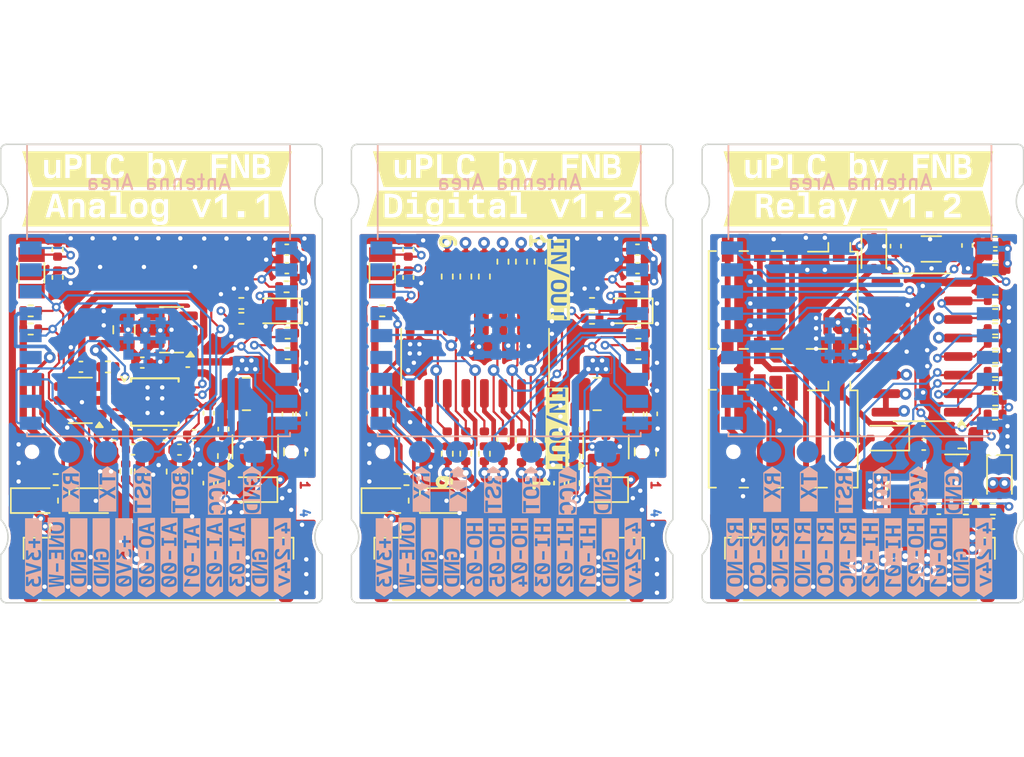
<source format=kicad_pcb>
(kicad_pcb (version 20240108) (generator "pcbnew") (generator_version "8.0")
  (title_block (title "uPLC_Analog") (date "2024-02-26") (rev "v1.1"))
  (layers (0 "F.Cu" signal) (1 "In1.Cu" signal) (2 "In2.Cu" signal) (31 "B.Cu" signal) (34 "B.Paste" user) (35 "F.Paste" user) (36 "B.SilkS" user "B.Silkscreen") (37 "F.SilkS" user "F.Silkscreen") (38 "B.Mask" user) (39 "F.Mask" user) (44 "Edge.Cuts" user))
  (net 0 "")
  (net 1 "+3.3V.0")
  (net 2 "+3V0.0")
  (net 3 "+VDC.0")
  (net 4 "/FB.0")
  (net 5 "/SW.0")
  (net 6 "/VIN_P.0")
  (net 7 "ADC.0")
  (net 8 "ADC_DRDY.0")
  (net 9 "AIN0.0")
  (net 10 "AIN1.0")
  (net 11 "AIN2.0")
  (net 12 "AIN3.0")
  (net 13 "AOUT0.0")
  (net 14 "BOOT.0")
  (net 15 "ENBL_PSUP.0")
  (net 16 "GND.0")
  (net 17 "Net-(U1-BST).0")
  (net 18 "Net-(U2-AIN0).0")
  (net 19 "Net-(U2-AIN1).0")
  (net 20 "Net-(U2-AIN2).0")
  (net 21 "Net-(U2-AIN3).0")
  (net 22 "Net-(U3-GPIO0{slash}ADC1_CH0{slash}XTAL_32K_P).0")
  (net 23 "Net-(U3-GPIO1{slash}ADC1_CH1{slash}XTAL_32K_N).0")
  (net 24 "Net-(U3-GPIO8).0")
  (net 25 "ONEWIRE.0")
  (net 26 "ONEWIRE_OUT.0")
  (net 27 "RST.0")
  (net 28 "RX.0")
  (net 29 "SCL.0")
  (net 30 "SDA.0")
  (net 31 "TX.0")
  (net 37 "+3.3V.1")
  (net 38 "+VDC.1")
  (net 39 "/FB.1")
  (net 40 "/I1.1")
  (net 41 "/I2.1")
  (net 42 "/I3.1")
  (net 43 "/I4.1")
  (net 44 "/I5.1")
  (net 45 "/I6.1")
  (net 46 "/O1.1")
  (net 47 "/O2.1")
  (net 48 "/O3.1")
  (net 49 "/O4.1")
  (net 50 "/O5.1")
  (net 51 "/O6.1")
  (net 52 "/SW.1")
  (net 53 "/VIN_P.1")
  (net 54 "ADC.1")
  (net 55 "BOOT.1")
  (net 56 "GND.1")
  (net 57 "H1.1")
  (net 58 "H2.1")
  (net 59 "H3.1")
  (net 60 "H4.1")
  (net 61 "H5.1")
  (net 62 "H6.1")
  (net 63 "L1.1")
  (net 64 "L2.1")
  (net 65 "L3.1")
  (net 66 "L4.1")
  (net 67 "L5.1")
  (net 68 "L6.1")
  (net 69 "Net-(U1-BST).1")
  (net 70 "Net-(U3-GPIO0{slash}ADC1_CH0{slash}XTAL_32K_P).1")
  (net 71 "Net-(U3-GPIO1{slash}ADC1_CH1{slash}XTAL_32K_N).1")
  (net 72 "Net-(U3-GPIO2{slash}ADC1_CH2).1")
  (net 73 "Net-(U3-GPIO8).1")
  (net 74 "ONEWIRE.1")
  (net 75 "ONEWIRE_OUT.1")
  (net 76 "RST.1")
  (net 77 "RX.1")
  (net 78 "TX.1")
  (net 80 "+3.3V.2")
  (net 81 "+VDC.2")
  (net 82 "/FB.2")
  (net 83 "/SW.2")
  (net 84 "/VIN_P.2")
  (net 85 "ADC.2")
  (net 86 "BOOT.2")
  (net 87 "GND.2")
  (net 88 "HI1.2")
  (net 89 "HI2.2")
  (net 90 "HO1.2")
  (net 91 "HO2.2")
  (net 92 "LI12.2")
  (net 93 "LI3.2")
  (net 94 "LI4.2")
  (net 95 "LI5.2")
  (net 96 "LO6.2")
  (net 97 "LO7.2")
  (net 98 "Net-(U1-BST).2")
  (net 99 "Net-(U3-GPIO0{slash}ADC1_CH0{slash}XTAL_32K_P).2")
  (net 100 "Net-(U3-GPIO1{slash}ADC1_CH1{slash}XTAL_32K_N).2")
  (net 101 "Net-(U3-GPIO2{slash}ADC1_CH2).2")
  (net 102 "Net-(U3-GPIO8).2")
  (net 103 "R1CO.2")
  (net 104 "R1NC.2")
  (net 105 "R1NO.2")
  (net 106 "R2CO.2")
  (net 107 "R2NC.2")
  (net 108 "R2NO.2")
  (net 109 "RO1.2")
  (net 110 "RO2.2")
  (net 111 "RST.2")
  (net 112 "RX.2")
  (net 113 "TX.2")
  (footprint "Jumper:SolderJumper-3_P1.3mm_BridgedSMD12_0402" (layer "F.Cu") (at 104.369 40.1785 -90)
    (property "Reference" "JP6.1" (hide yes))
    (property "Value" "0R" (hide yes))
  )
  (footprint "Capacitor_SMD:C_0805_2012Metric" (layer "F.Cu") (at 78.4375 32.7 90)
    (property "Reference" "C7.0" (hide yes))
    (property "Value" "10uF" (hide yes))
  )
  (footprint "Jumper:SolderJumper-3_P1.3mm_BridgedSMD12_0402" (layer "F.Cu") (at 100.559 29.0485 90)
    (property "Reference" "JP11.1" (hide yes))
    (property "Value" "0R" (hide yes))
  )
  (footprint "Resistor_SMD:R_0402_1005Metric" (layer "F.Cu") (at 110.465 30.898 180)
    (property "Reference" "R3.1" (hide yes))
    (property "Value" "10K" (hide yes))
  )
  (footprint "Resistor_SMD:R_0402_1005Metric" (layer "F.Cu") (at 113.64 34.337926)
    (property "Reference" "R4.1" (hide yes))
    (property "Value" "10K" (hide yes))
  )
  (footprint "kibuzzard-65D49092" (layer "F.Cu") (at 80.7 21.7)
    (property "Reference" "kibuzzard-65D49092.0" (hide yes))
    (property "Value" "G***" (hide yes))
  )
  (footprint "Capacitor_SMD:C_0805_2012Metric" (layer "F.Cu") (at 114.122368 41.058 90)
    (property "Reference" "C5.1" (hide yes))
    (property "Value" "10uF" (hide yes))
  )
  (footprint "Resistor_SMD:R_0402_1005Metric" (layer "F.Cu") (at 138.051538 36.537738)
    (property "Reference" "R7.2" (hide yes))
    (property "Value" "10K" (hide yes))
  )
  (footprint "Capacitor_SMD:C_0402_1005Metric" (layer "F.Cu") (at 89.580164 28.485 180)
    (property "Reference" "C11.0" (hide yes))
    (property "Value" "22uf" (hide yes))
  )
  (footprint "Resistor_SMD:R_0402_1005Metric" (layer "F.Cu") (at 77.337696 35.243719 180)
    (property "Reference" "R12.0" (hide yes))
    (property "Value" "10K" (hide yes))
  )
  (footprint "Diode_SMD:D_SOD-323" (layer "F.Cu") (at 129.755334 27.436545 -90)
    (property "Reference" "D1.2" (hide yes))
    (property "Value" "1N5819WS" (hide yes))
  )
  (footprint "Capacitor_SMD:C_0402_1005Metric" (layer "F.Cu") (at 138.063848 26.674812 180)
    (property "Reference" "C3.2" (hide yes))
    (property "Value" "0.1uF" (hide yes))
  )
  (footprint "Resistor_SMD:R_0402_1005Metric" (layer "F.Cu") (at 85.235135 43.202168 -90)
    (property "Reference" "R14.0" (hide yes))
    (property "Value" "182k" (hide yes))
  )
  (footprint "Resistor_SMD:R_0402_1005Metric" (layer "F.Cu") (at 138.05 38.488114)
    (property "Reference" "R5.2" (hide yes))
    (property "Value" "10K" (hide yes))
  )
  (footprint "Crystal:Crystal_SMD_3215-2Pin_3.2x1.5mm" (layer "F.Cu") (at 72.113535 28.805989 -90)
    (property "Reference" "Y1.0" (hide yes))
    (property "Value" "32.768khz 3215 12.5pf" (hide yes))
  )
  (footprint "kibuzzard-65DCA831" (layer "F.Cu") (at 104.7 24.4)
    (property "Reference" "kibuzzard-65DCA831.1" (hide yes))
    (property "Value" "G***" (hide yes))
  )
  (footprint "Relay_SMD:Relay_DPDT_Omron_G6K-2F-Y" (layer "F.Cu") (at 123.55 30.65 -90)
    (property "Reference" "K1.2" (hide yes))
    (property "Value" "G6K-2F-Y")
  )
  (footprint "Capacitor_SMD:C_0402_1005Metric" (layer "F.Cu") (at 137.901762 45.988855 180)
    (property "Reference" "C9.2" (hide yes))
    (property "Value" "0.1uF" (hide yes))
  )
  (footprint "Capacitor_SMD:C_0805_2012Metric" (layer "F.Cu") (at 135.785868 40.084796 180)
    (property "Reference" "C5.2" (hide yes))
    (property "Value" "10uF" (hide yes))
  )
  (footprint "Capacitor_SMD:C_0805_2012Metric" (layer "F.Cu") (at 90.122368 41.058 90)
    (property "Reference" "C5.0" (hide yes))
    (property "Value" "10uF" (hide yes))
  )
  (footprint "Connector_JST:JST_GH_SM12B-GHS-TB_1x12-1MP_P1.25mm_Horizontal" (layer "F.Cu") (at 80.8 48.65)
    (property "Reference" "J2.0" (hide yes))
    (property "Value" "SM12B-GHS-TB(LF)(SN)")
  )
  (footprint "Capacitor_SMD:C_0402_1005Metric" (layer "F.Cu") (at 113.580164 28.485 180)
    (property "Reference" "C11.1" (hide yes))
    (property "Value" "22uf" (hide yes))
  )
  (footprint "Diode_SMD:D_SOD-323" (layer "F.Cu") (at 138.349036 42.890863 -90)
    (property "Reference" "D4.2" (hide yes))
    (property "Value" "1N5819WS" (hide yes))
  )
  (footprint "Resistor_SMD:R_0402_1005Metric" (layer "F.Cu") (at 89.561702 29.755 180)
    (property "Reference" "R1.0" (hide yes))
    (property "Value" "10K" (hide yes))
  )
  (footprint "Resistor_SMD:R_0402_1005Metric" (layer "F.Cu") (at 138.054614 31.661798)
    (property "Reference" "R11.2" (hide yes))
    (property "Value" "10K" (hide yes))
  )
  (footprint "Capacitor_SMD:C_0402_1005Metric" (layer "F.Cu") (at 113.57555 27.215 180)
    (property "Reference" "C3.1" (hide yes))
    (property "Value" "0.1uF" (hide yes))
  )
  (footprint "Resistor_SMD:R_0402_1005Metric" (layer "F.Cu") (at 81.735 42.41 -90)
    (property "Reference" "R10.0" (hide yes))
    (property "Value" "499R" (hide yes))
  )
  (footprint "Resistor_SMD:R_0402_1005Metric" (layer "F.Cu") (at 85.241878 41.350406 -90)
    (property "Reference" "R15.0" (hide yes))
    (property "Value" "62k" (hide yes))
  )
  (footprint "Package_TO_SOT_SMD:TSOT-23-6" (layer "F.Cu") (at 87.418775 40.72238 90)
    (property "Reference" "U1.0" (hide yes))
    (property "Value" "AP63201WU" (hide yes))
  )
  (footprint "Resistor_SMD:R_0402_1005Metric" (layer "F.Cu") (at 138.05 28.65 180)
    (property "Reference" "R1.2" (hide yes))
    (property "Value" "10K" (hide yes))
  )
  (footprint "kibuzzard-65D49092" (layer "F.Cu") (at 128.7 21.7)
    (property "Reference" "kibuzzard-65D49092.2" (hide yes))
    (property "Value" "G***" (hide yes))
  )
  (footprint "Capacitor_SMD:C_0402_1005Metric" (layer "F.Cu") (at 84.227635 43.202168 90)
    (property "Reference" "C9.0" (hide yes))
    (property "Value" "0.1uF" (hide yes))
  )
  (footprint "Resistor_SMD:R_0402_1005Metric" (layer "F.Cu") (at 138.05769 32.636986)
    (property "Reference" "R12.2" (hide yes))
    (property "Value" "10K" (hide yes))
  )
  (footprint "Package_SO:SOIC-16_3.9x9.9mm_P1.27mm" (layer "F.Cu") (at 133.05 33.9 180)
    (property "Reference" "U2.2" (hide yes))
    (property "Value" "TBD62003AFWG" (hide yes))
  )
  (footprint "Inductor_SMD:L_1008_2520Metric" (layer "F.Cu") (at 131.8 43.4 90)
    (property "Reference" "L1.2" (hide yes))
    (property "Value" "4.7uH" (hide yes))
  )
  (footprint "Jumper:SolderJumper-3_P1.3mm_BridgedSMD12_0402" (layer "F.Cu") (at 103.099 41.1835 90)
    (property "Reference" "JP8.1" (hide yes))
    (property "Value" "0R" (hide yes))
  )
  (footprint "kibuzzard-65DCE4DE" (layer "F.Cu") (at 80.7 24.4)
    (property "Reference" "kibuzzard-65DCE4DE.0" (hide yes))
    (property "Value" "G***" (hide yes))
  )
  (footprint "Diode_SMD:D_SOD-323" (layer "F.Cu") (at 72.3 44.4)
    (property "Reference" "D1.0" (hide yes))
    (property "Value" "1N5819WS" (hide yes))
  )
  (footprint "Capacitor_SMD:C_0402_1005Metric" (layer "F.Cu") (at 73.892 27.215 -90)
    (property "Reference" "C1.0" (hide yes))
    (property "Value" "20pf" (hide yes))
  )
  (footprint "Capacitor_SMD:C_0402_1005Metric" (layer "F.Cu") (at 79.05 40.9)
    (property "Reference" "C19.0" (hide yes))
    (property "Value" "0.1uF" (hide yes))
  )
  (footprint "Resistor_SMD:R_0402_1005Metric" (layer "F.Cu") (at 138.053076 35.56255)
    (property "Reference" "R4.2" (hide yes))
    (property "Value" "10K" (hide yes))
  )
  (footprint "Jumper:SolderJumper-3_P1.3mm_BridgedSMD12_0402" (layer "F.Cu") (at 104.369 28.0435 -90)
    (property "Reference" "JP5.1" (hide yes))
    (property "Value" "0R" (hide yes))
  )
  (footprint "Resistor_SMD:R_0402_1005Metric" (layer "F.Cu") (at 136.05 44.974612)
    (property "Reference" "R15.2" (hide yes))
    (property "Value" "62k" (hide yes))
  )
  (footprint "Capacitor_SMD:C_0402_1005Metric" (layer "F.Cu") (at 79.505 39.91 180)
    (property "Reference" "C16.0" (hide yes))
    (property "Value" "0.1uF" (hide yes))
  )
  (footprint "Capacitor_SMD:C_0402_1005Metric" (layer "F.Cu") (at 97.892 27.215 -90)
    (property "Reference" "C1.1" (hide yes))
    (property "Value" "20pf" (hide yes))
  )
  (footprint "kibuzzard-65D6FF37" (layer "F.Cu") (at 128.7 24.4)
    (property "Reference" "kibuzzard-65D6FF37.2" (hide yes))
    (property "Value" "G***" (hide yes))
  )
  (footprint "Resistor_SMD:R_0402_1005Metric" (layer "F.Cu") (at 86.465 31.914)
    (property "Reference" "R7.0" (hide yes))
    (property "Value" "309k" (hide yes))
  )
  (footprint "Capacitor_SMD:C_0402_1005Metric" (layer "F.Cu") (at 79.6875 34.95)
    (property "Reference" "C6.0" (hide yes))
    (property "Value" "0.1uF" (hide yes))
  )
  (footprint "Diode_SMD:D_SOD-323" (layer "F.Cu") (at 89.005 31.406 180)
    (property "Reference" "D3.0" (hide yes))
    (property "Value" "1N5819WS" (hide yes))
  )
  (footprint "Resistor_SMD:R_0402_1005Metric" (layer "F.Cu") (at 109.235135 43.202168 -90)
    (property "Reference" "R14.1" (hide yes))
    (property "Value" "182k" (hide yes))
  )
  (footprint "Jumper:SolderJumper-3_P1.3mm_BridgedSMD12_0402" (layer "F.Cu") (at 106.909 28.0435 -90)
    (property "Reference" "JP1.1" (hide yes))
    (property "Value" "0R" (hide yes))
  )
  (footprint "Capacitor_SMD:C_0402_1005Metric" (layer "F.Cu") (at 84.235 38.41 -90)
    (property "Reference" "C13.0" (hide yes))
    (property "Value" "0.1uF" (hide yes))
  )
  (footprint "Resistor_SMD:R_0402_1005Metric" (layer "F.Cu") (at 138.060766 33.612174)
    (property "Reference" "R9.2" (hide yes))
    (property "Value" "10K" (hide yes))
  )
  (footprint "Diode_SMD:D_SOD-323" (layer "F.Cu") (at 113.005 31.406 180)
    (property "Reference" "D3.1" (hide yes))
    (property "Value" "1N5819WS" (hide yes))
  )
  (footprint "Resistor_SMD:R_0402_1005Metric" (layer "F.Cu") (at 89.64 32.93 180)
    (property "Reference" "R2.0" (hide yes))
    (property "Value" "10K" (hide yes))
  )
  (footprint "Capacitor_SMD:C_0402_1005Metric" (layer "F.Cu") (at 81.255 39.91)
    (property "Reference" "C17.0" (hide yes))
    (property "Value" "0.1uF" (hide yes))
  )
  (footprint "Capacitor_SMD:C_0402_1005Metric" (layer "F.Cu") (at 89.638759 38.465517 -90)
    (property "Reference" "C12.0" (hide yes))
    (property "Value" "22uf" (hide yes))
  )
  (footprint "Connector_JST:JST_GH_SM12B-GHS-TB_1x12-1MP_P1.25mm_Horizontal" (layer "F.Cu") (at 104.8 48.65)
    (property "Reference" "J2.1" (hide yes))
    (property "Value" "SM12B-GHS-TB(LF)(SN)")
  )
  (footprint "Capacitor_SMD:C_0402_1005Metric" (layer "F.Cu") (at 131.252911 26.973965 -90)
    (property "Reference" "C1.2" (hide yes))
    (property "Value" "20pf" (hide yes))
  )
  (footprint "Diode_SMD:D_SOD-323" (layer "F.Cu") (at 76.3 44.4)
    (property "Reference" "D2.0" (hide yes))
    (property "Value" "1N5819WS" (hide yes))
  )
  (footprint "Capacitor_SMD:C_0402_1005Metric" (layer "F.Cu") (at 109.244221 39.504047 -90)
    (property "Reference" "C2.1" (hide yes))
    (property "Value" "0.1uF" (hide yes))
  )
  (footprint "Jumper:SolderJumper-3_P1.3mm_BridgedSMD12_0402" (layer "F.Cu") (at 105.639 40.2435 -90)
    (property "Reference" "JP4.1" (hide yes))
    (property "Value" "0R" (hide yes))
  )
  (footprint "Jumper:SolderJumper-3_P1.3mm_BridgedSMD12_0402" (layer "F.Cu") (at 103.099 29.0485 90)
    (property "Reference" "JP7.1" (hide yes))
    (property "Value" "0R" (hide yes))
  )
  (footprint "Capacitor_SMD:C_0402_1005Metric" (layer "F.Cu") (at 133.158815 39.65)
    (property "Reference" "C8.2" (hide yes))
    (property "Value" "22uf" (hide yes))
  )
  (footprint "Capacitor_SMD:C_0402_1005Metric" (layer "F.Cu") (at 97.892 29.12 -90)
    (property "Reference" "C4.1" (hide yes))
    (property "Value" "20pf" (hide yes))
  )
  (footprint "Crystal:Crystal_SMD_3215-2Pin_3.2x1.5mm" (layer "F.Cu") (at 96.113535 28.805989 -90)
    (property "Reference" "Y1.1" (hide yes))
    (property "Value" "32.768khz 3215 12.5pf" (hide yes))
  )
  (footprint "Resistor_SMD:R_0402_1005Metric" (layer "F.Cu") (at 78.55 42.4 -90)
    (property "Reference" "R8.0" (hide yes))
    (property "Value" "499R" (hide yes))
  )
  (footprint "Resistor_SMD:R_0402_1005Metric" (layer "F.Cu") (at 138.059228 37.512926 180)
    (property "Reference" "R2.2" (hide yes))
    (property "Value" "10K" (hide yes))
  )
  (footprint "Resistor_SMD:R_0402_1005Metric" (layer "F.Cu") (at 109.241878 41.350406 -90)
    (property "Reference" "R15.1" (hide yes))
    (property "Value" "62k" (hide yes))
  )
  (footprint "Resistor_SMD:R_0402_1005Metric" (layer "F.Cu") (at 110.465 31.914)
    (property "Reference" "R7.1" (hide yes))
    (property "Value" "309k" (hide yes))
  )
  (footprint "Package_SO:SOIC-16_3.9x9.9mm_P1.27mm" (layer "F.Cu") (at 102.464 34.581 -90)
    (property "Reference" "U2.1" (hide yes))
    (property "Value" "TBD62003AFWG")
  )
  (footprint "Diode_SMD:D_SOD-323" (layer "F.Cu") (at 87.325627 43.649442 180)
    (property "Reference" "D4.0" (hide yes))
    (property "Value" "1N5819WS" (hide yes))
  )
  (footprint "Resistor_SMD:R_0402_1005Metric" (layer "F.Cu") (at 72.05 32.65 180)
    (property "Reference" "R16.0" (hide yes))
    (property "Value" "10K" (hide yes))
  )
  (footprint "Relay_SMD:Relay_DPDT_Omron_G6K-2F-Y" (layer "F.Cu") (at 123.55 40.15 -90)
    (property "Reference" "K2.2" (hide yes))
    (property "Value" "G6K-2F-Y")
  )
  (footprint "Capacitor_SMD:C_0402_1005Metric" (layer "F.Cu") (at 136.143394 26.928424 90)
    (property "Reference" "C4.2" (hide yes))
    (property "Value" "20pf" (hide yes))
  )
  (footprint "Resistor_SMD:R_0402_1005Metric" (layer "F.Cu") (at 137.901762 44.981355)
    (property "Reference" "R14.2" (hide yes))
    (property "Value" "182k" (hide yes))
  )
  (footprint "Connector_JST:JST_GH_SM12B-GHS-TB_1x12-1MP_P1.25mm_Horizontal" (layer "F.Cu") (at 128.8 48.65)
    (property "Reference" "J2.2" (hide yes))
    (property "Value" "SM12B-GHS-TB(LF)(SN)")
  )
  (footprint "Jumper:SolderJumper-3_P1.3mm_BridgedSMD12_0402" (layer "F.Cu") (at 101.829 29.0485 90)
    (property "Reference" "JP9.1" (hide yes))
    (property "Value" "0R" (hide yes))
  )
  (footprint "Jumper:SolderJumper-3_P1.3mm_BridgedSMD12_0402" (layer "F.Cu") (at 100.559 41.1835 90)
    (property "Reference" "JP12.1" (hide yes))
    (property "Value" "0R" (hide yes))
  )
  (footprint "Resistor_SMD:R_0402_1005Metric" (layer "F.Cu") (at 72.05 31.406 180)
    (property "Reference" "R5.0" (hide yes))
    (property "Value" "10K" (hide yes))
  )
  (footprint "Capacitor_SMD:C_0402_1005Metric" (layer "F.Cu") (at 82.235 40.91)
    (property "Reference" "C20.0" (hide yes))
    (property "Value" "0.1uF" (hide yes))
  )
  (footprint "Jumper:SolderJumper-3_P1.3mm_BridgedSMD12_0402" (layer "F.Cu") (at 101.829 41.1835 90)
    (property "Reference" "JP10.1" (hide yes))
    (property "Value" "0R" (hide yes))
  )
  (footprint "Capacitor_SMD:C_0402_1005Metric" (layer "F.Cu") (at 114.56649 38.459221 -90)
    (property "Reference" "C8.1" (hide yes))
    (property "Value" "22uf" (hide yes))
  )
  (footprint "Capacitor_SMD:C_0402_1005Metric" (layer "F.Cu") (at 108.227635 43.202168 90)
    (property "Reference" "C9.1" (hide yes))
    (property "Value" "0.1uF" (hide yes))
  )
  (footprint "Capacitor_SMD:C_0402_1005Metric" (layer "F.Cu") (at 73.892 29.12 -90)
    (property "Reference" "C4.0" (hide yes))
    (property "Value" "20pf" (hide yes))
  )
  (footprint "Diode_SMD:D_SOD-323" (layer "F.Cu") (at 130.563277 40.122008 180)
    (property "Reference" "D2.2" (hide yes))
    (property "Value" "1N5819WS" (hide yes))
  )
  (footprint "Resistor_SMD:R_0402_1005Metric" (layer "F.Cu") (at 89.64 34.337926)
    (property "Reference" "R4.0" (hide yes))
    (property "Value" "10K" (hide yes))
  )
  (footprint "Package_TO_SOT_SMD:TSOT-23-6" (layer "F.Cu") (at 135.421974 42.797715 180)
    (property "Reference" "U1.2" (hide yes))
    (property "Value" "AP63201WU" (hide yes))
  )
  (footprint "Resistor_SMD:R_0402_1005Metric" (layer "F.Cu") (at 113.561702 29.755 180)
    (property "Reference" "R1.1" (hide yes))
    (property "Value" "10K" (hide yes))
  )
  (footprint "Inductor_SMD:L_1008_2520Metric" (layer "F.Cu") (at 110.81649 37.100406)
    (property "Reference" "L1.1" (hide yes))
    (property "Value" "4.7uH" (hide yes))
  )
  (footprint "Resistor_SMD:R_0402_1005Metric" (layer "F.Cu") (at 86.465 30.898 180)
    (property "Reference" "R3.0" (hide yes))
    (property "Value" "10K" (hide yes))
  )
  (footprint "Capacitor_SMD:C_0402_1005Metric" (layer "F.Cu") (at 77.755 39.91)
    (property "Reference" "C15.0" (hide yes))
    (property "Value" "0.1uF" (hide yes))
  )
  (footprint "Resistor_SMD:R_0402_1005Metric" (layer "F.Cu") (at 79.55 42.4 -90)
    (property "Reference" "R9.0" (hide yes))
    (property "Value" "499R" (hide yes))
  )
  (footprint "Capacitor_SMD:C_0402_1005Metric" (layer "F.Cu") (at 90.56649 38.459221 -90)
    (property "Reference" "C8.0" (hide yes))
    (property "Value" "22uf" (hide yes))
  )
  (footprint "Capacitor_SMD:C_0402_1005Metric" (layer "F.Cu") (at 113.638759 38.465517 -90)
    (property "Reference" "C12.1" (hide yes))
    (property "Value" "22uf" (hide yes))
  )
  (footprint "Resistor_SMD:R_0402_1005Metric" (layer "F.Cu") (at 113.64 32.93 180)
    (property "Reference" "R2.1" (hide yes))
    (property "Value" "10K" (hide yes))
  )
  (footprint "Diode_SMD:D_SOD-323" (layer "F.Cu") (at 96.3 44.4)
    (property "Reference" "D1.1" (hide yes))
    (property "Value" "1N5819WS" (hide yes))
  )
  (footprint "kibuzzard-65D8B28C" (layer "F.Cu") (at 108.179311 29.268864 -90)
    (property "Reference" "kibuzzard-65D8B28C.1" (hide yes))
    (property "Value" "G***" (hide yes))
  )
  (footprint "Resistor_SMD:R_0402_1005Metric" (layer "F.Cu") (at 138.062304 30.68661)
    (property "Reference" "R10.2" (hide yes))
    (property "Value" "10K" (hide yes))
  )
  (footprint "Diode_SMD:D_SOD-323" (layer "F.Cu") (at 111.325627 43.649442 180)
    (property "Reference" "D4.1" (hide yes))
    (property "Value" "1N5819WS" (hide yes))
  )
  (footprint "Resistor_SMD:R_0402_1005Metric" (layer "F.Cu") (at 138.056152 34.587362)
    (property "Reference" "R8.2" (hide yes))
    (property "Value" "10K" (hide yes))
  )
  (footprint "Package_TO_SOT_SMD:SOT-23-6" (layer "F.Cu") (at 75.447358 37.536222 180)
    (property "Reference" "U5.0" (hide yes))
    (property "Value" "MCP4725xxx-xCH" (hide yes))
  )
  (footprint "Crystal:Crystal_SMD_3215-2Pin_3.2x1.5mm" (layer "F.Cu") (at 133.683298 27.167023)
    (property "Reference" "Y1.2" (hide yes))
    (property "Value" "32.768khz 3215 12.5pf" (hide yes))
  )
  (footprint "Resistor_SMD:R_0402_1005Metric" (layer "F.Cu") (at 97.765 42.963)
    (property "Reference" "R6.1" (hide yes))
    (property "Value" "10K" (hide yes))
  )
  (footprint "kibuzzard-65D8B297" (layer "F.Cu") (at 108.073865 39.447472 -90)
    (property "Reference" "kibuzzard-65D8B297.1" (hide yes))
    (property "Value" "G***" (hide yes))
  )
  (footprint "Resistor_SMD:R_0402_1005Metric" (layer "F.Cu") (at 98.3 44.4 90)
    (property "Reference" "R13.1" (hide yes))
    (property "Value" "100R" (hide yes))
  )
  (footprint "kibuzzard-65D49092" (layer "F.Cu") (at 104.7 21.7)
    (property "Reference" "kibuzzard-65D49092.1" (hide yes))
    (property "Value" "G***" (hide yes))
  )
  (footprint "Capacitor_SMD:C_0402_1005Metric" (layer "F.Cu") (at 85.244221 39.504047 -90)
    (property "Reference" "C2.0" (hide yes))
    (property "Value" "0.1uF" (hide yes))
  )
  (footprint "Jumper:SolderJumper-3_P1.3mm_BridgedSMD12_0402" (layer "F.Cu") (at 106.909 40.2435 -90)
    (property "Reference" "JP2.1" (hide yes))
    (property "Value" "0R" (hide yes))
  )
  (footprint "Resistor_SMD:R_0402_1005Metric" (layer "F.Cu") (at 73.765 42.963)
    (property "Reference" "R6.0" (hide yes))
    (property "Value" "10K" (hide yes))
  )
  (footprint "Inductor_SMD:L_1008_2520Metric" (layer "F.Cu") (at 86.81649 37.100406)
    (property "Reference" "L1.0" (hide yes))
    (property "Value" "4.7uH" (hide yes))
  )
  (footprint "Capacitor_SMD:C_0402_1005Metric" (layer "F.Cu") (at 133.165111 40.577731)
    (property "Reference" "C12.2" (hide yes))
    (property "Value" "22uf" (hide yes))
  )
  (footprint "Resistor_SMD:R_0402_1005Metric" (layer "F.Cu") (at 82.735 42.41 -90)
    (property "Reference" "R11.0" (hide yes))
    (property "Value" "499R" (hide yes))
  )
  (footprint "Jumper:SolderJumper-3_P1.3mm_BridgedSMD12_0402" (layer "F.Cu") (at 105.639 28.0435 -90)
    (property "Reference" "JP3.1" (hide yes))
    (property "Value" "0R" (hide yes))
  )
  (footprint "Capacitor_SMD:C_0402_1005Metric" (layer "F.Cu") (at 75.487358 35.236222 180)
    (property "Reference" "C14.0" (hide yes))
    (property "Value" "0.1uF" (hide yes))
  )
  (footprint "Package_TO_SOT_SMD:SOT-23-5" (layer "F.Cu") (at 81.6875 32.7 180)
    (property "Reference" "U4.0" (hide yes))
    (property "Value" "LP5907MFX-3.0" (hide yes))
  )
  (footprint "Capacitor_SMD:C_0402_1005Metric" (layer "F.Cu") (at 134.203641 44.972269)
    (property "Reference" "C2.2" (hide yes))
    (property "Value" "0.1uF" (hide yes))
  )
  (footprint "Capacitor_SMD:C_0402_1005Metric" (layer "F.Cu") (at 82.8 34.9 180)
    (property "Reference" "C10.0" (hide yes))
    (property "Value" "0.1uF" (hide yes))
  )
  (footprint "Capacitor_SMD:C_0402_1005Metric" (layer "F.Cu") (at 89.57555 27.215 180)
    (property "Reference" "C3.0" (hide yes))
    (property "Value" "0.1uF" (hide yes))
  )
  (footprint "Diode_SMD:D_SOD-323" (layer "F.Cu") (at 100.3 44.4)
    (property "Reference" "D2.1" (hide yes))
    (property "Value" "1N5819WS" (hide yes))
  )
  (footprint "Resistor_SMD:R_0402_1005Metric" (layer "F.Cu") (at 74.3 44.4 90)
    (property "Reference" "R13.0" (hide yes))
    (property "Value" "100R" (hide yes))
  )
  (footprint "Capacitor_SMD:C_0402_1005Metric" (layer "F.Cu") (at 83.235 39.91 180)
    (property "Reference" "C18.0" (hide yes))
    (property "Value" "0.1uF" (hide yes))
  )
  (footprint "Capacitor_SMD:C_0402_1005Metric" (layer "F.Cu") (at 138.068462 27.65 180)
    (property "Reference" "C11.2" (hide yes))
    (property "Value" "22uf" (hide yes))
  )
  (footprint "Package_SO:TSSOP-10_3x3mm_P0.5mm" (layer "F.Cu") (at 80.55 37.65)
    (property "Reference" "U2.0" (hide yes))
    (property "Value" "ADS1115IDGS" (hide yes))
  )
  (footprint "Package_TO_SOT_SMD:TSOT-23-6" (layer "F.Cu") (at 111.418775 40.72238 90)
    (property "Reference" "U1.1" (hide yes))
    (property "Value" "AP63201WU" (hide yes))
  )
  (footprint "Resistor_SMD:R_0402_1005Metric" (layer "F.Cu") (at 96.114 31.406 180)
    (property "Reference" "R5.1" (hide yes))
    (property "Value" "10K" (hide yes))
  )
  (footprint "kibuzzard-65D7176D" (layer "B.Cu") (at 82.3 43.663688 -90)
    (property "Reference" "kibuzzard-65D7176D.0" (hide yes))
    (property "Value" "G***" (hide yes))
  )
  (footprint "TestPoint:TestPoint_Pad_1.0x1.0mm_6pad" (layer "B.Cu") (at 111.38 41.058 180)
    (property "Reference" "J1.1" (hide yes))
    (property "Value" "Conn_01x06_Pin" (hide yes))
  )
  (footprint "esprelay:kibuzzard-65D361A7" (layer "B.Cu") (at 134.170644 48.3 -90)
    (property "Reference" "kibuzzard-65D361A7.2" (hide yes))
    (property "Value" "G***" (hide yes))
  )
  (footprint "kibuzzard-65D74DFB" (layer "B.Cu") (at 72.243862 48.3 -90)
    (property "Reference" "kibuzzard-65D74DFB.0" (hide yes))
    (property "Value" "G***" (hide yes))
  )
  (footprint "esprelay:kibuzzard-65D361E1" (layer "B.Cu") (at 127.970995 48.30377 -90)
    (property "Reference" "kibuzzard-65D361E1.2" (hide yes))
    (property "Value" "G***" (hide yes))
  )
  (footprint "esprelay:kibuzzard-65D46066" (layer "B.Cu") (at 125.3 43.59947 -90)
    (property "Reference" "kibuzzard-65D46066.2" (hide yes))
    (property "Value" "G***" (hide yes))
  )
  (footprint "esprelay:kibuzzard-65D46066" (layer "B.Cu") (at 77.3 43.59947 -90)
    (property "Reference" "kibuzzard-65D46066.0" (hide yes))
    (property "Value" "G***" (hide yes))
  )
  (footprint "kibuzzard-65D74DE1" (layer "B.Cu") (at 99.341806 48.304776 -90)
    (property "Reference" "kibuzzard-65D74DE1.1" (hide yes))
    (property "Value" "G***" (hide yes))
  )
  (footprint "esprelay:kibuzzard-65D36206" (layer "B.Cu") (at 121.8 48.3 -90)
    (property "Reference" "kibuzzard-65D36206.2" (hide yes))
    (property "Value" "G***" (hide yes))
  )
  (footprint "esprelay:kibuzzard-65D361E9" (layer "B.Cu") (at 126.426173 48.3 -90)
    (property "Reference" "kibuzzard-65D361E9.2" (hide yes))
    (property "Value" "G***" (hide yes))
  )
  (footprint "esprelay:kibuzzard-65D361F2" (layer "B.Cu") (at 124.876826 48.302262 -90)
    (property "Reference" "kibuzzard-65D361F2.2" (hide yes))
    (property "Value" "G***" (hide yes))
  )
  (footprint "esprelay:kibuzzard-65D46022" (layer "B.Cu") (at 79.7 43.642282 -90)
    (property "Reference" "kibuzzard-65D46022.0" (hide yes))
    (property "Value" "G***" (hide yes))
  )
  (footprint "esprelay:kibuzzard-65D3620E" (layer "B.Cu") (at 120.243862 48.3 -90)
    (property "Reference" "kibuzzard-65D3620E.2" (hide yes))
    (property "Value" "G***" (hide yes))
  )
  (footprint "esprelay:kibuzzard-65D361D3" (layer "B.Cu") (at 129.515817 48.3 -90)
    (property "Reference" "kibuzzard-65D361D3.2" (hide yes))
    (property "Value" "G***" (hide yes))
  )
  (footprint "esprelay:kibuzzard-65D3616E" (layer "B.Cu") (at 137.273862 48.3 -90)
    (property "Reference" "kibuzzard-65D3616E.2" (hide yes))
    (property "Value" "G***" (hide yes))
  )
  (footprint "kibuzzard-65D7177B" (layer "B.Cu") (at 87.2 43.685094 -90)
    (property "Reference" "kibuzzard-65D7177B.0" (hide yes))
    (property "Value" "G***" (hide yes))
  )
  (footprint "kibuzzard-65D71774" (layer "B.Cu") (at 108.8 43.7065 -90)
    (property "Reference" "kibuzzard-65D71774.1" (hide yes))
    (property "Value" "G***" (hide yes))
  )
  (footprint "esprelay:kibuzzard-65D460A0" (layer "B.Cu") (at 122.8 43.620876 -90)
    (property "Reference" "kibuzzard-65D460A0.2" (hide yes))
    (property "Value" "G***" (hide yes))
  )
  (footprint "esprelay:kibuzzard-65D36177" (layer "B.Cu") (at 87.722253 48.301508 -90)
    (property "Reference" "kibuzzard-65D36177.0" (hide yes))
    (property "Value" "G***" (hide yes))
  )
  (footprint "esprelay:kibuzzard-65D36177" (layer "B.Cu") (at 135.722253 48.301508 -90)
    (property "Reference" "kibuzzard-65D36177.2" (hide yes))
    (property "Value" "G***" (hide yes))
  )
  (footprint "kibuzzard-65D8B343" (layer "B.Cu") (at 100.876826 48.302262 -90)
    (property "Reference" "kibuzzard-65D8B343.1" (hide yes))
    (property "Value" "G***" (hide yes))
  )
  (footprint "esprelay:kibuzzard-65D460A0" (layer "B.Cu") (at 98.8 43.620876 -90)
    (property "Reference" "kibuzzard-65D460A0.1" (hide yes))
    (property "Value" "G***" (hide yes))
  )
  (footprint "esprelay:kibuzzard-65D361FD" (layer "B.Cu") (at 123.341806 48.304776 -90)
    (property "Reference" "kibuzzard-65D361FD.2" (hide yes))
    (property "Value" "G***" (hide yes))
  )
  (footprint "kibuzzard-65D74DE1" (layer "B.Cu") (at 76.876826 48.302262 -90)
    (property "Reference" "kibuzzard-65D74DE1.0" (hide yes))
    (property "Value" "G***" (hide yes))
  )
  (footprint "kibuzzard-65DC95E5" (layer "B.Cu") (at 84.621297 48.302262 -90)
    (property "Reference" "kibuzzard-65DC95E5.0" (hide yes))
    (property "Value" "G***" (hide yes))
  )
  (footprint "esprelay:kibuzzard-65D46066" (layer "B.Cu") (at 101.3 43.59947 -90)
    (property "Reference" "kibuzzard-65D46066.1" (hide yes))
    (property "Value" "G***" (hide yes))
  )
  (footprint "esprelay:kibuzzard-65D460A0" (layer "B.Cu") (at 74.8 43.620876 -90)
    (property "Reference" "kibuzzard-65D460A0.0" (hide yes))
    (property "Value" "G***" (hide yes))
  )
  (footprint "kibuzzard-65D74DE1" (layer "B.Cu") (at 75.341806 48.304776 -90)
    (property "Reference" "kibuzzard-65D74DE1.0" (hide yes))
    (property "Value" "G***" (hide yes))
  )
  (footprint "kibuzzard-65DC95F6" (layer "B.Cu") (at 81.515817 48.3 -90)
    (property "Reference" "kibuzzard-65DC95F6.0" (hide yes))
    (property "Value" "G***" (hide yes))
  )
  (footprint "TestPoint:TestPoint_Pad_1.0x1.0mm_6pad" (layer "B.Cu") (at 135.38 41.058 180)
    (property "Reference" "J1.2" (hide yes))
    (property "Value" "Conn_01x06_Pin" (hide yes))
  )
  (footprint "TestPoint:TestPoint_Pad_1.0x1.0mm_6pad" (layer "B.Cu") (at 87.38 41.058 180)
    (property "Reference" "J1.0" (hide yes))
    (property "Value" "Conn_01x06_Pin" (hide yes))
  )
  (footprint "kibuzzard-65D7177B" (layer "B.Cu") (at 111.2 43.685094 -90)
    (property "Reference" "kibuzzard-65D7177B.1" (hide yes))
    (property "Value" "G***" (hide yes))
  )
  (footprint "kibuzzard-65DC95DA" (layer "B.Cu") (at 86.170644 48.3 -90)
    (property "Reference" "kibuzzard-65DC95DA.0" (hide yes))
    (property "Value" "G***" (hide yes))
  )
  (footprint "kibuzzard-65D8B10C" (layer "B.Cu") (at 103.970995 48.30377 -90)
    (property "Reference" "kibuzzard-65D8B10C.1" (hide yes))
    (property "Value" "G***" (hide yes))
  )
  (footprint "kibuzzard-65D71774" (layer "B.Cu") (at 132.8 43.7065 -90)
    (property "Reference" "kibuzzard-65D71774.2" (hide yes))
    (property "Value" "G***" (hide yes))
  )
  (footprint "kibuzzard-65D7176D" (layer "B.Cu") (at 130.3 43.663688 -90)
    (property "Reference" "kibuzzard-65D7176D.2" (hide yes))
    (property "Value" "G***" (hide yes))
  )
  (footprint "esprelay:kibuzzard-65D3616E" (layer "B.Cu") (at 113.273862 48.3 -90)
    (property "Reference" "kibuzzard-65D3616E.1" (hide yes))
    (property "Value" "G***" (hide yes))
  )
  (footprint "kibuzzard-65D8B0E2" (layer "B.Cu") (at 110.170644 48.3 -90)
    (property "Reference" "kibuzzard-65D8B0E2.1" (hide yes))
    (property "Value" "G***" (hide yes))
  )
  (footprint "esprelay:kibuzzard-65D3616E" (layer "B.Cu") (at 89.273862 48.3 -90)
    (property "Reference" "kibuzzard-65D3616E.0" (hide yes))
    (property "Value" "G***" (hide yes))
  )
  (footprint "PCM_Espressif:ESP32-C3-WROOM-02" (layer "B.Cu") (at 80.8 33 180)
    (property "Reference" "U3.0" (hide yes))
    (property "Value" "ESP32-C3-WROOM-02")
  )
  (footprint "esprelay:kibuzzard-65D36177" (layer "B.Cu") (at 111.722253 48.301508 -90)
    (property "Reference" "kibuzzard-65D36177.1" (hide yes))
    (property "Value" "G***" (hide yes))
  )
  (footprint "kibuzzard-65D74DEE" (layer "B.Cu") (at 73.8 48.3 -90)
    (property "Reference" "kibuzzard-65D74DEE.0" (hide yes))
    (property "Value" "G***" (hide yes))
  )
  (footprint "kibuzzard-65D74DFB" (layer "B.Cu") (at 96.243862 48.3 -90)
    (property "Reference" "kibuzzard-65D74DFB.1" (hide yes))
    (property "Value" "G***" (hide yes))
  )
  (footprint "PCM_Espressif:ESP32-C3-WROOM-02" (layer "B.Cu") (at 104.8 33 180)
    (property "Reference" "U3.1" (hide yes))
    (property "Value" "ESP32-C3-WROOM-02")
  )
  (footprint "kibuzzard-65DC9610" (layer "B.Cu") (at 79.970995 48.30377 -90)
    (property "Reference" "kibuzzard-65DC9610.0" (hide yes))
    (property "Value" "G***" (hide yes))
  )
  (footprint "kibuzzard-65D8B104" (layer "B.Cu") (at 105.515817 48.3 -90)
    (property "Reference" "kibuzzard-65D8B104.1" (hide yes))
    (property "Value" "G***" (hide yes))
  )
  (footprint "esprelay:kibuzzard-65D361B0" (layer "B.Cu") (at 131.07195 48.3 -90)
    (property "Reference" "kibuzzard-65D361B0.2" (hide yes))
    (property "Value" "G***" (hide yes))
  )
  (footprint "kibuzzard-65D71774" (layer "B.Cu") (at 84.8 43.7065 -90)
    (property "Reference" "kibuzzard-65D71774.0" (hide yes))
    (property "Value" "G***" (hide yes))
  )
  (footprint "kibuzzard-65D8B0F8" (layer "B.Cu") (at 107.07195 48.3 -90)
    (property "Reference" "kibuzzard-65D8B0F8.1" (hide yes))
    (property "Value" "G***" (hide yes))
  )
  (footprint "esprelay:kibuzzard-65D46022" (layer "B.Cu") (at 127.7 43.642282 -90)
    (property "Reference" "kibuzzard-65D46022.2" (hide yes))
    (property "Value" "G***" (hide yes))
  )
  (footprint "kibuzzard-65D8B0ED" (layer "B.Cu") (at 108.621297 48.302262 -90)
    (property "Reference" "kibuzzard-65D8B0ED.1" (hide yes))
    (property "Value" "G***" (hide yes))
  )
  (footprint "kibuzzard-65DC961D" (layer "B.Cu") (at 78.426173 48.3 -90)
    (property "Reference" "kibuzzard-65DC961D.0" (hide yes))
    (property "Value" "G***" (hide yes))
  )
  (footprint "PCM_Espressif:ESP32-C3-WROOM-02" (layer "B.Cu") (at 128.8 33 180)
    (property "Reference" "U3.2" (hide yes))
    (property "Value" "ESP32-C3-WROOM-02")
  )
  (footprint "kibuzzard-65D7176D" (layer "B.Cu") (at 106.3 43.663688 -90)
    (property "Reference" "kibuzzard-65D7176D.1" (hide yes))
    (property "Value" "G***" (hide yes))
  )
  (footprint "esprelay:kibuzzard-65D46022" (layer "B.Cu") (at 103.7 43.642282 -90)
    (property "Reference" "kibuzzard-65D46022.1" (hide yes))
    (property "Value" "G***" (hide yes))
  )
  (footprint "kibuzzard-65D8B121" (layer "B.Cu") (at 102.426173 48.3 -90)
    (property "Reference" "kibuzzard-65D8B121.1" (hide yes))
    (property "Value" "G***" (hide yes))
  )
  (footprint "esprelay:kibuzzard-65D3619D" (layer "B.Cu") (at 132.621297 48.302262 -90)
    (property "Reference" "kibuzzard-65D3619D.2" (hide yes))
    (property "Value" "G***" (hide yes))
  )
  (footprint "kibuzzard-65DC95EF" (layer "B.Cu") (at 83.07195 48.3 -90)
    (property "Reference" "kibuzzard-65DC95EF.0" (hide yes))
    (property "Value" "G***" (hide yes))
  )
  (footprint "kibuzzard-65D7177B" (layer "B.Cu") (at 135.2 43.685094 -90)
    (property "Reference" "kibuzzard-65D7177B.2" (hide yes))
    (property "Value" "G***" (hide yes))
  )
  (footprint "kibuzzard-65D74DEE" (layer "B.Cu") (at 97.8 48.3 -90)
    (property "Reference" "kibuzzard-65D74DEE.1" (hide yes))
    (property "Value" "G***" (hide yes))
  )
  (gr_line (start 91.967583 51.157742) (end 91.9751 51.138922) (stroke (width 0.1)) (layer "Edge.Cuts"))
  (gr_line (start 118.168148 45.89543) (end 118.21735 45.965977) (stroke (width 0.1)) (layer "Edge.Cuts"))
  (gr_line (start 70.432318 46.433008) (end 70.45391 46.516265) (stroke (width 0.1)) (layer "Edge.Cuts"))
  (gr_line (start 70.26291 46.03893) (end 70.304711 46.114101) (stroke (width 0.1)) (layer "Edge.Cuts"))
  (gr_line (start 94.139451 51.303503) (end 94.155157 51.31631) (stroke (width 0.1)) (layer "Edge.Cuts"))
  (gr_line (start 70.376614 46.270314) (end 70.406531 46.350954) (stroke (width 0.1)) (layer "Edge.Cuts"))
  (gr_line (start 94.261077 51.3751) (end 94.299738 51.38723) (stroke (width 0.1)) (layer "Edge.Cuts"))
  (gr_line (start 94.497374 23.943005) (end 94.493011 24.028905) (stroke (width 0.1)) (layer "Edge.Cuts"))
  (gr_line (start 115.881139 22.832007) (end 115.938841 22.764447) (stroke (width 0.1)) (layer "Edge.Cuts"))
  (gr_line (start 70.21735 22.965977) (end 70.26291 23.03893) (stroke (width 0.1)) (layer "Edge.Cuts"))
  (gr_line (start 118.071694 20.171492) (end 118.050261 20.205879) (stroke (width 0.1)) (layer "Edge.Cuts"))
  (gr_line (start 118.032416 20.242257) (end 118.018344 20.280254) (stroke (width 0.1)) (layer "Edge.Cuts"))
  (gr_line (start 91.695288 47.685898) (end 91.657354 47.608704) (stroke (width 0.1)) (layer "Edge.Cuts"))
  (gr_line (start 118.050261 51.19412) (end 118.071694 51.228507) (stroke (width 0.1)) (layer "Edge.Cuts"))
  (gr_line (start 139.730306 24.748528) (end 139.687911 24.670447) (stroke (width 0.1)) (layer "Edge.Cuts"))
  (gr_line (start 118.45391 46.516265) (end 118.471251 46.60051) (stroke (width 0.1)) (layer "Edge.Cuts"))
  (gr_line (start 70.139451 51.303503) (end 70.155157 51.31631) (stroke (width 0.1)) (layer "Edge.Cuts"))
  (gr_line (start 118.45391 23.516265) (end 118.471251 23.60051) (stroke (width 0.1)) (layer "Edge.Cuts"))
  (gr_line (start 94.21735 24.834022) (end 94.168148 24.904569) (stroke (width 0.1)) (layer "Edge.Cuts"))
  (gr_line (start 118.304711 47.685898) (end 118.26291 47.761069) (stroke (width 0.1)) (layer "Edge.Cuts"))
  (gr_line (start 118.493011 23.771094) (end 118.497374 23.856994) (stroke (width 0.1)) (layer "Edge.Cuts"))
  (gr_line (start 70.493011 23.771094) (end 70.497374 23.856994) (stroke (width 0.1)) (layer "Edge.Cuts"))
  (gr_line (start 70.342645 23.191295) (end 70.376614 23.270314) (stroke (width 0.1)) (layer "Edge.Cuts"))
  (gr_line (start 118.484295 47.114473) (end 118.471251 47.199489) (stroke (width 0.1)) (layer "Edge.Cuts"))
  (gr_line (start 118.497374 46.943005) (end 118.493011 47.028905) (stroke (width 0.1)) (layer "Edge.Cuts"))
  (gr_line (start 70.406531 24.449045) (end 70.376614 24.529685) (stroke (width 0.1)) (layer "Edge.Cuts"))
  (gr_line (start 70.280254 20.018344) (end 70.242257 20.032416) (stroke (width 0.1)) (layer "Edge.Cuts"))
  (gr_line (start 70.059332 22.762269) (end 70.11543 22.827468) (stroke (width 0.1)) (layer "Edge.Cuts"))
  (gr_line (start 139.640467 51.397947) (end 139.660571 51.395387) (stroke (width 0.1)) (layer "Edge.Cuts"))
  (gr_line (start 70.059332 48.03773) (end 69.999999 48.099999) (stroke (width 0.1)) (layer "Edge.Cuts"))
  (gr_line (start 94.11543 47.972531) (end 94.059332 48.03773) (stroke (width 0.1)) (layer "Edge.Cuts"))
  (gr_line (start 139.506988 46.771094) (end 139.515704 46.685526) (stroke (width 0.1)) (layer "Edge.Cuts"))
  (gr_line (start 118.261077 20.024899) (end 118.223842 20.040878) (stroke (width 0.1)) (layer "Edge.Cuts"))
  (gr_line (start 115.680519 51.391811) (end 115.719745 51.381655) (stroke (width 0.1)) (layer "Edge.Cuts"))
  (gr_line (start 115.940667 48.03773) (end 115.884569 47.972531) (stroke (width 0.1)) (layer "Edge.Cuts"))
  (gr_line (start 139.660571 51.395387) (end 139.700261 51.38723) (stroke (width 0.1)) (layer "Edge.Cuts"))
  (gr_line (start 91.528748 46.60051) (end 91.546089 46.516265) (stroke (width 0.1)) (layer "Edge.Cuts"))
  (gr_line (start 91.776728 22.975716) (end 91.827052 22.902495) (stroke (width 0.1)) (layer "Edge.Cuts"))
  (gr_line (start 70.11543 45.827468) (end 70.168148 45.89543) (stroke (width 0.1)) (layer "Edge.Cuts"))
  (gr_line (start 94.188414 20.060542) (end 94.155157 20.083689) (stroke (width 0.1)) (layer "Edge.Cuts"))
  (gr_line (start 91.940667 45.762269) (end 92 45.7) (stroke (width 0.1)) (layer "Edge.Cuts"))
  (gr_line (start 115.844842 51.31631) (end 115.875586 51.289917) (stroke (width 0.1)) (layer "Edge.Cuts"))
  (gr_line (start 69.999999 45.7) (end 70.059332 45.762269) (stroke (width 0.1)) (layer "Edge.Cuts"))
  (gr_line (start 118.339428 51.395387) (end 118.359532 51.397947) (stroke (width 0.1)) (layer "Edge.Cuts"))
  (gr_line (start 91.881139 24.967992) (end 91.827052 24.897504) (stroke (width 0.1)) (layer "Edge.Cuts"))
  (gr_line (start 115.680519 20.008188) (end 115.640467 20.002052) (stroke (width 0.1)) (layer "Edge.Cuts"))
  (gr_line (start 139.730306 23.051471) (end 139.776728 22.975716) (stroke (width 0.1)) (layer "Edge.Cuts"))
  (gr_line (start 70.339428 51.395387) (end 70.359532 51.397947) (stroke (width 0.1)) (layer "Edge.Cuts"))
  (gr_line (start 94.059332 25.03773) (end 93.999999 25.099999) (stroke (width 0.1)) (layer "Edge.Cuts"))
  (gr_line (start 70.497374 46.943005) (end 70.493011 47.028905) (stroke (width 0.1)) (layer "Edge.Cuts"))
  (gr_line (start 139.560769 24.33923) (end 139.540028 24.252837) (stroke (width 0.1)) (layer "Edge.Cuts"))
  (gr_line (start 70.261077 51.3751) (end 70.299738 51.38723) (stroke (width 0.1)) (layer "Edge.Cuts"))
  (gr_line (start 91.737089 46.03893) (end 91.782649 45.965977) (stroke (width 0.1)) (layer "Edge.Cuts"))
  (gr_line (start 118.018344 20.280254) (end 118.008188 20.31948) (stroke (width 0.1)) (layer "Edge.Cuts"))
  (gr_line (start 92 22.7) (end 91.999486 20.37974) (stroke (width 0.1)) (layer "Edge.Cuts"))
  (gr_line (start 118.497374 46.856994) (end 118.497374 46.943005) (stroke (width 0.1)) (layer "Edge.Cuts"))
  (gr_line (start 118.26291 46.03893) (end 118.304711 46.114101) (stroke (width 0.1)) (layer "Edge.Cuts"))
  (gr_line (start 139.687911 24.670447) (end 139.649662 24.590254) (stroke (width 0.1)) (layer "Edge.Cuts"))
  (gr_line (start 115.981655 51.119745) (end 115.991811 51.080519) (stroke (width 0.1)) (layer "Edge.Cuts"))
  (gr_line (start 91.700261 20.012769) (end 91.660571 20.004612) (stroke (width 0.1)) (layer "Edge.Cuts"))
  (gr_line (start 115.567681 46.433008) (end 115.593468 46.350954) (stroke (width 0.1)) (layer "Edge.Cuts"))
  (gr_line (start 118.139451 51.303503) (end 118.171492 51.328305) (stroke (width 0.1)) (layer "Edge.Cuts"))
  (gr_line (start 140 51) (end 140 48.099999) (stroke (width 0.1)) (layer "Edge.Cuts"))
  (gr_line (start 70.406531 46.350954) (end 70.432318 46.433008) (stroke (width 0.1)) (layer "Edge.Cuts"))
  (gr_line (start 91.999486 20.37974) (end 91.997947 20.359532) (stroke (width 0.1)) (layer "Edge.Cuts"))
  (gr_line (start 115.640467 20.002052) (end 115.6 20) (stroke (width 0.1)) (layer "Edge.Cuts"))
  (gr_line (start 139.502625 46.943005) (end 139.502625 46.856994) (stroke (width 0.1)) (layer "Edge.Cuts"))
  (gr_line (start 94.261077 20.024899) (end 94.223842 20.040878) (stroke (width 0.1)) (layer "Edge.Cuts"))
  (gr_line (start 91.730306 24.748528) (end 91.687911 24.670447) (stroke (width 0.1)) (layer "Edge.Cuts"))
  (gr_line (start 70.168148 24.904569) (end 70.11543 24.972531) (stroke (width 0.1)) (layer "Edge.Cuts"))
  (gr_line (start 118.471251 23.60051) (end 118.484295 23.685526) (stroke (width 0.1)) (layer "Edge.Cuts"))
  (gr_line (start 115.782649 47.834022) (end 115.737089 47.761069) (stroke (width 0.1)) (layer "Edge.Cuts"))
  (gr_line (start 94.376614 46.270314) (end 94.406531 46.350954) (stroke (width 0.1)) (layer "Edge.Cuts"))
  (gr_line (start 118.168148 24.904569) (end 118.11543 24.972531) (stroke (width 0.1)) (layer "Edge.Cuts"))
  (gr_line (start 139.776728 24.824283) (end 139.730306 24.748528) (stroke (width 0.1)) (layer "Edge.Cuts"))
  (gr_line (start 94.359532 51.397947) (end 94.4 51.4) (stroke (width 0.1)) (layer "Edge.Cuts"))
  (gr_line (start 118.205879 20.050261) (end 118.171492 20.071694) (stroke (width 0.1)) (layer "Edge.Cuts"))
  (gr_line (start 91.505269 23.988817) (end 91.502944 23.9) (stroke (width 0.1)) (layer "Edge.Cuts"))
  (gr_line (start 115.546089 47.283734) (end 115.528748 47.199489) (stroke (width 0.1)) (layer "Edge.Cuts"))
  (gr_line (start 91.657354 47.608704) (end 91.623385 47.529685) (stroke (width 0.1)) (layer "Edge.Cuts"))
  (gr_line (start 139.515704 46.685526) (end 139.528748 46.60051) (stroke (width 0.1)) (layer "Edge.Cuts"))
  (gr_line (start 139.505269 23.811182) (end 139.51224 23.722609) (stroke (width 0.1)) (layer "Edge.Cuts"))
  (gr_line (start 70.002052 51.040467) (end 70.004612 51.060571) (stroke (width 0.1)) (layer "Edge.Cuts"))
  (gr_line (start 94.45391 46.516265) (end 94.471251 46.60051) (stroke (width 0.1)) (layer "Edge.Cuts"))
  (gr_line (start 94.342645 46.191295) (end 94.376614 46.270314) (stroke (width 0.1)) (layer "Edge.Cuts"))
  (gr_line (start 118.11543 24.972531) (end 118.059332 25.03773) (stroke (width 0.1)) (layer "Edge.Cuts"))
  (gr_line (start 115.827052 22.902495) (end 115.881139 22.832007) (stroke (width 0.1)) (layer "Edge.Cuts"))
  (gr_line (start 94.471251 47.199489) (end 94.45391 47.283734) (stroke (width 0.1)) (layer "Edge.Cuts"))
  (gr_line (start 91.776728 24.824283) (end 91.730306 24.748528) (stroke (width 0.1)) (layer "Edge.Cuts"))
  (gr_line (start 94.26291 46.03893) (end 94.304711 46.114101) (stroke (width 0.1)) (layer "Edge.Cuts"))
  (gr_line (start 94.21735 45.965977) (end 94.26291 46.03893) (stroke (width 0.1)) (layer "Edge.Cuts"))
  (gr_line (start 91.540028 24.252837) (end 91.523837 24.165478) (stroke (width 0.1)) (layer "Edge.Cuts"))
  (gr_line (start 91.98723 20.299738) (end 91.9751 20.261077) (stroke (width 0.1)) (layer "Edge.Cuts"))
  (gr_line (start 115.615661 24.50817) (end 115.586003 24.424419) (stroke (width 0.1)) (layer "Edge.Cuts"))
  (gr_line (start 91.687911 23.129552) (end 91.730306 23.051471) (stroke (width 0.1)) (layer "Edge.Cuts"))
  (gr_line (start 91.523837 24.165478) (end 91.51224 24.07739) (stroke (width 0.1)) (layer "Edge.Cuts"))
  (gr_line (start 139.51224 23.722609) (end 139.523837 23.634521) (stroke (width 0.1)) (layer "Edge.Cuts"))
  (gr_line (start 139.615661 24.50817) (end 139.586003 24.424419) (stroke (width 0.1)) (layer "Edge.Cuts"))
  (gr_line (start 118.11543 22.827468) (end 118.168148 22.89543) (stroke (width 0.1)) (layer "Edge.Cuts"))
  (gr_line (start 70.45391 46.516265) (end 70.471251 46.60051) (stroke (width 0.1)) (layer "Edge.Cuts"))
  (gr_line (start 94.155157 51.31631) (end 94.188414 51.339457) (stroke (width 0.1)) (layer "Edge.Cuts"))
  (gr_line (start 94.26291 47.761069) (end 94.21735 47.834022) (stroke (width 0.1)) (layer "Edge.Cuts"))
  (gr_line (start 139.695288 46.114101) (end 139.737089 46.03893) (stroke (width 0.1)) (layer "Edge.Cuts"))
  (gr_line (start 91.593468 47.449045) (end 91.567681 47.366991) (stroke (width 0.1)) (layer "Edge.Cuts"))
  (gr_line (start 115.51224 24.07739) (end 115.505269 23.988817) (stroke (width 0.1)) (layer "Edge.Cuts"))
  (gr_line (start 94.342645 24.608704) (end 94.304711 24.685898) (stroke (width 0.1)) (layer "Edge.Cuts"))
  (gr_line (start 139.776157 51.359121) (end 139.79412 51.349738) (stroke (width 0.1)) (layer "Edge.Cuts"))
  (gr_line (start 94.26291 23.03893) (end 94.304711 23.114101) (stroke (width 0.1)) (layer "Edge.Cuts"))
  (gr_line (start 118.376614 46.270314) (end 118.406531 46.350954) (stroke (width 0.1)) (layer "Edge.Cuts"))
  (gr_line (start 115.999999 25.1) (end 115.938841 25.035552) (stroke (width 0.1)) (layer "Edge.Cuts"))
  (gr_line (start 94.432318 47.366991) (end 94.406531 47.449045) (stroke (width 0.1)) (layer "Edge.Cuts"))
  (gr_line (start 115.649662 23.209745) (end 115.687911 23.129552) (stroke (width 0.1)) (layer "Edge.Cuts"))
  (gr_line (start 94.406531 24.449045) (end 94.376614 24.529685) (stroke (width 0.1)) (layer "Edge.Cuts"))
  (gr_line (start 94.339428 20.004612) (end 94.299738 20.012769) (stroke (width 0.1)) (layer "Edge.Cuts"))
  (gr_line (start 91.687911 24.670447) (end 91.649662 24.590254) (stroke (width 0.1)) (layer "Edge.Cuts"))
  (gr_line (start 91.884569 45.827468) (end 91.940667 45.762269) (stroke (width 0.1)) (layer "Edge.Cuts"))
  (gr_line (start 139.959121 51.176157) (end 139.967583 51.157742) (stroke (width 0.1)) (layer "Edge.Cuts"))
  (gr_line (start 118.471251 47.199489) (end 118.45391 47.283734) (stroke (width 0.1)) (layer "Edge.Cuts"))
  (gr_line (start 94.432318 24.366991) (end 94.406531 24.449045) (stroke (width 0.1)) (layer "Edge.Cuts"))
  (gr_line (start 140 22.7) (end 140 20.4) (stroke (width 0.1)) (layer "Edge.Cuts"))
  (gr_line (start 115.949738 51.19412) (end 115.967583 51.157742) (stroke (width 0.1)) (layer "Edge.Cuts"))
  (gr_line (start 118.168148 47.904569) (end 118.11543 47.972531) (stroke (width 0.1)) (layer "Edge.Cuts"))
  (gr_line (start 139.828507 20.071694) (end 139.79412 20.050261) (stroke (width 0.1)) (layer "Edge.Cuts"))
  (gr_line (start 70.432318 47.366991) (end 70.406531 47.449045) (stroke (width 0.1)) (layer "Edge.Cuts"))
  (gr_line (start 91.657354 46.191295) (end 91.695288 46.114101) (stroke (width 0.1)) (layer "Edge.Cuts"))
  (gr_line (start 139.831851 47.904569) (end 139.782649 47.834022) (stroke (width 0.1)) (layer "Edge.Cuts"))
  (gr_line (start 70.11543 47.972531) (end 70.059332 48.03773) (stroke (width 0.1)) (layer "Edge.Cuts"))
  (gr_line (start 69.999999 48.099999) (end 70 51) (stroke (width 0.1)) (layer "Edge.Cuts"))
  (gr_line (start 115.949738 20.205879) (end 115.939457 20.188414) (stroke (width 0.1)) (layer "Edge.Cuts"))
  (gr_line (start 118.11543 45.827468) (end 118.168148 45.89543) (stroke (width 0.1)) (layer "Edge.Cuts"))
  (gr_line (start 91.881139 22.832007) (end 91.938841 22.764447) (stroke (width 0.1)) (layer "Edge.Cuts"))
  (gr_line (start 140 20.4) (end 139.997947 20.359532) (stroke (width 0.1)) (layer "Edge.Cuts"))
  (gr_line (start 94.124413 20.110082) (end 94.096496 20.139451) (stroke (width 0.1)) (layer "Edge.Cuts"))
  (gr_line (start 91.959121 20.223842) (end 91.939457 20.188414) (stroke (width 0.1)) (layer "Edge.Cuts"))
  (gr_line (start 139.737089 46.03893) (end 139.782649 45.965977) (stroke (width 0.1)) (layer "Edge.Cuts"))
  (gr_line (start 94.471251 24.199489) (end 94.45391 24.283734) (stroke (width 0.1)) (layer "Edge.Cuts"))
  (gr_line (start 139.884569 47.972531) (end 139.831851 47.904569) (stroke (width 0.1)) (layer "Edge.Cuts"))
  (gr_line (start 115.502625 46.943005) (end 115.502625 46.856994) (stroke (width 0.1)) (layer "Edge.Cuts"))
  (gr_line (start 115.738922 20.024899) (end 115.700261 20.012769) (stroke (width 0.1)) (layer "Edge.Cuts"))
  (gr_line (start 91.938841 25.035552) (end 91.881139 24.967992) (stroke (width 0.1)) (layer "Edge.Cuts"))
  (gr_line (start 70.012769 20.299738) (end 70.004612 20.339428) (stroke (width 0.1)) (layer "Edge.Cuts"))
  (gr_line (start 91.827052 22.902495) (end 91.881139 22.832007) (stroke (width 0.1)) (layer "Edge.Cuts"))
  (gr_line (start 70.484295 23.685526) (end 70.493011 23.771094) (stroke (width 0.1)) (layer "Edge.Cuts"))
  (gr_line (start 118.032416 51.157742) (end 118.050261 51.19412) (stroke (width 0.1)) (layer "Edge.Cuts"))
  (gr_line (start 93.999999 45.7) (end 94.059332 45.762269) (stroke (width 0.1)) (layer "Edge.Cuts"))
  (gr_line (start 115.827052 24.897504) (end 115.776728 24.824283) (stroke (width 0.1)) (layer "Edge.Cuts"))
  (gr_line (start 91.776157 20.040878) (end 91.738922 20.024899) (stroke (width 0.1)) (layer "Edge.Cuts"))
  (gr_line (start 91.860548 20.096496) (end 91.844842 20.083689) (stroke (width 0.1)) (layer "Edge.Cuts"))
  (gr_line (start 70.110082 51.275586) (end 70.139451 51.303503) (stroke (width 0.1)) (layer "Edge.Cuts"))
  (gr_line (start 70.21735 24.834022) (end 70.168148 24.904569) (stroke (width 0.1)) (layer "Edge.Cuts"))
  (gr_line (start 91.6 20) (end 70.4 20) (stroke (width 0.1)) (layer "Edge.Cuts"))
  (gr_line (start 118.223842 51.359121) (end 118.242257 51.367583) (stroke (width 0.1)) (layer "Edge.Cuts"))
  (gr_line (start 91.782649 47.834022) (end 91.737089 47.761069) (stroke (width 0.1)) (layer "Edge.Cuts"))
  (gr_line (start 70.002052 20.359532) (end 70 20.4) (stroke (width 0.1)) (layer "Edge.Cuts"))
  (gr_line (start 118.4 20) (end 118.359532 20.002052) (stroke (width 0.1)) (layer "Edge.Cuts"))
  (gr_line (start 70.376614 47.529685) (end 70.342645 47.608704) (stroke (width 0.1)) (layer "Edge.Cuts"))
  (gr_line (start 91.928305 20.171492) (end 91.91631 20.155157) (stroke (width 0.1)) (layer "Edge.Cuts"))
  (gr_line (start 70.040878 20.223842) (end 70.024899 20.261077) (stroke (width 0.1)) (layer "Edge.Cuts"))
  (gr_line (start 94.11543 22.827468) (end 94.168148 22.89543) (stroke (width 0.1)) (layer "Edge.Cuts"))
  (gr_line (start 139.528748 46.60051) (end 139.546089 46.516265) (stroke (width 0.1)) (layer "Edge.Cuts"))
  (gr_line (start 139.502944 23.9) (end 139.505269 23.811182) (stroke (width 0.1)) (layer "Edge.Cuts"))
  (gr_line (start 94.083689 20.155157) (end 94.060542 20.188414) (stroke (width 0.1)) (layer "Edge.Cuts"))
  (gr_line (start 91.828507 51.328305) (end 91.860548 51.303503) (stroke (width 0.1)) (layer "Edge.Cuts"))
  (gr_line (start 139.560769 23.460769) (end 139.586003 23.37558) (stroke (width 0.1)) (layer "Edge.Cuts"))
  (gr_line (start 139.546089 47.283734) (end 139.528748 47.199489) (stroke (width 0.1)) (layer "Edge.Cuts"))
  (gr_line (start 91.831851 45.89543) (end 91.884569 45.827468) (stroke (width 0.1)) (layer "Edge.Cuts"))
  (gr_line (start 70.406531 23.350954) (end 70.432318 23.433008) (stroke (width 0.1)) (layer "Edge.Cuts"))
  (gr_line (start 70.484295 46.685526) (end 70.493011 46.771094) (stroke (width 0.1)) (layer "Edge.Cuts"))
  (gr_line (start 91.640467 20.002052) (end 91.6 20) (stroke (width 0.1)) (layer "Edge.Cuts"))
  (gr_line (start 91.615661 23.291829) (end 91.649662 23.209745) (stroke (width 0.1)) (layer "Edge.Cuts"))
  (gr_line (start 91.540028 23.547162) (end 91.560769 23.460769) (stroke (width 0.1)) (layer "Edge.Cuts"))
  (gr_line (start 70.342645 24.608704) (end 70.304711 24.685898) (stroke (width 0.1)) (layer "Edge.Cuts"))
  (gr_line (start 115.623385 46.270314) (end 115.657354 46.191295) (stroke (width 0.1)) (layer "Edge.Cuts"))
  (gr_line (start 94.024899 51.138922) (end 94.040878 51.176157) (stroke (width 0.1)) (layer "Edge.Cuts"))
  (gr_line (start 94.060542 51.211585) (end 94.083689 51.244842) (stroke (width 0.1)) (layer "Edge.Cuts"))
  (gr_line (start 70.304711 47.685898) (end 70.26291 47.761069) (stroke (width 0.1)) (layer "Edge.Cuts"))
  (gr_line (start 91.515704 46.685526) (end 91.528748 46.60051) (stroke (width 0.1)) (layer "Edge.Cuts"))
  (gr_line (start 91.502625 46.943005) (end 91.502625 46.856994) (stroke (width 0.1)) (layer "Edge.Cuts"))
  (gr_line (start 118.205879 51.349738) (end 118.223842 51.359121) (stroke (width 0.1)) (layer "Edge.Cuts"))
  (gr_line (start 115.776728 24.824283) (end 115.730306 24.748528) (stroke (width 0.1)) (layer "Edge.Cuts"))
  (gr_line (start 139.997947 20.359532) (end 139.991811 20.31948) (stroke (width 0.1)) (layer "Edge.Cuts"))
  (gr_line (start 115.505269 23.811182) (end 115.51224 23.722609) (stroke (width 0.1)) (layer "Edge.Cuts"))
  (gr_line (start 70.299738 51.38723) (end 70.339428 51.395387) (stroke (width 0.1)) (layer "Edge.Cuts"))
  (gr_line (start 139.939457 20.188414) (end 139.91631 20.155157) (stroke (width 0.1)) (layer "Edge.Cuts"))
  (gr_line (start 115.623385 47.529685) (end 115.593468 47.449045) (stroke (width 0.1)) (layer "Edge.Cuts"))
  (gr_line (start 139.981655 51.119745) (end 139.991811 51.080519) (stroke (width 0.1)) (layer "Edge.Cuts"))
  (gr_line (start 115.502625 46.856994) (end 115.506988 46.771094) (stroke (width 0.1)) (layer "Edge.Cuts"))
  (gr_line (start 118.139451 20.096496) (end 118.110082 20.124413) (stroke (width 0.1)) (layer "Edge.Cuts"))
  (gr_line (start 115.51224 23.722609) (end 115.523837 23.634521) (stroke (width 0.1)) (layer "Edge.Cuts"))
  (gr_line (start 70.45391 23.516265) (end 70.471251 23.60051) (stroke (width 0.1)) (layer "Edge.Cuts"))
  (gr_line (start 70.432318 24.366991) (end 70.406531 24.449045) (stroke (width 0.1)) (layer "Edge.Cuts"))
  (gr_line (start 94.26291 24.761069) (end 94.21735 24.834022) (stroke (width 0.1)) (layer "Edge.Cuts"))
  (gr_line (start 115.687911 23.129552) (end 115.730306 23.051471) (stroke (width 0.1)) (layer "Edge.Cuts"))
  (gr_line (start 118.493011 24.028905) (end 118.484295 24.114473) (stroke (width 0.1)) (layer "Edge.Cuts"))
  (gr_line (start 94.155157 20.083689) (end 94.124413 20.110082) (stroke (width 0.1)) (layer "Edge.Cuts"))
  (gr_line (start 91.546089 46.516265) (end 91.567681 46.433008) (stroke (width 0.1)) (layer "Edge.Cuts"))
  (gr_line (start 94.493011 46.771094) (end 94.497374 46.856994) (stroke (width 0.1)) (layer "Edge.Cuts"))
  (gr_line (start 94.432318 46.433008) (end 94.45391 46.516265) (stroke (width 0.1)) (layer "Edge.Cuts"))
  (gr_line (start 118.110082 20.124413) (end 118.096496 20.139451) (stroke (width 0.1)) (layer "Edge.Cuts"))
  (gr_line (start 94.432318 23.433008) (end 94.45391 23.516265) (stroke (width 0.1)) (layer "Edge.Cuts"))
  (gr_line (start 139.79412 20.050261) (end 139.757742 20.032416) (stroke (width 0.1)) (layer "Edge.Cuts"))
  (gr_line (start 139.782649 47.834022) (end 139.737089 47.761069) (stroke (width 0.1)) (layer "Edge.Cuts"))
  (gr_line (start 91.827052 24.897504) (end 91.776728 24.824283) (stroke (width 0.1)) (layer "Edge.Cuts"))
  (gr_line (start 115.940667 45.762269) (end 116 45.7) (stroke (width 0.1)) (layer "Edge.Cuts"))
  (gr_line (start 118.45391 24.283734) (end 118.432318 24.366991) (stroke (width 0.1)) (layer "Edge.Cuts"))
  (gr_line (start 118.242257 51.367583) (end 118.280254 51.381655) (stroke (width 0.1)) (layer "Edge.Cuts"))
  (gr_line (start 115.928305 51.228507) (end 115.949738 51.19412) (stroke (width 0.1)) (layer "Edge.Cuts"))
  (gr_line (start 91.51224 24.07739) (end 91.505269 23.988817) (stroke (width 0.1)) (layer "Edge.Cuts"))
  (gr_line (start 139.593468 47.449045) (end 139.567681 47.366991) (stroke (width 0.1)) (layer "Edge.Cuts"))
  (gr_line (start 139.981655 20.280254) (end 139.9751 20.261077) (stroke (width 0.1)) (layer "Edge.Cuts"))
  (gr_line (start 91.623385 47.529685) (end 91.593468 47.449045) (stroke (width 0.1)) (layer "Edge.Cuts"))
  (gr_line (start 140 48.099999) (end 139.940667 48.03773) (stroke (width 0.1)) (layer "Edge.Cuts"))
  (gr_line (start 70.31948 20.008188) (end 70.280254 20.018344) (stroke (width 0.1)) (layer "Edge.Cuts"))
  (gr_line (start 91.567681 46.433008) (end 91.593468 46.350954) (stroke (width 0.1)) (layer "Edge.Cuts"))
  (gr_line (start 139.991811 51.080519) (end 139.995387 51.060571) (stroke (width 0.1)) (layer "Edge.Cuts"))
  (gr_line (start 139.903503 51.260548) (end 139.928305 51.228507) (stroke (width 0.1)) (layer "Edge.Cuts"))
  (gr_line (start 94.024899 20.261077) (end 94.012769 20.299738) (stroke (width 0.1)) (layer "Edge.Cuts"))
  (gr_line (start 118.299738 51.38723) (end 118.339428 51.395387) (stroke (width 0.1)) (layer "Edge.Cuts"))
  (gr_line (start 91.999486 51.020259) (end 92 48.099999) (stroke (width 0.1)) (layer "Edge.Cuts"))
  (gr_line (start 118.071694 51.228507) (end 118.096496 51.260548) (stroke (width 0.1)) (layer "Edge.Cuts"))
  (gr_line (start 91.91631 20.155157) (end 91.889917 20.124413) (stroke (width 0.1)) (layer "Edge.Cuts"))
  (gr_line (start 94.493011 24.028905) (end 94.484295 24.114473) (stroke (width 0.1)) (layer "Edge.Cuts"))
  (gr_line (start 115.593468 46.350954) (end 115.623385 46.270314) (stroke (width 0.1)) (layer "Edge.Cuts"))
  (gr_line (start 91.9751 51.138922) (end 91.98723 51.100261) (stroke (width 0.1)) (layer "Edge.Cuts"))
  (gr_line (start 115.528748 46.60051) (end 115.546089 46.516265) (stroke (width 0.1)) (layer "Edge.Cuts"))
  (gr_line (start 93.999999 22.7) (end 94.059332 22.762269) (stroke (width 0.1)) (layer "Edge.Cuts"))
  (gr_line (start 118.376614 24.529685) (end 118.342645 24.608704) (stroke (width 0.1)) (layer "Edge.Cuts"))
  (gr_line (start 91.567681 47.366991) (end 91.546089 47.283734) (stroke (width 0.1)) (layer "Edge.Cuts"))
  (gr_line (start 70.168148 45.89543) (end 70.21735 45.965977) (stroke (width 0.1)) (layer "Edge.Cuts"))
  (gr_line (start 139.938841 25.035552) (end 139.881139 24.967992) (stroke (width 0.1)) (layer "Edge.Cuts"))
  (gr_line (start 139.738922 51.3751) (end 139.776157 51.359121) (stroke (width 0.1)) (layer "Edge.Cuts"))
  (gr_line (start 139.540028 23.547162) (end 139.560769 23.460769) (stroke (width 0.1)) (layer "Edge.Cuts"))
  (gr_line (start 70.484295 24.114473) (end 70.471251 24.199489) (stroke (width 0.1)) (layer "Edge.Cuts"))
  (gr_line (start 70.497374 46.856994) (end 70.497374 46.943005) (stroke (width 0.1)) (layer "Edge.Cuts"))
  (gr_line (start 70.018344 51.119745) (end 70.024899 51.138922) (stroke (width 0.1)) (layer "Edge.Cuts"))
  (gr_line (start 115.586003 23.37558) (end 115.615661 23.291829) (stroke (width 0.1)) (layer "Edge.Cuts"))
  (gr_line (start 139.523837 24.165478) (end 139.51224 24.07739) (stroke (width 0.1)) (layer "Edge.Cuts"))
  (gr_line (start 115.79412 20.050261) (end 115.757742 20.032416) (stroke (width 0.1)) (layer "Edge.Cuts"))
  (gr_line (start 139.6 20) (end 118.4 20) (stroke (width 0.1)) (layer "Edge.Cuts"))
  (gr_line (start 115.981655 20.280254) (end 115.967583 20.242257) (stroke (width 0.1)) (layer "Edge.Cuts"))
  (gr_line (start 118.304711 23.114101) (end 118.342645 23.191295) (stroke (width 0.1)) (layer "Edge.Cuts"))
  (gr_line (start 70.471251 23.60051) (end 70.484295 23.685526) (stroke (width 0.1)) (layer "Edge.Cuts"))
  (gr_line (start 118.008188 20.31948) (end 118.002052 20.359532) (stroke (width 0.1)) (layer "Edge.Cuts"))
  (gr_line (start 118.21735 24.834022) (end 118.168148 24.904569) (stroke (width 0.1)) (layer "Edge.Cuts"))
  (gr_line (start 94.21735 47.834022) (end 94.168148 47.904569) (stroke (width 0.1)) (layer "Edge.Cuts"))
  (gr_line (start 139.91631 20.155157) (end 139.889917 20.124413) (stroke (width 0.1)) (layer "Edge.Cuts"))
  (gr_line (start 115.79412 51.349738) (end 115.828507 51.328305) (stroke (width 0.1)) (layer "Edge.Cuts"))
  (gr_line (start 115.560769 24.33923) (end 115.540028 24.252837) (stroke (width 0.1)) (layer "Edge.Cuts"))
  (gr_line (start 91.586003 24.424419) (end 91.560769 24.33923) (stroke (width 0.1)) (layer "Edge.Cuts"))
  (gr_line (start 118.223842 20.040878) (end 118.205879 20.050261) (stroke (width 0.1)) (layer "Edge.Cuts"))
  (gr_line (start 94.299738 51.38723) (end 94.339428 51.395387) (stroke (width 0.1)) (layer "Edge.Cuts"))
  (gr_line (start 70.26291 23.03893) (end 70.304711 23.114101) (stroke (width 0.1)) (layer "Edge.Cuts"))
  (gr_line (start 70.497374 23.856994) (end 70.497374 23.943005) (stroke (width 0.1)) (layer "Edge.Cuts"))
  (gr_line (start 70.205879 20.050261) (end 70.171492 20.071694) (stroke (width 0.1)) (layer "Edge.Cuts"))
  (gr_line (start 118.45391 47.283734) (end 118.432318 47.366991) (stroke (width 0.1)) (layer "Edge.Cuts"))
  (gr_line (start 115.649662 24.590254) (end 115.615661 24.50817) (stroke (width 0.1)) (layer "Edge.Cuts"))
  (gr_line (start 94.083689 51.244842) (end 94.110082 51.275586) (stroke (width 0.1)) (layer "Edge.Cuts"))
  (gr_line (start 139.593468 46.350954) (end 139.623385 46.270314) (stroke (width 0.1)) (layer "Edge.Cuts"))
  (gr_line (start 70.168148 22.89543) (end 70.21735 22.965977) (stroke (width 0.1)) (layer "Edge.Cuts"))
  (gr_line (start 70.004612 20.339428) (end 70.002052 20.359532) (stroke (width 0.1)) (layer "Edge.Cuts"))
  (gr_line (start 91.79412 51.349738) (end 91.828507 51.328305) (stroke (width 0.1)) (layer "Edge.Cuts"))
  (gr_line (start 115.831851 45.89543) (end 115.884569 45.827468) (stroke (width 0.1)) (layer "Edge.Cuts"))
  (gr_line (start 94.004612 51.060571) (end 94.012769 51.100261) (stroke (width 0.1)) (layer "Edge.Cuts"))
  (gr_line (start 118.406531 47.449045) (end 118.376614 47.529685) (stroke (width 0.1)) (layer "Edge.Cuts"))
  (gr_line (start 94.304711 46.114101) (end 94.342645 46.191295) (stroke (width 0.1)) (layer "Edge.Cuts"))
  (gr_line (start 70.497374 23.943005) (end 70.493011 24.028905) (stroke (width 0.1)) (layer "Edge.Cuts"))
  (gr_line (start 139.657354 46.191295) (end 139.695288 46.114101) (stroke (width 0.1)) (layer "Edge.Cuts"))
  (gr_line (start 70.471251 24.199489) (end 70.45391 24.283734) (stroke (width 0.1)) (layer "Edge.Cuts"))
  (gr_line (start 92 48.099999) (end 91.940667 48.03773) (stroke (width 0.1)) (layer "Edge.Cuts"))
  (gr_line (start 139.719745 20.018344) (end 139.680519 20.008188) (stroke (width 0.1)) (layer "Edge.Cuts"))
  (gr_line (start 94.299738 20.012769) (end 94.261077 20.024899) (stroke (width 0.1)) (layer "Edge.Cuts"))
  (gr_line (start 117.999999 48.099999) (end 118.000513 51.020259) (stroke (width 0.1)) (layer "Edge.Cuts"))
  (gr_line (start 118.21735 22.965977) (end 118.26291 23.03893) (stroke (width 0.1)) (layer "Edge.Cuts"))
  (gr_line (start 70.060542 20.188414) (end 70.040878 20.223842) (stroke (width 0.1)) (layer "Edge.Cuts"))
  (gr_line (start 139.881139 24.967992) (end 139.827052 24.897504) (stroke (width 0.1)) (layer "Edge.Cuts"))
  (gr_line (start 139.502625 46.856994) (end 139.506988 46.771094) (stroke (width 0.1)) (layer "Edge.Cuts"))
  (gr_line (start 70.060542 51.211585) (end 70.071694 51.228507) (stroke (width 0.1)) (layer "Edge.Cuts"))
  (gr_line (start 94.484295 47.114473) (end 94.471251 47.199489) (stroke (width 0.1)) (layer "Edge.Cuts"))
  (gr_line (start 91.776157 51.359121) (end 91.79412 51.349738) (stroke (width 0.1)) (layer "Edge.Cuts"))
  (gr_line (start 139.884569 45.827468) (end 139.940667 45.762269) (stroke (width 0.1)) (layer "Edge.Cuts"))
  (gr_line (start 118.497374 23.943005) (end 118.493011 24.028905) (stroke (width 0.1)) (layer "Edge.Cuts"))
  (gr_line (start 115.967583 20.242257) (end 115.949738 20.205879) (stroke (width 0.1)) (layer "Edge.Cuts"))
  (gr_line (start 115.757742 51.367583) (end 115.79412 51.349738) (stroke (width 0.1)) (layer "Edge.Cuts"))
  (gr_line (start 139.623385 46.270314) (end 139.657354 46.191295) (stroke (width 0.1)) (layer "Edge.Cuts"))
  (gr_line (start 70.493011 46.771094) (end 70.497374 46.856994) (stroke (width 0.1)) (layer "Edge.Cuts"))
  (gr_line (start 115.928305 20.171492) (end 115.903503 20.139451) (stroke (width 0.1)) (layer "Edge.Cuts"))
  (gr_line (start 94.493011 47.028905) (end 94.484295 47.114473) (stroke (width 0.1)) (layer "Edge.Cuts"))
  (gr_line (start 70.45391 24.283734) (end 70.432318 24.366991) (stroke (width 0.1)) (layer "Edge.Cuts"))
  (gr_line (start 115.546089 46.516265) (end 115.567681 46.433008) (stroke (width 0.1)) (layer "Edge.Cuts"))
  (gr_line (start 91.939457 20.188414) (end 91.928305 20.171492) (stroke (width 0.1)) (layer "Edge.Cuts"))
  (gr_line (start 118.4 51.4) (end 139.6 51.4) (stroke (width 0.1)) (layer "Edge.Cuts"))
  (gr_line (start 116 20.4) (end 115.997947 20.359532) (stroke (width 0.1)) (layer "Edge.Cuts"))
  (gr_line (start 118.059332 48.03773) (end 117.999999 48.099999) (stroke (width 0.1)) (layer "Edge.Cuts"))
  (gr_line (start 118.11543 47.972531) (end 118.059332 48.03773) (stroke (width 0.1)) (layer "Edge.Cuts"))
  (gr_line (start 94.339428 51.395387) (end 94.359532 51.397947) (stroke (width 0.1)) (layer "Edge.Cuts"))
  (gr_line (start 139.528748 47.199489) (end 139.515704 47.114473) (stroke (width 0.1)) (layer "Edge.Cuts"))
  (gr_line (start 91.623385 46.270314) (end 91.657354 46.191295) (stroke (width 0.1)) (layer "Edge.Cuts"))
  (gr_line (start 91.997947 20.359532) (end 91.991811 20.31948) (stroke (width 0.1)) (layer "Edge.Cuts"))
  (gr_line (start 91.660571 51.395387) (end 91.700261 51.38723) (stroke (width 0.1)) (layer "Edge.Cuts"))
  (gr_line (start 115.999999 22.699999) (end 116 20.4) (stroke (width 0.1)) (layer "Edge.Cuts"))
  (gr_line (start 115.997947 51.040467) (end 115.999486 51.020259) (stroke (width 0.1)) (layer "Edge.Cuts"))
  (gr_line (start 139.999486 51.020259) (end 140 51) (stroke (width 0.1)) (layer "Edge.Cuts"))
  (gr_line (start 139.860548 51.303503) (end 139.889917 51.275586) (stroke (width 0.1)) (layer "Edge.Cuts"))
  (gr_line (start 94.110082 51.275586) (end 94.139451 51.303503) (stroke (width 0.1)) (layer "Edge.Cuts"))
  (gr_line (start 118.484295 23.685526) (end 118.493011 23.771094) (stroke (width 0.1)) (layer "Edge.Cuts"))
  (gr_line (start 139.506988 47.028905) (end 139.502625 46.943005) (stroke (width 0.1)) (layer "Edge.Cuts"))
  (gr_line (start 69.999999 22.7) (end 70.059332 22.762269) (stroke (width 0.1)) (layer "Edge.Cuts"))
  (gr_line (start 91.884569 47.972531) (end 91.831851 47.904569) (stroke (width 0.1)) (layer "Edge.Cuts"))
  (gr_line (start 70.304711 24.685898) (end 70.26291 24.761069) (stroke (width 0.1)) (layer "Edge.Cuts"))
  (gr_line (start 94.059332 48.03773) (end 93.999999 48.099999) (stroke (width 0.1)) (layer "Edge.Cuts"))
  (gr_line (start 94.484295 23.685526) (end 94.493011 23.771094) (stroke (width 0.1)) (layer "Edge.Cuts"))
  (gr_line (start 91.991811 20.31948) (end 91.98723 20.299738) (stroke (width 0.1)) (layer "Edge.Cuts"))
  (gr_line (start 118.406531 46.350954) (end 118.432318 46.433008) (stroke (width 0.1)) (layer "Edge.Cuts"))
  (gr_line (start 139.827052 24.897504) (end 139.776728 24.824283) (stroke (width 0.1)) (layer "Edge.Cuts"))
  (gr_line (start 94.11543 45.827468) (end 94.168148 45.89543) (stroke (width 0.1)) (layer "Edge.Cuts"))
  (gr_line (start 115.999486 51.020259) (end 116 48.099999) (stroke (width 0.1)) (layer "Edge.Cuts"))
  (gr_line (start 70.432318 23.433008) (end 70.45391 23.516265) (stroke (width 0.1)) (layer "Edge.Cuts"))
  (gr_line (start 118.171492 51.328305) (end 118.205879 51.349738) (stroke (width 0.1)) (layer "Edge.Cuts"))
  (gr_line (start 70.040878 51.176157) (end 70.060542 51.211585) (stroke (width 0.1)) (layer "Edge.Cuts"))
  (gr_line (start 115.6 51.4) (end 115.640467 51.397947) (stroke (width 0.1)) (layer "Edge.Cuts"))
  (gr_line (start 69.999999 25.099999) (end 69.999999 45.7) (stroke (width 0.1)) (layer "Edge.Cuts"))
  (gr_line (start 91.593468 46.350954) (end 91.623385 46.270314) (stroke (width 0.1)) (layer "Edge.Cuts"))
  (gr_line (start 118.406531 23.350954) (end 118.432318 23.433008) (stroke (width 0.1)) (layer "Edge.Cuts"))
  (gr_line (start 115.828507 20.071694) (end 115.79412 20.050261) (stroke (width 0.1)) (layer "Edge.Cuts"))
  (gr_line (start 115.737089 47.761069) (end 115.695288 47.685898) (stroke (width 0.1)) (layer "Edge.Cuts"))
  (gr_line (start 118.484295 24.114473) (end 118.471251 24.199489) (stroke (width 0.1)) (layer "Edge.Cuts"))
  (gr_line (start 115.719745 51.381655) (end 115.757742 51.367583) (stroke (width 0.1)) (layer "Edge.Cuts"))
  (gr_line (start 91.586003 23.37558) (end 91.615661 23.291829) (stroke (width 0.1)) (layer "Edge.Cuts"))
  (gr_line (start 139.949738 51.19412) (end 139.959121 51.176157) (stroke (width 0.1)) (layer "Edge.Cuts"))
  (gr_line (start 115.505269 23.988817) (end 115.502944 23.9) (stroke (width 0.1)) (layer "Edge.Cuts"))
  (gr_line (start 70.024899 51.138922) (end 70.040878 51.176157) (stroke (width 0.1)) (layer "Edge.Cuts"))
  (gr_line (start 92 45.7) (end 91.999999 25.1) (stroke (width 0.1)) (layer "Edge.Cuts"))
  (gr_line (start 139.928305 51.228507) (end 139.949738 51.19412) (stroke (width 0.1)) (layer "Edge.Cuts"))
  (gr_line (start 91.738922 51.3751) (end 91.776157 51.359121) (stroke (width 0.1)) (layer "Edge.Cuts"))
  (gr_line (start 139.640467 20.002052) (end 139.6 20) (stroke (width 0.1)) (layer "Edge.Cuts"))
  (gr_line (start 115.730306 23.051471) (end 115.776728 22.975716) (stroke (width 0.1)) (layer "Edge.Cuts"))
  (gr_line (start 118.304711 24.685898) (end 118.26291 24.761069) (stroke (width 0.1)) (layer "Edge.Cuts"))
  (gr_line (start 70.155157 51.31631) (end 70.188414 51.339457) (stroke (width 0.1)) (layer "Edge.Cuts"))
  (gr_line (start 94.376614 24.529685) (end 94.342645 24.608704) (stroke (width 0.1)) (layer "Edge.Cuts"))
  (gr_line (start 139.51224 24.07739) (end 139.505269 23.988817) (stroke (width 0.1)) (layer "Edge.Cuts"))
  (gr_line (start 115.98723 20.299738) (end 115.981655 20.280254) (stroke (width 0.1)) (layer "Edge.Cuts"))
  (gr_line (start 70.406531 47.449045) (end 70.376614 47.529685) (stroke (width 0.1)) (layer "Edge.Cuts"))
  (gr_line (start 118.000513 51.020259) (end 118.002052 51.040467) (stroke (width 0.1)) (layer "Edge.Cuts"))
  (gr_line (start 117.999999 25.099999) (end 117.999999 45.7) (stroke (width 0.1)) (layer "Edge.Cuts"))
  (gr_line (start 115.502944 23.9) (end 115.505269 23.811182) (stroke (width 0.1)) (layer "Edge.Cuts"))
  (gr_line (start 70.223842 51.359121) (end 70.261077 51.3751) (stroke (width 0.1)) (layer "Edge.Cuts"))
  (gr_line (start 115.687911 24.670447) (end 115.649662 24.590254) (stroke (width 0.1)) (layer "Edge.Cuts"))
  (gr_line (start 94.21735 22.965977) (end 94.26291 23.03893) (stroke (width 0.1)) (layer "Edge.Cuts"))
  (gr_line (start 115.782649 45.965977) (end 115.831851 45.89543) (stroke (width 0.1)) (layer "Edge.Cuts"))
  (gr_line (start 115.506988 46.771094) (end 115.515704 46.685526) (stroke (width 0.1)) (layer "Edge.Cuts"))
  (gr_line (start 70.376614 24.529685) (end 70.342645 24.608704) (stroke (width 0.1)) (layer "Edge.Cuts"))
  (gr_line (start 91.560769 23.460769) (end 91.586003 23.37558) (stroke (width 0.1)) (layer "Edge.Cuts"))
  (gr_line (start 139.967583 51.157742) (end 139.981655 51.119745) (stroke (width 0.1)) (layer "Edge.Cuts"))
  (gr_line (start 118.497374 23.856994) (end 118.497374 23.943005) (stroke (width 0.1)) (layer "Edge.Cuts"))
  (gr_line (start 91.831851 47.904569) (end 91.782649 47.834022) (stroke (width 0.1)) (layer "Edge.Cuts"))
  (gr_line (start 94.040878 51.176157) (end 94.060542 51.211585) (stroke (width 0.1)) (layer "Edge.Cuts"))
  (gr_line (start 118.26291 47.761069) (end 118.21735 47.834022) (stroke (width 0.1)) (layer "Edge.Cuts"))
  (gr_line (start 94.376614 23.270314) (end 94.406531 23.350954) (stroke (width 0.1)) (layer "Edge.Cuts"))
  (gr_line (start 70.304711 23.114101) (end 70.342645 23.191295) (stroke (width 0.1)) (layer "Edge.Cuts"))
  (gr_line (start 91.695288 46.114101) (end 91.737089 46.03893) (stroke (width 0.1)) (layer "Edge.Cuts"))
  (gr_line (start 118.21735 45.965977) (end 118.26291 46.03893) (stroke (width 0.1)) (layer "Edge.Cuts"))
  (gr_line (start 118.002052 20.359532) (end 118.000513 20.37974) (stroke (width 0.1)) (layer "Edge.Cuts"))
  (gr_line (start 94.45391 47.283734) (end 94.432318 47.366991) (stroke (width 0.1)) (layer "Edge.Cuts"))
  (gr_line (start 70.471251 47.199489) (end 70.45391 47.283734) (stroke (width 0.1)) (layer "Edge.Cuts"))
  (gr_line (start 91.938841 22.764447) (end 92 22.7) (stroke (width 0.1)) (layer "Edge.Cuts"))
  (gr_line (start 115.515704 47.114473) (end 115.506988 47.028905) (stroke (width 0.1)) (layer "Edge.Cuts"))
  (gr_line (start 139.680519 20.008188) (end 139.640467 20.002052) (stroke (width 0.1)) (layer "Edge.Cuts"))
  (gr_line (start 91.506988 47.028905) (end 91.502625 46.943005) (stroke (width 0.1)) (layer "Edge.Cuts"))
  (gr_line (start 70.493011 47.028905) (end 70.484295 47.114473) (stroke (width 0.1)) (layer "Edge.Cuts"))
  (gr_line (start 118.110082 51.275586) (end 118.139451 51.303503) (stroke (width 0.1)) (layer "Edge.Cuts"))
  (gr_line (start 70 51) (end 70.002052 51.040467) (stroke (width 0.1)) (layer "Edge.Cuts"))
  (gr_line (start 70.342645 47.608704) (end 70.304711 47.685898) (stroke (width 0.1)) (layer "Edge.Cuts"))
  (gr_line (start 115.938841 22.764447) (end 115.999999 22.699999) (stroke (width 0.1)) (layer "Edge.Cuts"))
  (gr_line (start 115.700261 20.012769) (end 115.680519 20.008188) (stroke (width 0.1)) (layer "Edge.Cuts"))
  (gr_line (start 91.98723 51.100261) (end 91.995387 51.060571) (stroke (width 0.1)) (layer "Edge.Cuts"))
  (gr_line (start 94.376614 47.529685) (end 94.342645 47.608704) (stroke (width 0.1)) (layer "Edge.Cuts"))
  (gr_line (start 115.9751 51.138922) (end 115.981655 51.119745) (stroke (width 0.1)) (layer "Edge.Cuts"))
  (gr_line (start 115.540028 23.547162) (end 115.560769 23.460769) (stroke (width 0.1)) (layer "Edge.Cuts"))
  (gr_line (start 118.280254 51.381655) (end 118.299738 51.38723) (stroke (width 0.1)) (layer "Edge.Cuts"))
  (gr_line (start 91.889917 20.124413) (end 91.860548 20.096496) (stroke (width 0.1)) (layer "Edge.Cuts"))
  (gr_line (start 115.615661 23.291829) (end 115.649662 23.209745) (stroke (width 0.1)) (layer "Edge.Cuts"))
  (gr_line (start 70.359532 51.397947) (end 70.4 51.4) (stroke (width 0.1)) (layer "Edge.Cuts"))
  (gr_line (start 139.687911 23.129552) (end 139.730306 23.051471) (stroke (width 0.1)) (layer "Edge.Cuts"))
  (gr_line (start 70.4 20) (end 70.359532 20.002052) (stroke (width 0.1)) (layer "Edge.Cuts"))
  (gr_line (start 70.342645 46.191295) (end 70.376614 46.270314) (stroke (width 0.1)) (layer "Edge.Cuts"))
  (gr_line (start 118.471251 24.199489) (end 118.45391 24.283734) (stroke (width 0.1)) (layer "Edge.Cuts"))
  (gr_line (start 94.012769 51.100261) (end 94.024899 51.138922) (stroke (width 0.1)) (layer "Edge.Cuts"))
  (gr_line (start 91.995387 51.060571) (end 91.999486 51.020259) (stroke (width 0.1)) (layer "Edge.Cuts"))
  (gr_line (start 116 45.7) (end 115.999999 25.1) (stroke (width 0.1)) (layer "Edge.Cuts"))
  (gr_line (start 115.903503 51.260548) (end 115.928305 51.228507) (stroke (width 0.1)) (layer "Edge.Cuts"))
  (gr_line (start 94.342645 23.191295) (end 94.376614 23.270314) (stroke (width 0.1)) (layer "Edge.Cuts"))
  (gr_line (start 139.623385 47.529685) (end 139.593468 47.449045) (stroke (width 0.1)) (layer "Edge.Cuts"))
  (gr_line (start 118.342645 24.608704) (end 118.304711 24.685898) (stroke (width 0.1)) (layer "Edge.Cuts"))
  (gr_line (start 118.040878 20.223842) (end 118.032416 20.242257) (stroke (width 0.1)) (layer "Edge.Cuts"))
  (gr_line (start 91.939457 51.211585) (end 91.949738 51.19412) (stroke (width 0.1)) (layer "Edge.Cuts"))
  (gr_line (start 118.168148 22.89543) (end 118.21735 22.965977) (stroke (width 0.1)) (layer "Edge.Cuts"))
  (gr_line (start 94.497374 46.856994) (end 94.497374 46.943005) (stroke (width 0.1)) (layer "Edge.Cuts"))
  (gr_line (start 115.884569 47.972531) (end 115.831851 47.904569) (stroke (width 0.1)) (layer "Edge.Cuts"))
  (gr_line (start 91.502625 46.856994) (end 91.506988 46.771094) (stroke (width 0.1)) (layer "Edge.Cuts"))
  (gr_line (start 139.586003 23.37558) (end 139.615661 23.291829) (stroke (width 0.1)) (layer "Edge.Cuts"))
  (gr_line (start 91.515704 47.114473) (end 91.506988 47.028905) (stroke (width 0.1)) (layer "Edge.Cuts"))
  (gr_line (start 118.432318 24.366991) (end 118.406531 24.449045) (stroke (width 0.1)) (layer "Edge.Cuts"))
  (gr_line (start 70.493011 24.028905) (end 70.484295 24.114473) (stroke (width 0.1)) (layer "Edge.Cuts"))
  (gr_line (start 118.059332 45.762269) (end 118.11543 45.827468) (stroke (width 0.1)) (layer "Edge.Cuts"))
  (gr_line (start 70.083689 20.155157) (end 70.060542 20.188414) (stroke (width 0.1)) (layer "Edge.Cuts"))
  (gr_line (start 116 48.099999) (end 115.940667 48.03773) (stroke (width 0.1)) (layer "Edge.Cuts"))
  (gr_line (start 118.26291 23.03893) (end 118.304711 23.114101) (stroke (width 0.1)) (layer "Edge.Cuts"))
  (gr_line (start 139.700261 51.38723) (end 139.738922 51.3751) (stroke (width 0.1)) (layer "Edge.Cuts"))
  (gr_line (start 91.506988 46.771094) (end 91.515704 46.685526) (stroke (width 0.1)) (layer "Edge.Cuts"))
  (gr_line (start 94.188414 51.339457) (end 94.223842 51.359121) (stroke (width 0.1)) (layer "Edge.Cuts"))
  (gr_line (start 94.304711 47.685898) (end 94.26291 47.761069) (stroke (width 0.1)) (layer "Edge.Cuts"))
  (gr_line (start 93.999999 25.099999) (end 93.999999 45.7) (stroke (width 0.1)) (layer "Edge.Cuts"))
  (gr_line (start 91.949738 51.19412) (end 91.967583 51.157742) (stroke (width 0.1)) (layer "Edge.Cuts"))
  (gr_line (start 115.640467 51.397947) (end 115.680519 51.391811) (stroke (width 0.1)) (layer "Edge.Cuts"))
  (gr_line (start 139.79412 51.349738) (end 139.828507 51.328305) (stroke (width 0.1)) (layer "Edge.Cuts"))
  (gr_line (start 115.844842 20.083689) (end 115.828507 20.071694) (stroke (width 0.1)) (layer "Edge.Cuts"))
  (gr_line (start 139.889917 51.275586) (end 139.903503 51.260548) (stroke (width 0.1)) (layer "Edge.Cuts"))
  (gr_line (start 118.493011 46.771094) (end 118.497374 46.856994) (stroke (width 0.1)) (layer "Edge.Cuts"))
  (gr_line (start 139.586003 24.424419) (end 139.560769 24.33923) (stroke (width 0.1)) (layer "Edge.Cuts"))
  (gr_line (start 139.940667 48.03773) (end 139.884569 47.972531) (stroke (width 0.1)) (layer "Edge.Cuts"))
  (gr_line (start 139.860548 20.096496) (end 139.828507 20.071694) (stroke (width 0.1)) (layer "Edge.Cuts"))
  (gr_line (start 118.406531 24.449045) (end 118.376614 24.529685) (stroke (width 0.1)) (layer "Edge.Cuts"))
  (gr_line (start 118.21735 47.834022) (end 118.168148 47.904569) (stroke (width 0.1)) (layer "Edge.Cuts"))
  (gr_line (start 70.11543 24.972531) (end 70.059332 25.03773) (stroke (width 0.1)) (layer "Edge.Cuts"))
  (gr_line (start 117.999999 45.7) (end 118.059332 45.762269) (stroke (width 0.1)) (layer "Edge.Cuts"))
  (gr_line (start 115.737089 46.03893) (end 115.782649 45.965977) (stroke (width 0.1)) (layer "Edge.Cuts"))
  (gr_line (start 70.171492 20.071694) (end 70.139451 20.096496) (stroke (width 0.1)) (layer "Edge.Cuts"))
  (gr_line (start 139.615661 23.291829) (end 139.649662 23.209745) (stroke (width 0.1)) (layer "Edge.Cuts"))
  (gr_line (start 139.831851 45.89543) (end 139.884569 45.827468) (stroke (width 0.1)) (layer "Edge.Cuts"))
  (gr_line (start 118.432318 46.433008) (end 118.45391 46.516265) (stroke (width 0.1)) (layer "Edge.Cuts"))
  (gr_line (start 91.999999 25.1) (end 91.938841 25.035552) (stroke (width 0.1)) (layer "Edge.Cuts"))
  (gr_line (start 139.546089 46.516265) (end 139.567681 46.433008) (stroke (width 0.1)) (layer "Edge.Cuts"))
  (gr_line (start 94.000513 20.37974) (end 93.999999 22.7) (stroke (width 0.1)) (layer "Edge.Cuts"))
  (gr_line (start 139.567681 47.366991) (end 139.546089 47.283734) (stroke (width 0.1)) (layer "Edge.Cuts"))
  (gr_line (start 91.811585 20.060542) (end 91.776157 20.040878) (stroke (width 0.1)) (layer "Edge.Cuts"))
  (gr_line (start 91.9751 20.261077) (end 91.959121 20.223842) (stroke (width 0.1)) (layer "Edge.Cuts"))
  (gr_line (start 94.406531 46.350954) (end 94.432318 46.433008) (stroke (width 0.1)) (layer "Edge.Cuts"))
  (gr_line (start 70.242257 20.032416) (end 70.205879 20.050261) (stroke (width 0.1)) (layer "Edge.Cuts"))
  (gr_line (start 115.657354 47.608704) (end 115.623385 47.529685) (stroke (width 0.1)) (layer "Edge.Cuts"))
  (gr_line (start 118.432318 23.433008) (end 118.45391 23.516265) (stroke (width 0.1)) (layer "Edge.Cuts"))
  (gr_line (start 139.995387 51.060571) (end 139.999486 51.020259) (stroke (width 0.1)) (layer "Edge.Cuts"))
  (gr_line (start 70.188414 51.339457) (end 70.223842 51.359121) (stroke (width 0.1)) (layer "Edge.Cuts"))
  (gr_line (start 94.168148 45.89543) (end 94.21735 45.965977) (stroke (width 0.1)) (layer "Edge.Cuts"))
  (gr_line (start 118.050261 20.205879) (end 118.040878 20.223842) (stroke (width 0.1)) (layer "Edge.Cuts"))
  (gr_line (start 115.884569 45.827468) (end 115.940667 45.762269) (stroke (width 0.1)) (layer "Edge.Cuts"))
  (gr_line (start 94.168148 24.904569) (end 94.11543 24.972531) (stroke (width 0.1)) (layer "Edge.Cuts"))
  (gr_line (start 91.844842 20.083689) (end 91.811585 20.060542) (stroke (width 0.1)) (layer "Edge.Cuts"))
  (gr_line (start 70.071694 51.228507) (end 70.083689 51.244842) (stroke (width 0.1)) (layer "Edge.Cuts"))
  (gr_line (start 115.991811 51.080519) (end 115.997947 51.040467) (stroke (width 0.1)) (layer "Edge.Cuts"))
  (gr_line (start 91.889917 51.275586) (end 91.91631 51.244842) (stroke (width 0.1)) (layer "Edge.Cuts"))
  (gr_line (start 139.827052 22.902495) (end 139.881139 22.832007) (stroke (width 0.1)) (layer "Edge.Cuts"))
  (gr_line (start 118.471251 46.60051) (end 118.484295 46.685526) (stroke (width 0.1)) (layer "Edge.Cuts"))
  (gr_line (start 70.484295 47.114473) (end 70.471251 47.199489) (stroke (width 0.1)) (layer "Edge.Cuts"))
  (gr_line (start 91.502944 23.9) (end 91.505269 23.811182) (stroke (width 0.1)) (layer "Edge.Cuts"))
  (gr_line (start 118.299738 20.012769) (end 118.261077 20.024899) (stroke (width 0.1)) (layer "Edge.Cuts"))
  (gr_line (start 91.528748 47.199489) (end 91.515704 47.114473) (stroke (width 0.1)) (layer "Edge.Cuts"))
  (gr_line (start 115.997947 20.359532) (end 115.991811 20.31948) (stroke (width 0.1)) (layer "Edge.Cuts"))
  (gr_line (start 139.505269 23.988817) (end 139.502944 23.9) (stroke (width 0.1)) (layer "Edge.Cuts"))
  (gr_line (start 91.730306 23.051471) (end 91.776728 22.975716) (stroke (width 0.1)) (layer "Edge.Cuts"))
  (gr_line (start 93.999999 48.099999) (end 94.000513 51.020259) (stroke (width 0.1)) (layer "Edge.Cuts"))
  (gr_line (start 91.660571 20.004612) (end 91.640467 20.002052) (stroke (width 0.1)) (layer "Edge.Cuts"))
  (gr_line (start 91.51224 23.722609) (end 91.523837 23.634521) (stroke (width 0.1)) (layer "Edge.Cuts"))
  (gr_line (start 94.406531 47.449045) (end 94.376614 47.529685) (stroke (width 0.1)) (layer "Edge.Cuts"))
  (gr_line (start 91.940667 48.03773) (end 91.884569 47.972531) (stroke (width 0.1)) (layer "Edge.Cuts"))
  (gr_line (start 115.695288 46.114101) (end 115.737089 46.03893) (stroke (width 0.1)) (layer "Edge.Cuts"))
  (gr_line (start 115.540028 24.252837) (end 115.523837 24.165478) (stroke (width 0.1)) (layer "Edge.Cuts"))
  (gr_line (start 94.223842 51.359121) (end 94.261077 51.3751) (stroke (width 0.1)) (layer "Edge.Cuts"))
  (gr_line (start 91.700261 51.38723) (end 91.719745 51.381655) (stroke (width 0.1)) (layer "Edge.Cuts"))
  (gr_line (start 115.730306 24.748528) (end 115.687911 24.670447) (stroke (width 0.1)) (layer "Edge.Cuts"))
  (gr_line (start 118.059332 22.762269) (end 118.11543 22.827468) (stroke (width 0.1)) (layer "Edge.Cuts"))
  (gr_line (start 118.018344 51.119745) (end 118.032416 51.157742) (stroke (width 0.1)) (layer "Edge.Cuts"))
  (gr_line (start 94.096496 20.139451) (end 94.083689 20.155157) (stroke (width 0.1)) (layer "Edge.Cuts"))
  (gr_line (start 115.567681 47.366991) (end 115.546089 47.283734) (stroke (width 0.1)) (layer "Edge.Cuts"))
  (gr_line (start 94.4 51.4) (end 115.6 51.4) (stroke (width 0.1)) (layer "Edge.Cuts"))
  (gr_line (start 70.376614 23.270314) (end 70.406531 23.350954) (stroke (width 0.1)) (layer "Edge.Cuts"))
  (gr_line (start 118.008188 51.080519) (end 118.018344 51.119745) (stroke (width 0.1)) (layer "Edge.Cuts"))
  (gr_line (start 94.000513 51.020259) (end 94.004612 51.060571) (stroke (width 0.1)) (layer "Edge.Cuts"))
  (gr_line (start 115.938841 25.035552) (end 115.881139 24.967992) (stroke (width 0.1)) (layer "Edge.Cuts"))
  (gr_line (start 118.339428 20.004612) (end 118.299738 20.012769) (stroke (width 0.1)) (layer "Edge.Cuts"))
  (gr_line (start 118.342645 46.191295) (end 118.376614 46.270314) (stroke (width 0.1)) (layer "Edge.Cuts"))
  (gr_line (start 118.359532 51.397947) (end 118.4 51.4) (stroke (width 0.1)) (layer "Edge.Cuts"))
  (gr_line (start 91.91631 51.244842) (end 91.939457 51.211585) (stroke (width 0.1)) (layer "Edge.Cuts"))
  (gr_line (start 118.432318 47.366991) (end 118.406531 47.449045) (stroke (width 0.1)) (layer "Edge.Cuts"))
  (gr_line (start 139.776728 22.975716) (end 139.827052 22.902495) (stroke (width 0.1)) (layer "Edge.Cuts"))
  (gr_line (start 70.45391 47.283734) (end 70.432318 47.366991) (stroke (width 0.1)) (layer "Edge.Cuts"))
  (gr_line (start 139.540028 24.252837) (end 139.523837 24.165478) (stroke (width 0.1)) (layer "Edge.Cuts"))
  (gr_line (start 91.505269 23.811182) (end 91.51224 23.722609) (stroke (width 0.1)) (layer "Edge.Cuts"))
  (gr_line (start 118.342645 47.608704) (end 118.304711 47.685898) (stroke (width 0.1)) (layer "Edge.Cuts"))
  (gr_line (start 139.649662 24.590254) (end 139.615661 24.50817) (stroke (width 0.1)) (layer "Edge.Cuts"))
  (gr_line (start 70.304711 46.114101) (end 70.342645 46.191295) (stroke (width 0.1)) (layer "Edge.Cuts"))
  (gr_line (start 139.782649 45.965977) (end 139.831851 45.89543) (stroke (width 0.1)) (layer "Edge.Cuts"))
  (gr_line (start 70.024899 20.261077) (end 70.012769 20.299738) (stroke (width 0.1)) (layer "Edge.Cuts"))
  (gr_line (start 115.657354 46.191295) (end 115.695288 46.114101) (stroke (width 0.1)) (layer "Edge.Cuts"))
  (gr_line (start 94.406531 23.350954) (end 94.432318 23.433008) (stroke (width 0.1)) (layer "Edge.Cuts"))
  (gr_line (start 94.45391 24.283734) (end 94.432318 24.366991) (stroke (width 0.1)) (layer "Edge.Cuts"))
  (gr_line (start 115.881139 24.967992) (end 115.827052 24.897504) (stroke (width 0.1)) (layer "Edge.Cuts"))
  (gr_line (start 70.26291 47.761069) (end 70.21735 47.834022) (stroke (width 0.1)) (layer "Edge.Cuts"))
  (gr_line (start 118.096496 51.260548) (end 118.110082 51.275586) (stroke (width 0.1)) (layer "Edge.Cuts"))
  (gr_line (start 94.040878 20.223842) (end 94.024899 20.261077) (stroke (width 0.1)) (layer "Edge.Cuts"))
  (gr_line (start 118.059332 25.03773) (end 117.999999 25.099999) (stroke (width 0.1)) (layer "Edge.Cuts"))
  (gr_line (start 94.304711 23.114101) (end 94.342645 23.191295) (stroke (width 0.1)) (layer "Edge.Cuts"))
  (gr_line (start 70.139451 20.096496) (end 70.110082 20.124413) (stroke (width 0.1)) (layer "Edge.Cuts"))
  (gr_line (start 70.359532 20.002052) (end 70.31948 20.008188) (stroke (width 0.1)) (layer "Edge.Cuts"))
  (gr_line (start 139.9751 20.261077) (end 139.959121 20.223842) (stroke (width 0.1)) (layer "Edge.Cuts"))
  (gr_line (start 94.012769 20.299738) (end 94.008188 20.31948) (stroke (width 0.1)) (layer "Edge.Cuts"))
  (gr_line (start 91.546089 47.283734) (end 91.528748 47.199489) (stroke (width 0.1)) (layer "Edge.Cuts"))
  (gr_line (start 115.515704 46.685526) (end 115.528748 46.60051) (stroke (width 0.1)) (layer "Edge.Cuts"))
  (gr_line (start 118.342645 23.191295) (end 118.376614 23.270314) (stroke (width 0.1)) (layer "Edge.Cuts"))
  (gr_line (start 115.875586 20.110082) (end 115.844842 20.083689) (stroke (width 0.1)) (layer "Edge.Cuts"))
  (gr_line (start 115.967583 51.157742) (end 115.9751 51.138922) (stroke (width 0.1)) (layer "Edge.Cuts"))
  (gr_line (start 139.889917 20.124413) (end 139.860548 20.096496) (stroke (width 0.1)) (layer "Edge.Cuts"))
  (gr_line (start 94.223842 20.040878) (end 94.188414 20.060542) (stroke (width 0.1)) (layer "Edge.Cuts"))
  (gr_line (start 94.008188 20.31948) (end 94.002052 20.359532) (stroke (width 0.1)) (layer "Edge.Cuts"))
  (gr_line (start 91.738922 20.024899) (end 91.700261 20.012769) (stroke (width 0.1)) (layer "Edge.Cuts"))
  (gr_line (start 139.999999 25.1) (end 139.938841 25.035552) (stroke (width 0.1)) (layer "Edge.Cuts"))
  (gr_line (start 94.304711 24.685898) (end 94.26291 24.761069) (stroke (width 0.1)) (layer "Edge.Cuts"))
  (gr_line (start 94.497374 23.856994) (end 94.497374 23.943005) (stroke (width 0.1)) (layer "Edge.Cuts"))
  (gr_line (start 115.903503 20.139451) (end 115.875586 20.110082) (stroke (width 0.1)) (layer "Edge.Cuts"))
  (gr_line (start 139.567681 46.433008) (end 139.593468 46.350954) (stroke (width 0.1)) (layer "Edge.Cuts"))
  (gr_line (start 115.695288 47.685898) (end 115.657354 47.608704) (stroke (width 0.1)) (layer "Edge.Cuts"))
  (gr_line (start 94.471251 46.60051) (end 94.484295 46.685526) (stroke (width 0.1)) (layer "Edge.Cuts"))
  (gr_line (start 70.4 51.4) (end 91.6 51.4) (stroke (width 0.1)) (layer "Edge.Cuts"))
  (gr_line (start 118.376614 47.529685) (end 118.342645 47.608704) (stroke (width 0.1)) (layer "Edge.Cuts"))
  (gr_line (start 115.776728 22.975716) (end 115.827052 22.902495) (stroke (width 0.1)) (layer "Edge.Cuts"))
  (gr_line (start 70.059332 25.03773) (end 69.999999 25.099999) (stroke (width 0.1)) (layer "Edge.Cuts"))
  (gr_line (start 115.831851 47.904569) (end 115.782649 47.834022) (stroke (width 0.1)) (layer "Edge.Cuts"))
  (gr_line (start 139.959121 20.223842) (end 139.939457 20.188414) (stroke (width 0.1)) (layer "Edge.Cuts"))
  (gr_line (start 140 45.7) (end 139.999999 25.1) (stroke (width 0.1)) (layer "Edge.Cuts"))
  (gr_line (start 139.991811 20.31948) (end 139.981655 20.280254) (stroke (width 0.1)) (layer "Edge.Cuts"))
  (gr_line (start 139.938841 22.764447) (end 140 22.7) (stroke (width 0.1)) (layer "Edge.Cuts"))
  (gr_line (start 115.875586 51.289917) (end 115.903503 51.260548) (stroke (width 0.1)) (layer "Edge.Cuts"))
  (gr_line (start 139.649662 23.209745) (end 139.687911 23.129552) (stroke (width 0.1)) (layer "Edge.Cuts"))
  (gr_line (start 70.21735 47.834022) (end 70.168148 47.904569) (stroke (width 0.1)) (layer "Edge.Cuts"))
  (gr_line (start 94.060542 20.188414) (end 94.040878 20.223842) (stroke (width 0.1)) (layer "Edge.Cuts"))
  (gr_line (start 115.991811 20.31948) (end 115.98723 20.299738) (stroke (width 0.1)) (layer "Edge.Cuts"))
  (gr_line (start 94.059332 45.762269) (end 94.11543 45.827468) (stroke (width 0.1)) (layer "Edge.Cuts"))
  (gr_line (start 91.523837 23.634521) (end 91.540028 23.547162) (stroke (width 0.1)) (layer "Edge.Cuts"))
  (gr_line (start 70.26291 24.761069) (end 70.21735 24.834022) (stroke (width 0.1)) (layer "Edge.Cuts"))
  (gr_line (start 115.523837 23.634521) (end 115.540028 23.547162) (stroke (width 0.1)) (layer "Edge.Cuts"))
  (gr_line (start 115.506988 47.028905) (end 115.502625 46.943005) (stroke (width 0.1)) (layer "Edge.Cuts"))
  (gr_line (start 139.6 51.4) (end 139.640467 51.397947) (stroke (width 0.1)) (layer "Edge.Cuts"))
  (gr_line (start 94.484295 24.114473) (end 94.471251 24.199489) (stroke (width 0.1)) (layer "Edge.Cuts"))
  (gr_line (start 139.940667 45.762269) (end 140 45.7) (stroke (width 0.1)) (layer "Edge.Cuts"))
  (gr_line (start 94.359532 20.002052) (end 94.339428 20.004612) (stroke (width 0.1)) (layer "Edge.Cuts"))
  (gr_line (start 94.45391 23.516265) (end 94.471251 23.60051) (stroke (width 0.1)) (layer "Edge.Cuts"))
  (gr_line (start 91.640467 51.397947) (end 91.660571 51.395387) (stroke (width 0.1)) (layer "Edge.Cuts"))
  (gr_line (start 139.881139 22.832007) (end 139.938841 22.764447) (stroke (width 0.1)) (layer "Edge.Cuts"))
  (gr_line (start 94.168148 47.904569) (end 94.11543 47.972531) (stroke (width 0.1)) (layer "Edge.Cuts"))
  (gr_line (start 118.26291 24.761069) (end 118.21735 24.834022) (stroke (width 0.1)) (layer "Edge.Cuts"))
  (gr_line (start 70.21735 45.965977) (end 70.26291 46.03893) (stroke (width 0.1)) (layer "Edge.Cuts"))
  (gr_line (start 70.059332 45.762269) (end 70.11543 45.827468) (stroke (width 0.1)) (layer "Edge.Cuts"))
  (gr_line (start 139.523837 23.634521) (end 139.540028 23.547162) (stroke (width 0.1)) (layer "Edge.Cuts"))
  (gr_line (start 70.004612 51.060571) (end 70.012769 51.100261) (stroke (width 0.1)) (layer "Edge.Cuts"))
  (gr_line (start 118.359532 20.002052) (end 118.339428 20.004612) (stroke (width 0.1)) (layer "Edge.Cuts"))
  (gr_line (start 94.471251 23.60051) (end 94.484295 23.685526) (stroke (width 0.1)) (layer "Edge.Cuts"))
  (gr_line (start 94.168148 22.89543) (end 94.21735 22.965977) (stroke (width 0.1)) (layer "Edge.Cuts"))
  (gr_line (start 94.002052 20.359532) (end 94.000513 20.37974) (stroke (width 0.1)) (layer "Edge.Cuts"))
  (gr_line (start 118.002052 51.040467) (end 118.008188 51.080519) (stroke (width 0.1)) (layer "Edge.Cuts"))
  (gr_line (start 94.497374 46.943005) (end 94.493011 47.028905) (stroke (width 0.1)) (layer "Edge.Cuts"))
  (gr_line (start 117.999999 22.7) (end 118.059332 22.762269) (stroke (width 0.1)) (layer "Edge.Cuts"))
  (gr_line (start 94.059332 22.762269) (end 94.11543 22.827468) (stroke (width 0.1)) (layer "Edge.Cuts"))
  (gr_line (start 70 20.4) (end 69.999999 22.7) (stroke (width 0.1)) (layer "Edge.Cuts"))
  (gr_line (start 115.528748 47.199489) (end 115.515704 47.114473) (stroke (width 0.1)) (layer "Edge.Cuts"))
  (gr_line (start 91.782649 45.965977) (end 91.831851 45.89543) (stroke (width 0.1)) (layer "Edge.Cuts"))
  (gr_line (start 115.939457 20.188414) (end 115.928305 20.171492) (stroke (width 0.1)) (layer "Edge.Cuts"))
  (gr_line (start 91.719745 51.381655) (end 91.738922 51.3751) (stroke (width 0.1)) (layer "Edge.Cuts"))
  (gr_line (start 139.657354 47.608704) (end 139.623385 47.529685) (stroke (width 0.1)) (layer "Edge.Cuts"))
  (gr_line (start 91.649662 24.590254) (end 91.615661 24.50817) (stroke (width 0.1)) (layer "Edge.Cuts"))
  (gr_line (start 115.523837 24.165478) (end 115.51224 24.07739) (stroke (width 0.1)) (layer "Edge.Cuts"))
  (gr_line (start 94.4 20) (end 94.359532 20.002052) (stroke (width 0.1)) (layer "Edge.Cuts"))
  (gr_line (start 118.304711 46.114101) (end 118.342645 46.191295) (stroke (width 0.1)) (layer "Edge.Cuts"))
  (gr_line (start 139.737089 47.761069) (end 139.695288 47.685898) (stroke (width 0.1)) (layer "Edge.Cuts"))
  (gr_line (start 115.757742 20.032416) (end 115.738922 20.024899) (stroke (width 0.1)) (layer "Edge.Cuts"))
  (gr_line (start 139.757742 20.032416) (end 139.719745 20.018344) (stroke (width 0.1)) (layer "Edge.Cuts"))
  (gr_line (start 118.376614 23.270314) (end 118.406531 23.350954) (stroke (width 0.1)) (layer "Edge.Cuts"))
  (gr_line (start 115.828507 51.328305) (end 115.844842 51.31631) (stroke (width 0.1)) (layer "Edge.Cuts"))
  (gr_line (start 91.649662 23.209745) (end 91.687911 23.129552) (stroke (width 0.1)) (layer "Edge.Cuts"))
  (gr_line (start 118.000513 20.37974) (end 117.999999 22.7) (stroke (width 0.1)) (layer "Edge.Cuts"))
  (gr_line (start 94.342645 47.608704) (end 94.304711 47.685898) (stroke (width 0.1)) (layer "Edge.Cuts"))
  (gr_line (start 139.515704 47.114473) (end 139.506988 47.028905) (stroke (width 0.1)) (layer "Edge.Cuts"))
  (gr_line (start 118.484295 46.685526) (end 118.493011 46.771094) (stroke (width 0.1)) (layer "Edge.Cuts"))
  (gr_line (start 70.471251 46.60051) (end 70.484295 46.685526) (stroke (width 0.1)) (layer "Edge.Cuts"))
  (gr_line (start 118.096496 20.139451) (end 118.071694 20.171492) (stroke (width 0.1)) (layer "Edge.Cuts"))
  (gr_line (start 70.083689 51.244842) (end 70.110082 51.275586) (stroke (width 0.1)) (layer "Edge.Cuts"))
  (gr_line (start 91.860548 51.303503) (end 91.889917 51.275586) (stroke (width 0.1)) (layer "Edge.Cuts"))
  (gr_line (start 94.493011 23.771094) (end 94.497374 23.856994) (stroke (width 0.1)) (layer "Edge.Cuts"))
  (gr_line (start 115.586003 24.424419) (end 115.560769 24.33923) (stroke (width 0.1)) (layer "Edge.Cuts"))
  (gr_line (start 115.560769 23.460769) (end 115.586003 23.37558) (stroke (width 0.1)) (layer "Edge.Cuts"))
  (gr_line (start 70.11543 22.827468) (end 70.168148 22.89543) (stroke (width 0.1)) (layer "Edge.Cuts"))
  (gr_line (start 91.560769 24.33923) (end 91.540028 24.252837) (stroke (width 0.1)) (layer "Edge.Cuts"))
  (gr_line (start 91.737089 47.761069) (end 91.695288 47.685898) (stroke (width 0.1)) (layer "Edge.Cuts"))
  (gr_line (start 115.593468 47.449045) (end 115.567681 47.366991) (stroke (width 0.1)) (layer "Edge.Cuts"))
  (gr_line (start 91.6 51.4) (end 91.640467 51.397947) (stroke (width 0.1)) (layer "Edge.Cuts"))
  (gr_line (start 94.11543 24.972531) (end 94.059332 25.03773) (stroke (width 0.1)) (layer "Edge.Cuts"))
  (gr_line (start 118.171492 20.071694) (end 118.139451 20.096496) (stroke (width 0.1)) (layer "Edge.Cuts"))
  (gr_line (start 70.110082 20.124413) (end 70.083689 20.155157) (stroke (width 0.1)) (layer "Edge.Cuts"))
  (gr_line (start 139.695288 47.685898) (end 139.657354 47.608704) (stroke (width 0.1)) (layer "Edge.Cuts"))
  (gr_line (start 118.493011 47.028905) (end 118.484295 47.114473) (stroke (width 0.1)) (layer "Edge.Cuts"))
  (gr_line (start 115.6 20) (end 94.4 20) (stroke (width 0.1)) (layer "Edge.Cuts"))
  (gr_line (start 91.615661 24.50817) (end 91.586003 24.424419) (stroke (width 0.1)) (layer "Edge.Cuts"))
  (gr_line (start 70.012769 51.100261) (end 70.018344 51.119745) (stroke (width 0.1)) (layer "Edge.Cuts"))
  (gr_line (start 94.484295 46.685526) (end 94.493011 46.771094) (stroke (width 0.1)) (layer "Edge.Cuts"))
  (gr_line (start 139.828507 51.328305) (end 139.860548 51.303503) (stroke (width 0.1)) (layer "Edge.Cuts"))
  (gr_line (start 70.168148 47.904569) (end 70.11543 47.972531) (stroke (width 0.1)) (layer "Edge.Cuts"))
  (gr_text "1" (at 90.455693 42.966142 -90) (layer "F.Cu") (effects (font (size 0.6 0.6) (thickness 0.15) (bold yes)) (justify left bottom)))
  (gr_text "1" (at 114.455693 42.966142 -90) (layer "F.Cu") (effects (font (size 0.6 0.6) (thickness 0.15) (bold yes)) (justify left bottom)))
  (gr_text "4" (at 90.455693 44.871142 -90) (layer "B.Cu") (effects (font (size 0.6 0.6) (thickness 0.15) (bold yes)) (justify left bottom)))
  (gr_text "4" (at 114.455693 44.871142 -90) (layer "B.Cu") (effects (font (size 0.6 0.6) (thickness 0.15) (bold yes)) (justify left bottom)))
  (gr_text "1" (at 106.370472 42.59267 -90) (layer "F.SilkS") (effects (font (size 1 1) (thickness 0.25) (bold yes)) (justify left bottom)))
  (gr_text "6" (at 99.971971 26.004554 -90) (layer "F.SilkS") (effects (font (size 1 1) (thickness 0.25) (bold yes)) (justify left bottom)))
  (gr_text "1" (at 106.146525 25.972562 -90) (layer "F.SilkS") (effects (font (size 1 1) (thickness 0.25) (bold yes)) (justify left bottom)))
  (gr_text "6" (at 99.766942 42.487956 -90) (layer "F.SilkS") (effects (font (size 1 1) (thickness 0.25) (bold yes)) (justify left bottom)))
  (segment (start 85.716084 34.9) (end 83.28 34.9) (width 0.5) (layer "F.Cu") (net 1))
  (segment (start 90.05555 27.85) (end 90.05555 29.12) (width 0.5) (layer "F.Cu") (net 1))
  (segment (start 85.416466 44.300406) (end 85.416466 43.893499) (width 0.15) (layer "F.Cu") (net 1))
  (segment (start 90.05555 27.85) (end 90.656 27.85) (width 0.5) (layer "F.Cu") (net 1))
  (segment (start 75.55 31.4) (end 75.55 34.683012) (width 0.5) (layer "F.Cu") (net 1))
  (segment (start 82.825 33.65) (end 83.315317 33.65) (width 0.5) (layer "F.Cu") (net 1))
  (segment (start 71.818 44.4) (end 73.255 42.963) (width 0.5) (layer "F.Cu") (net 1))
  (segment (start 85.716084 34.9) (end 85.815678 34.800406) (width 0.5) (layer "F.Cu") (net 1))
  (segment (start 72.749 45.63) (end 73.511 45.63) (width 0.5) (layer "F.Cu") (net 1))
  (segment (start 83.8875 33.077817) (end 83.8875 31.2375) (width 0.5) (layer "F.Cu") (net 1))
  (segment (start 75.55 34.683012) (end 75.967358 35.10037) (width 0.5) (layer "F.Cu") (net 1))
  (segment (start 83.8875 31.2375) (end 83.05 30.4) (width 0.5) (layer "F.Cu") (net 1))
  (segment (start 89.025594 37.100406) (end 87.89149 37.100406) (width 0.5) (layer "F.Cu") (net 1))
  (segment (start 76.827696 35.243719) (end 76.827696 36.343384) (width 0.31) (layer "F.Cu") (net 1))
  (segment (start 76.827696 36.343384) (end 76.584858 36.586222) (width 0.31) (layer "F.Cu") (net 1))
  (segment (start 75.967358 35.10037) (end 75.967358 35.236222) (width 0.5) (layer "F.Cu") (net 1))
  (segment (start 83.28 34.9) (end 83.28 34.105) (width 0.5) (layer "F.Cu") (net 1))
  (segment (start 90.148 34.339926) (end 90.148 35.978) (width 0.5) (layer "F.Cu") (net 1))
  (segment (start 72.749 45.503) (end 71.646 44.4) (width 0.5) (layer "F.Cu") (net 1))
  (segment (start 71.54 38.96) (end 71.54 31.47) (width 0.5) (layer "F.Cu") (net 1))
  (segment (start 90.05555 29.12) (end 90.05555 29.738848) (width 0.5) (layer "F.Cu") (net 1))
  (segment (start 90.656 29.12) (end 90.706345 29.170345) (width 0.5) (layer "F.Cu") (net 1))
  (segment (start 73.665 46.8) (end 73.0325 46.1675) (width 0.5) (layer "F.Cu") (net 1))
  (segment (start 71.646 44.4) (end 71.25 44.4) (width 0.5) (layer "F.Cu") (net 1))
  (segment (start 83.28 34.105) (end 82.825 33.65) (width 0.5) (layer "F.Cu") (net 1))
  (segment (start 90.706345 29.170345) (end 90.706345 29.368964) (width 0.5) (layer "F.Cu") (net 1))
  (segment (start 72.749 45.63) (end 72.749 45.503) (width 0.5) (layer "F.Cu") (net 1))
  (segment (start 73.255 42.963) (end 73.255 40.675) (width 0.5) (layer "F.Cu") (net 1))
  (segment (start 71.25 44.4) (end 71.818 44.4) (width 0.5) (layer "F.Cu") (net 1))
  (segment (start 90.05555 29.12) (end 90.656 29.12) (width 0.5) (layer "F.Cu") (net 1))
  (segment (start 83.315317 33.65) (end 83.8875 33.077817) (width 0.5) (layer "F.Cu") (net 1))
  (segment (start 90.148 35.978) (end 89.025594 37.100406) (width 0.5) (layer "F.Cu") (net 1))
  (segment (start 73.511 45.63) (end 73.925 46.044) (width 0.5) (layer "F.Cu") (net 1))
  (segment (start 73.255 40.675) (end 71.54 38.96) (width 0.5) (layer "F.Cu") (net 1))
  (segment (start 73.925 46.8) (end 73.665 46.8) (width 0.5) (layer "F.Cu") (net 1))
  (segment (start 90.071702 29.755) (end 90.071702 34.259628) (width 0.5) (layer "F.Cu") (net 1))
  (segment (start 75.967358 35.236222) (end 76.820199 35.236222) (width 0.31) (layer "F.Cu") (net 1))
  (segment (start 73.925 46.044) (end 73.925 46.8) (width 0.5) (layer "F.Cu") (net 1))
  (segment (start 90.071702 34.259628) (end 90.15 34.337926) (width 0.5) (layer "F.Cu") (net 1))
  (segment (start 76.55 30.4) (end 75.55 31.4) (width 0.5) (layer "F.Cu") (net 1))
  (segment (start 76.820199 35.236222) (end 76.827696 35.243719) (width 0.31) (layer "F.Cu") (net 1))
  (segment (start 85.235135 43.712168) (end 84.257635 43.712168) (width 0.15) (layer "F.Cu") (net 1))
  (segment (start 83.05 30.4) (end 76.55 30.4) (width 0.5) (layer "F.Cu") (net 1))
  (segment (start 85.815678 34.800406) (end 86.51649 34.800406) (width 0.5) (layer "F.Cu") (net 1))
  (segment (start 90.05555 27.215) (end 90.05555 27.85) (width 0.5) (layer "F.Cu") (net 1))
  (via (at 87.15222 34.805) (size 0.6) (drill 0.3) (layers "F.Cu" "B.Cu") (net 1))
  (via (at 86.81649 35.400406) (size 0.6) (drill 0.3) (layers "F.Cu" "B.Cu") (net 1))
  (via (at 85.416466 44.300406) (size 0.6) (drill 0.3) (layers "F.Cu" "B.Cu") (net 1))
  (via (at 73.0325 46.1675) (size 0.6) (drill 0.3) (layers "F.Cu" "B.Cu") (net 1))
  (via (at 90.656 27.85) (size 0.6) (drill 0.3) (layers "F.Cu" "B.Cu") (net 1))
  (via (at 72.749 45.63) (size 0.6) (drill 0.3) (layers "F.Cu" "B.Cu") (net 1))
  (via (at 86.51649 34.800406) (size 0.6) (drill 0.3) (layers "F.Cu" "B.Cu") (net 1))
  (via (at 86.21649 35.400406) (size 0.6) (drill 0.3) (layers "F.Cu" "B.Cu") (net 1))
  (via (at 87.41649 35.400406) (size 0.6) (drill 0.3) (layers "F.Cu" "B.Cu") (net 1))
  (via (at 90.706345 29.368964) (size 0.6) (drill 0.3) (layers "F.Cu" "B.Cu") (net 1))
  (segment (start 85.416466 44.300406) (end 86.399594 44.300406) (width 0.15) (layer "B.Cu") (net 1))
  (segment (start 87.41649 36.51649) (end 87.41649 35.400406) (width 0.15) (layer "B.Cu") (net 1))
  (segment (start 90.706345 27.900345) (end 90.656 27.85) (width 0.5) (layer "B.Cu") (net 1))
  (segment (start 85.768954 35.847942) (end 85.768954 40.129046) (width 0.5) (layer "B.Cu") (net 1))
  (segment (start 89.906 27.1) (end 90.656 27.85) (width 0.5) (layer "B.Cu") (net 1))
  (segment (start 85.768954 40.129046) (end 84.84 41.058) (width 0.5) (layer "B.Cu") (net 1))
  (segment (start 86.399594 44.300406) (end 88.6875 42.0125) (width 0.15) (layer "B.Cu") (net 1))
  (segment (start 86.21649 35.400406) (end 85.768954 35.847942) (width 0.5) (layer "B.Cu") (net 1))
  (segment (start 88.6875 42.0125) (end 88.575 41.9) (width 0.15) (layer "B.Cu") (net 1))
  (segment (start 88.575 37.675) (end 87.41649 36.51649) (width 0.15) (layer "B.Cu") (net 1))
  (segment (start 90.706345 29.368964) (end 90.706345 27.900345) (width 0.5) (layer "B.Cu") (net 1))
  (segment (start 88.575 41.9) (end 88.575 37.675) (width 0.15) (layer "B.Cu") (net 1))
  (segment (start 80.55 33.65) (end 80.393825 33.65) (width 0.5) (layer "F.Cu") (net 2))
  (segment (start 79.2075 34.836325) (end 79.2075 34.95) (width 0.5) (layer "F.Cu") (net 2))
  (segment (start 84.08995 35.7) (end 84.5 36.11005) (width 0.5) (layer "F.Cu") (net 2))
  (segment (start 84.5 36.11005) (end 84.5 37.665) (width 0.5) (layer "F.Cu") (net 2))
  (segment (start 79.2075 35.3075) (end 79.56 35.66) (width 0.5) (layer "F.Cu") (net 2))
  (segment (start 83.972487 35.7) (end 84.08995 35.7) (width 0.5) (layer "F.Cu") (net 2))
  (segment (start 83.7244 37.93) (end 84.235 37.93) (width 0.31) (layer "F.Cu") (net 2))
  (segment (start 78.925 48.025) (end 79.3 48.4) (width 0.4) (layer "F.Cu") (net 2))
  (segment (start 76.95 33.65) (end 76.5 34.1) (width 0.5) (layer "F.Cu") (net 2))
  (segment (start 78.4375 33.65) (end 76.95 33.65) (width 0.5) (layer "F.Cu") (net 2))
  (segment (start 83.932487 35.66) (end 83.972487 35.7) (width 0.5) (layer "F.Cu") (net 2))
  (segment (start 83.3744 37.58) (end 83.7244 37.93) (width 0.31) (layer "F.Cu") (net 2))
  (segment (start 79.56 35.66) (end 83.932487 35.66) (width 0.5) (layer "F.Cu") (net 2))
  (segment (start 82.77 37.58) (end 83.3744 37.58) (width 0.31) (layer "F.Cu") (net 2))
  (segment (start 78.925 46.8) (end 78.925 48.025) (width 0.4) (layer "F.Cu") (net 2))
  (segment (start 79.2075 34.95) (end 79.2075 35.3075) (width 0.5) (layer "F.Cu") (net 2))
  (segment (start 80.393825 33.65) (end 79.2075 34.836325) (width 0.5) (layer "F.Cu") (net 2))
  (segment (start 84.5 37.665) (end 84.235 37.93) (width 0.5) (layer "F.Cu") (net 2))
  (segment (start 79.2075 34.42) (end 78.4375 33.65) (width 0.5) (layer "F.Cu") (net 2))
  (segment (start 82.7 37.65) (end 82.77 37.58) (width 0.31) (layer "F.Cu") (net 2))
  (segment (start 79.2075 34.95) (end 79.2075 34.42) (width 0.5) (layer "F.Cu") (net 2))
  (via (at 79.3 48.4) (size 0.8) (drill 0.4) (layers "F.Cu" "B.Cu") (net 2))
  (via (at 76.5 34.1) (size 0.8) (drill 0.4) (layers "F.Cu" "B.Cu") (net 2))
  (segment (start 77.05 34.65) (end 77.05 37.9) (width 0.5) (layer "B.Cu") (net 2))
  (segment (start 78.55 47.65) (end 79.3 48.4) (width 0.5) (layer "B.Cu") (net 2))
  (segment (start 77.05 37.9) (end 78.55 39.4) (width 0.5) (layer "B.Cu") (net 2))
  (segment (start 76.5 34.1) (end 77.05 34.65) (width 0.5) (layer "B.Cu") (net 2))
  (segment (start 78.55 39.4) (end 78.55 47.65) (width 0.5) (layer "B.Cu") (net 2))
  (segment (start 87.675 45.048815) (end 86.275627 43.649442) (width 0.5) (layer "F.Cu") (net 3))
  (segment (start 87.675 46.8) (end 87.675 45.048815) (width 0.5) (layer "F.Cu") (net 3))
  (segment (start 85.241878 41.860406) (end 86.468249 41.860406) (width 0.15) (layer "F.Cu") (net 4))
  (segment (start 85.235135 42.692168) (end 85.235135 41.867149) (width 0.15) (layer "F.Cu") (net 4))
  (segment (start 84.227635 42.722168) (end 85.205135 42.722168) (width 0.15) (layer "F.Cu") (net 4))
  (segment (start 87.418775 39.58488) (end 87.418775 39.03829) (width 0.5) (layer "F.Cu") (net 5))
  (segment (start 85.74149 37.361004) (end 87.126243 38.745757) (width 0.5) (layer "F.Cu") (net 5))
  (segment (start 85.74149 37.361004) (end 85.244221 37.858273) (width 0.5) (layer "F.Cu") (net 5))
  (segment (start 85.244221 37.858273) (end 85.244221 39.024047) (width 0.5) (layer "F.Cu") (net 5))
  (segment (start 87.418775 39.03829) (end 87.126243 38.745757) (width 0.5) (layer "F.Cu") (net 5))
  (segment (start 85.576 31.914) (end 85.068 31.406) (width 0.15) (layer "F.Cu") (net 6))
  (segment (start 89.062069 42.963) (end 88.375627 43.649442) (width 0.15) (layer "F.Cu") (net 6))
  (segment (start 85.955 31.914) (end 85.576 31.914) (width 0.15) (layer "F.Cu") (net 6))
  (segment (start 89.132 42.963) (end 89.062069 42.963) (width 0.15) (layer "F.Cu") (net 6))
  (via (at 85.068 31.406) (size 0.6) (drill 0.3) (layers "F.Cu" "B.Cu") (net 6))
  (via (at 89.132 42.963) (size 0.6) (drill 0.3) (layers "F.Cu" "B.Cu") (net 6))
  (segment (start 86.975 31.914) (end 86.975 31.406) (width 0.15) (layer "F.Cu") (net 7))
  (segment (start 87.955 31.406) (end 86.975 31.406) (width 0.15) (layer "F.Cu") (net 7))
  (segment (start 87.955 30.61) (end 87.735 30.39) (width 0.15) (layer "F.Cu") (net 7))
  (segment (start 86.975 31.406) (end 86.975 30.898) (width 0.15) (layer "F.Cu") (net 7))
  (segment (start 87.955 31.406) (end 87.955 30.61) (width 0.15) (layer "F.Cu") (net 7))
  (via (at 87.735 30.39) (size 0.6) (drill 0.3) (layers "F.Cu" "B.Cu") (net 7))
  (segment (start 88.025 30.1) (end 89.55 30.1) (width 0.15) (layer "B.Cu") (net 7))
  (segment (start 87.735 30.39) (end 88.025 30.1) (width 0.15) (layer "B.Cu") (net 7))
  (segment (start 77.625 36.1) (end 77.625 37.075) (width 0.15) (layer "F.Cu") (net 8))
  (segment (start 78.3 36.1) (end 78.5 35.9) (width 0.15) (layer "F.Cu") (net 8))
  (segment (start 77.7 37.15) (end 78.4 37.15) (width 0.15) (layer "F.Cu") (net 8))
  (segment (start 77.625 35.466415) (end 77.625 36.1) (width 0.15) (layer "F.Cu") (net 8))
  (segment (start 77.625 37.075) (end 77.7 37.15) (width 0.15) (layer "F.Cu") (net 8))
  (segment (start 77.625 36.1) (end 78.3 36.1) (width 0.15) (layer "F.Cu") (net 8))
  (segment (start 77.847696 35.243719) (end 77.625 35.466415) (width 0.15) (layer "F.Cu") (net 8))
  (via (at 78.5 35.9) (size 0.6) (drill 0.3) (layers "F.Cu" "B.Cu") (net 8))
  (segment (start 78.5 35.2) (end 76.775 33.475) (width 0.15) (layer "B.Cu") (net 8))
  (segment (start 71.075 35.5) (end 71.075 38.978268) (width 0.15) (layer "B.Cu") (net 8))
  (segment (start 75.967463 33.475) (end 74.092644 35.349819) (width 0.15) (layer "B.Cu") (net 8))
  (segment (start 71.196732 39.1) (end 72.05 39.1) (width 0.15) (layer "B.Cu") (net 8))
  (segment (start 71.225181 35.349819) (end 71.075 35.5) (width 0.15) (layer "B.Cu") (net 8))
  (segment (start 78.5 35.9) (end 78.5 35.2) (width 0.15) (layer "B.Cu") (net 8))
  (segment (start 71.075 38.978268) (end 71.196732 39.1) (width 0.15) (layer "B.Cu") (net 8))
  (segment (start 76.775 33.475) (end 75.967463 33.475) (width 0.15) (layer "B.Cu") (net 8))
  (segment (start 74.092644 35.349819) (end 71.225181 35.349819) (width 0.15) (layer "B.Cu") (net 8))
  (segment (start 78.56 42.91) (end 81.425 45.775) (width 0.15) (layer "F.Cu") (net 9))
  (segment (start 78.55 42.91) (end 78.56 42.91) (width 0.15) (layer "F.Cu") (net 9))
  (segment (start 81.425 45.775) (end 81.425 46.8) (width 0.15) (layer "F.Cu") (net 9))
  (segment (start 82.675 46.035) (end 82.675 46.8) (width 0.15) (layer "F.Cu") (net 10))
  (segment (start 79.55 42.91) (end 82.675 46.035) (width 0.15) (layer "F.Cu") (net 10))
  (segment (start 81.735 42.92) (end 81.735 43.268738) (width 0.15) (layer "F.Cu") (net 11))
  (segment (start 83.925 45.458738) (end 83.925 46.8) (width 0.15) (layer "F.Cu") (net 11))
  (segment (start 81.735 43.268738) (end 83.925 45.458738) (width 0.15) (layer "F.Cu") (net 11))
  (segment (start 82.735 43.335) (end 85.175 45.775) (width 0.15) (layer "F.Cu") (net 12))
  (segment (start 82.735 42.92) (end 82.735 43.335) (width 0.15) (layer "F.Cu") (net 12))
  (segment (start 85.175 45.775) (end 85.175 46.8) (width 0.15) (layer "F.Cu") (net 12))
  (segment (start 77.960883 43.15) (end 80.175 45.364117) (width 0.15) (layer "F.Cu") (net 13))
  (segment (start 76.55 43.15) (end 77.960883 43.15) (width 0.15) (layer "F.Cu") (net 13))
  (segment (start 80.175 45.364117) (end 80.175 46.8) (width 0.15) (layer "F.Cu") (net 13))
  (segment (start 76.584858 38.486222) (end 76.05 39.02108) (width 0.15) (layer "F.Cu") (net 13))
  (segment (start 76.05 42.65) (end 76.55 43.15) (width 0.15) (layer "F.Cu") (net 13))
  (segment (start 76.05 39.02108) (end 76.05 42.65) (width 0.15) (layer "F.Cu") (net 13))
  (segment (start 88.8582 33.2018) (end 89.13 32.93) (width 0.15) (layer "F.Cu") (net 14))
  (segment (start 87.099214 33.2018) (end 88.8582 33.2018) (width 0.15) (layer "F.Cu") (net 14))
  (segment (start 86.465 33.836014) (end 87.099214 33.2018) (width 0.15) (layer "F.Cu") (net 14))
  (via (at 86.465 33.836014) (size 0.6) (drill 0.3) (layers "F.Cu" "B.Cu") (net 14))
  (segment (start 89.25 37.425736) (end 89.25 37.6) (width 0.15) (layer "B.Cu") (net 14))
  (segment (start 84.351462 37.951462) (end 84.351462 39.006538) (width 0.15) (layer "B.Cu") (net 14))
  (segment (start 84.351462 39.006538) (end 82.3 41.058) (width 0.15) (layer "B.Cu") (net 14))
  (segment (start 85.05 37.252924) (end 84.351462 37.951462) (width 0.15) (layer "B.Cu") (net 14))
  (segment (start 86.465 33.836014) (end 86.908986 34.28) (width 0.15) (layer "B.Cu") (net 14))
  (segment (start 86.908986 34.28) (end 87.688 34.28) (width 0.15) (layer "B.Cu") (net 14))
  (segment (start 85.863986 33.836014) (end 85.05 34.65) (width 0.15) (layer "B.Cu") (net 14))
  (segment (start 86.465 33.836014) (end 85.863986 33.836014) (width 0.15) (layer "B.Cu") (net 14))
  (segment (start 87.989 34.581) (end 87.989 36.164736) (width 0.15) (layer "B.Cu") (net 14))
  (segment (start 87.688 34.28) (end 87.989 34.581) (width 0.15) (layer "B.Cu") (net 14))
  (segment (start 87.989 36.164736) (end 89.25 37.425736) (width 0.15) (layer "B.Cu") (net 14))
  (segment (start 85.05 34.65) (end 85.05 37.252924) (width 0.15) (layer "B.Cu") (net 14))
  (segment (start 89.100164 28.485) (end 89.100164 27.9008) (width 0.5) (layer "F.Cu") (net 16))
  (segment (start 79.3 36.65) (end 78.4 36.65) (width 0.4) (layer "F.Cu") (net 16))
  (segment (start 76.425 47.998828) (end 76.156136 48.267692) (width 0.5) (layer "F.Cu") (net 16))
  (segment (start 83.488233 40.893963) (end 83.488233 41.771321) (width 0.5) (layer "F.Cu") (net 16))
  (segment (start 89.100164 27.9008) (end 88.2176 27.9008) (width 0.5) (layer "F.Cu") (net 16))
  (segment (start 76.156136 48.267692) (end 76.425 48.536556) (width 0.5) (layer "F.Cu") (net 16))
  (segment (start 77.375 31.75) (end 77.05 31.425) (width 0.4) (layer "F.Cu") (net 16))
  (segment (start 75.679465 37.536222) (end 75.555166 37.660521) (width 0.4) (layer "F.Cu") (net 16))
  (segment (start 75.555166 38.394834) (end 75.555166 37.660521) (width 0.4) (layer "F.Cu") (net 16))
  (segment (start 75.322358 36.922358) (end 75.936222 37.536222) (width 0.4) (layer "F.Cu") (net 16))
  (segment (start 78.4375 31.75) (end 78.4375 32.409916) (width 0.4) (layer "F.Cu") (net 16))
  (segment (start 80.05 38.4) (end 79.3 37.65) (width 0.4) (layer "F.Cu") (net 16))
  (segment (start 76.425 48.536556) (end 76.425 49.955) (width 0.5) (layer "F.Cu") (net 16))
  (segment (start 86.425 45.275) (end 86.5 45.2) (width 0.5) (layer "F.Cu") (net 16))
  (segment (start 88.1668 27.9008) (end 88.1668 27.85) (width 0.5) (layer "F.Cu") (net 16))
  (segment (start 78.4375 31.75) (end 77.375 31.75) (width 0.4) (layer "F.Cu") (net 16))
  (segment (start 76.4066 44.5124) (end 76.4066 46.7816) (width 0.5) (layer "F.Cu") (net 16))
  (segment (start 79.3 37.65) (end 78.4 37.65) (width 0.4) (layer "F.Cu") (net 16))
  (segment (start 85.241878 40.840406) (end 83.54179 40.840406) (width 0.25) (layer "F.Cu") (net 16))
  (segment (start 74.309858 38.486222) (end 74.309858 39.159858) (width 0.4) (layer "F.Cu") (net 16))
  (segment (start 84.235 39.39) (end 83.715 39.91) (width 0.5) (layer "F.Cu") (net 16))
  (segment (start 84.235 39.39) (end 83.488233 40.136767) (width 0.5) (layer "F.Cu") (net 16))
  (segment (start 81.6875 32.7) (end 82.825 32.7) (width 0.4) (layer "F.Cu") (net 16))
  (segment (start 80.1675 34.95) (end 80.859982 34.95) (width 0.4) (layer "F.Cu") (net 16))
  (segment (start 80.433477 40.358477) (end 80.433477 42.626505) (width 0.5) (layer "F.Cu") (net 16))
  (segment (start 74.79552 29.51552) (end 74.781 29.501) (width 0.5) (layer "F.Cu") (net 16))
  (segment (start 75.007358 35.236222) (end 75.322358 35.551222) (width 0.4) (layer "F.Cu") (net 16))
  (segment (start 80.775 41.936618) (end 80.805594 41.967212) (width 0.5) (layer "F.Cu") (net 16))
  (segment (start 86.425 47.825) (end 86.9 48.3) (width 0.5) (layer "F.Cu") (net 16))
  (segment (start 86.342 40.840406) (end 86.482 40.700406) (width 0.25) (layer "F.Cu") (net 16))
  (segment (start 88.1668 27.85) (end 88.116 27.7992) (width 0.5) (layer "F.Cu") (net 16))
  (segment (start 74.309858 38.486222) (end 75.463778 38.486222) (width 0.4) (layer "F.Cu") (net 16))
  (segment (start 77.35 44.4) (end 76.519 44.4) (width 0.5) (layer "F.Cu") (net 16))
  (segment (start 80.05 37.4) (end 79.3 36.65) (width 0.4) (layer "F.Cu") (net 16))
  (segment (start 84.235 38.89) (end 84.235 39.39) (width 0.5) (layer "F.Cu") (net 16))
  (segment (start 85.955 30.898) (end 85.955 29.884) (width 0.5) (layer "F.Cu") (net 16))
  (segment (start 85.955 29.884) (end 85.957 29.882) (width 0.5) (layer "F.Cu") (net 16))
  (segment (start 86.425 46.8) (end 86.425 45.275) (width 0.5) (layer "F.Cu") (net 16))
  (segment (start 75.007358 35.236222) (end 75.007358 35.107358) (width 0.4) (layer "F.Cu") (net 16))
  (segment (start 85.241878 40.840406) (end 86.342 40.840406) (width 0.25) (layer "F.Cu") (net 16))
  (segment (start 74.309858 39.159858) (end 74.55 39.4) (width 0.4) (layer "F.Cu") (net 16))
  (segment (start 76.5082 44.4108) (end 76.4066 44.5124) (width 0.5) (layer "F.Cu") (net 16))
  (segment (start 88.2176 27.9008) (end 88.1668 27.9008) (width 0.5) (layer "F.Cu") (net 16))
  (segment (start 83.488233 40.136767) (end 83.488233 40.893963) (width 0.5) (layer "F.Cu") (net 16))
  (segment (start 83.54179 40.840406) (end 83.488233 40.893963) (width 0.25) (layer "F.Cu") (net 16))
  (segment (start 82.32 34.789383) (end 81.722913 34.192296) (width 0.4) (layer "F.Cu") (net 16))
  (segment (start 86.425 46.8) (end 86.425 47.825) (width 0.5) (layer "F.Cu") (net 16))
  (segment (start 89.100164 27.9008) (end 89.100164 27.219614) (width 0.5) (layer "F.Cu") (net 16))
  (segment (start 74.682 29.6) (end 74.781 29.501) (width 0.25) (layer "F.Cu") (net 16))
  (segment (start 88.116 27.7992) (end 88.116 26.453) (width 0.5) (layer "F.Cu") (net 16))
  (segment (start 78.4375 32.409916) (end 78.716482 32.688898) (width 0.4) (layer "F.Cu") (net 16))
  (segment (start 76.519 44.4) (end 76.5082 44.4108) (width 0.5) (layer "F.Cu") (net 16))
  (segment (start 75.936222 37.536222) (end 75.679465 37.536222) (width 0.4) (layer "F.Cu") (net 16))
  (segment (start 76.584858 37.536222) (end 75.936222 37.536222) (width 0.4) (layer "F.Cu") (net 16))
  (segment (start 73.892 29.6) (end 74.682 29.6) (width 0.25) (layer "F.Cu") (net 16))
  (segment (start 82.32 34.9) (end 82.32 34.789383) (width 0.4) (layer "F.Cu") (net 16))
  (segment (start 80.775 39.91) (end 80.775 41.936618) (width 0.5) (layer "F.Cu") (net 16))
  (segment (start 75.007358 35.107358) (end 74.8 34.9) (width 0.4) (layer "F.Cu") (net 16))
  (segment (start 74.8 34.9) (end 74.8 33.9) (width 0.4) (layer "F.Cu") (net 16))
  (segment (start 75.463778 38.486222) (end 75.555166 38.394834) (width 0.4) (layer "F.Cu") (net 16))
  (segment (start 79.985 39.91) (end 80.433477 40.358477) (width 0.5) (layer "F.Cu") (net 16))
  (segment (start 80.859982 34.95) (end 80.918072 34.89191) (width 0.4) (layer "F.Cu") (net 16))
  (segment (start 75.322358 35.551222) (end 75.322358 36.922358) (width 0.4) (layer "F.Cu") (net 16))
  (segment (start 76.425 46.8) (end 76.425 47.998828) (width 0.5) (layer "F.Cu") (net 16))
  (segment (start 76.425 49.955) (end 76.051 50.329) (width 0.5) (layer "F.Cu") (net 16))
  (segment (start 83.488233 41.771321) (end 83.630121 41.913209) (width 0.5) (layer "F.Cu") (net 16))
  (via (at 71.225 43.09) (size 0.6) (drill 0.3) (layers "F.Cu" "B.Cu") (net 16))
  (via (at 71.225 40.55) (size 0.6) (drill 0.3) (layers "F.Cu" "B.Cu") (net 16))
  (via (at 80.05 37.4) (size 0.6) (drill 0.3) (layers "F.Cu" "B.Cu") (net 16))
  (via (at 74.781 29.501) (size 0.6) (drill 0.3) (layers "F.Cu" "B.Cu") (net 16))
  (via (at 82.287866 26.436402) (size 0.6) (drill 0.3) (layers "F.Cu" "B.Cu") (net 16))
  (via (at 80.918072 34.89191) (size 0.6) (drill 0.3) (layers "F.Cu" "B.Cu") (net 16))
  (via (at 83.3 28.4) (size 0.6) (drill 0.3) (layers "F.Cu" "B.Cu") (net 16))
  (via (at 74.8 33.9) (size 0.6) (drill 0.3) (layers "F.Cu" "B.Cu") (net 16))
  (via (at 85.068 30.263) (size 0.6) (drill 0.3) (layers "F.Cu" "B.Cu") (net 16))
  (via (at 90.91 50.71) (size 0.6) (drill 0.3) (layers "F.Cu" "B.Cu") (net 16))
  (via (at 86.9 48.9) (size 0.6) (drill 0.3) (layers "F.Cu" "B.Cu") (net 16))
  (via (at 89.259 44.233) (size 0.6) (drill 0.3) (layers "F.Cu" "B.Cu") (net 16))
  (via (at 74.787866 26.436402) (size 0.6) (drill 0.3) (layers "F.Cu" "B.Cu") (net 16))
  (via (at 76.8 28.4) (size 0.6) (drill 0.3) (layers "F.Cu" "B.Cu") (net 16))
  (via (at 83.630121 41.913209) (size 0.6) (drill 0.3) (layers "F.Cu" "B.Cu") (net 16))
  (via (at 90.783 26.453) (size 0.6) (drill 0.3) (layers "F.Cu" "B.Cu") (net 16))
  (via (at 83.098364 45.486014) (size 0.6) (drill 0.3) (layers "F.Cu" "B.Cu") (net 16))
  (via (at 86.482 40.700406) (size 0.6) (drill 0.3) (layers "F.Cu" "B.Cu") (net 16))
  (via (at 86.973 26.453) (size 0.6) (drill 0.3) (layers "F.Cu" "B.Cu") (net 16))
  (via (at 78.716482 32.688898) (size 0.6) (drill 0.3) (layers "F.Cu" "B.Cu") (net 16))
  (via (at 86.5 45.2) (size 0.6) (drill 0.3) (layers "F.Cu" "B.Cu") (net 16))
  (via (at 90.91 34.962) (size 0.6) (drill 0.3) (layers "F.Cu" "B.Cu") (net 16))
  (via (at 76.8 42.4) (size 0.6) (drill 0.3) (layers "F.Cu" "B.Cu") (net 16))
  (via (at 80.05 38.4) (size 0.6) (drill 0.3) (layers "F.Cu" "B.Cu") (net 16))
  (via (at 76.156136 48.267692) (size 0.6) (drill 0.3) (layers "F.Cu" "B.Cu") (net 16))
  (via (at 83.488233 40.893963) (size 0.6) (drill 0.3) (layers "F.Cu" "B.Cu") (net 16))
  (via (at 90.91 32.295) (size 0.6) (drill 0.3) (layers "F.Cu" "B.Cu") (net 16))
  (via (at 76.287866 26.436402) (size 0.6) (drill 0.3) (layers "F.Cu" "B.Cu") (net 16))
  (via (at 86.9 50.1) (size 0.6) (drill 0.3) (layers "F.Cu" "B.Cu") (net 16))
  (via (at 81.05 37.4) (size 0.6) (drill 0.3) (layers "F.Cu" "B.Cu") (net 16))
  (via (at 86.9 48.3) (size 0.6) (drill 0.3) (layers "F.Cu" "B.Cu") (net 16))
  (via (at 80.787866 26.436402) (size 0.6) (drill 0.3) (layers "F.Cu" "B.Cu") (net 16))
  (via (at 76.5082 44.4108) (size 0.6) (drill 0.3) (layers "F.Cu" "B.Cu") (net 16))
  (via (at 81.05 38.4) (size 0.6) (drill 0.3) (layers "F.Cu" "B.Cu") (net 16))
  (via (at 86.9 49.5) (size 0.6) (drill 0.3) (layers "F.Cu" "B.Cu") (net 16))
  (via (at 80.805594 41.967212) (size 0.6) (drill 0.3) (layers "F.Cu" "B.Cu") (net 16))
  (via (at 90.91 36.867) (size 0.6) (drill 0.3) (layers "F.Cu" "B.Cu") (net 16))
  (via (at 90.91 30.898) (size 0.6) (drill 0.3) (layers "F.Cu" "B.Cu") (net 16))
  (via (at 80.918847 32.743502) (size 0.6) (drill 0.3) (layers "F.Cu" "B.Cu") (net 16))
  (via (at 71.225 41.82) (size 0.6) (drill 0.3) (layers "F.Cu" "B.Cu") (net 16))
  (via (at 73 50.3) (size 0.6) (drill 0.3) (layers "F.Cu" "B.Cu") (net 16))
  (via (at 77.787866 26.436402) (size 0.6) (drill 0.3) (layers "F.Cu" "B.Cu") (net 16))
  (via (at 86.846 29.882) (size 0.6) (drill 0.3) (layers "F.Cu" "B.Cu") (net 16))
  (via (at 90.91 49.44) (size 0.6) (drill 0.3) (layers "F.Cu" "B.Cu") (net 16))
  (via (at 90.619999 46.052645) (size 0.6) (drill 0.3) (layers "F.Cu" "B.Cu") (net 16))
  (via (at 77.55 42.4) (size 0.6) (drill 0.3) (layers "F.Cu" "B.Cu") (net 16))
  (via (at 74.6 50.3) (size 0.6) (drill 0.3) (layers "F.Cu" "B.Cu") (net 16))
  (via (at 90.91 48.424) (size 0.6) (drill 0.3) (layers "F.Cu" "B.Cu") (net 16))
  (via (at 81.6875 32.7) (size 0.6) (drill 0.3) (layers "F.Cu" "B.Cu") (net 16))
  (via (at 77.05 31.425) (size 0.6) (drill 0.3) (layers "F.Cu" "B.Cu") (net 16))
  (via (at 81.722913 34.192296) (size 0.6) (drill 0.3) (layers "F.Cu" "B.Cu") (net 16))
  (via (at 79.8 28.4) (size 0.6) (drill 0.3) (layers "F.Cu" "B.Cu") (net 16))
  (via (at 89.767 43.725) (size 0.6) (drill 0.3) (layers "F.Cu" "B.Cu") (net 16))
  (via (at 75.555166 37.660521) (size 0.6) (drill 0.3) (layers "F.Cu" "B.Cu") (net 16))
  (via (at 89.879731 45.034488) (size 0.6) (drill 0.3) (layers "F.Cu" "B.Cu") (net 16))
  (via (at 85.957 29.882) (size 0.6) (drill 0.3) (layers "F.Cu" "B.Cu") (net 16))
  (via (at 85.7 45.2) (size 0.6) (drill 0.3) (layers "F.Cu" "B.Cu") (net 16))
  (via (at 80.433477 42.626505) (size 0.6) (drill 0.3) (layers "F.Cu" "B.Cu") (net 16))
  (via (at 80.05 36.65) (size 0.6) (drill 0.3) (layers "F.Cu" "B.Cu") (net 16))
  (via (at 83.925 26.453) (size 0.6) (drill 0.3) (layers "F.Cu" "B.Cu") (net 16))
  (via (at 77.05 32.4) (size 0.6) (drill 0.3) (layers "F.Cu" "B.Cu") (net 16))
  (via (at 79.887436 32.713167) (size 0.6) (drill 0.3) (layers "F.Cu" "B.Cu") (net 16))
  (via (at 85.781799 33.147677) (size 0.6) (drill 0.3) (layers "F.Cu" "B.Cu") (net 16))
  (via (at 85.449 26.453) (size 0.6) (drill 0.3) (layers "F.Cu" "B.Cu") (net 16))
  (via (at 88.116 26.453) (size 0.6) (drill 0.3) (layers "F.Cu" "B.Cu") (net 16))
  (via (at 74.55 39.4) (size 0.6) (drill 0.3) (layers "F.Cu" "B.Cu") (net 16))
  (via (at 88.127625 32.478872) (size 0.6) (drill 0.3) (layers "F.Cu" "B.Cu") (net 16))
  (via (at 79.287866 26.436402) (size 0.6) (drill 0.3) (layers "F.Cu" "B.Cu") (net 16))
  (via (at 88.1668 27.9008) (size 0.6) (drill 0.3) (layers "F.Cu" "B.Cu") (net 16))
  (via (at 90.91 40.931) (size 0.6) (drill 0.3) (layers "F.Cu" "B.Cu") (net 16))
  (via (at 81.05 36.65) (size 0.6) (drill 0.3) (layers "F.Cu" "B.Cu") (net 16))
  (via (at 76.051 50.329) (size 0.6) (drill 0.3) (layers "F.Cu" "B.Cu") (net 16))
  (segment (start 85.244221 39.984047) (end 86.069608 39.984047) (width 0.5) (layer "F.Cu") (net 17))
  (segment (start 86.069608 39.984047) (end 86.468775 39.58488) (width 0.5) (layer "F.Cu") (net 17))
  (segment (start 78.235 40.565) (end 78.57 40.9) (width 0.15) (layer "F.Cu") (net 18))
  (segment (start 78.57 40.9) (end 78.57 41.87) (width 0.15) (layer "F.Cu") (net 18))
  (segment (start 77.7 38.15) (end 77.55 38.3) (width 0.15) (layer "F.Cu") (net 18))
  (segment (start 78.57 41.87) (end 78.55 41.89) (width 0.15) (layer "F.Cu") (net 18))
  (segment (start 77.55 39.225) (end 78.235 39.91) (width 0.15) (layer "F.Cu") (net 18))
  (segment (start 77.55 38.3) (end 77.55 39.225) (width 0.15) (layer "F.Cu") (net 18))
  (segment (start 78.235 39.91) (end 78.235 40.565) (width 0.15) (layer "F.Cu") (net 18))
  (segment (start 78.4 38.15) (end 77.7 38.15) (width 0.15) (layer "F.Cu") (net 18))
  (segment (start 78.4 39.075) (end 79.025 39.7) (width 0.15) (layer "F.Cu") (net 19))
  (segment (start 79.025 40.395) (end 79.53 40.9) (width 0.15) (layer "F.Cu") (net 19))
  (segment (start 79.53 41.87) (end 79.55 41.89) (width 0.15) (layer "F.Cu") (net 19))
  (segment (start 79.53 40.9) (end 79.53 41.87) (width 0.15) (layer "F.Cu") (net 19))
  (segment (start 78.4 38.65) (end 78.4 39.075) (width 0.15) (layer "F.Cu") (net 19))
  (segment (start 79.025 39.91) (end 79.025 40.395) (width 0.15) (layer "F.Cu") (net 19))
  (segment (start 79.025 39.7) (end 79.025 39.91) (width 0.15) (layer "F.Cu") (net 19))
  (segment (start 81.735 39.91) (end 81.735 40.89) (width 0.15) (layer "F.Cu") (net 20))
  (segment (start 82.7 39.075) (end 82.7 38.65) (width 0.15) (layer "F.Cu") (net 20))
  (segment (start 81.755 41.88) (end 81.735 41.9) (width 0.15) (layer "F.Cu") (net 20))
  (segment (start 81.865 39.91) (end 82.7 39.075) (width 0.15) (layer "F.Cu") (net 20))
  (segment (start 81.735 39.91) (end 81.865 39.91) (width 0.15) (layer "F.Cu") (net 20))
  (segment (start 81.755 40.91) (end 81.755 41.88) (width 0.15) (layer "F.Cu") (net 20))
  (segment (start 81.735 40.89) (end 81.755 40.91) (width 0.15) (layer "F.Cu") (net 20))
  (segment (start 82.755 40.87) (end 82.715 40.91) (width 0.15) (layer "F.Cu") (net 21))
  (segment (start 83.55 38.3) (end 83.55 39.115) (width 0.15) (layer "F.Cu") (net 21))
  (segment (start 83.55 39.115) (end 82.755 39.91) (width 0.15) (layer "F.Cu") (net 21))
  (segment (start 82.735 41.9) (end 82.735 40.93) (width 0.15) (layer "F.Cu") (net 21))
  (segment (start 82.735 40.93) (end 82.715 40.91) (width 0.15) (layer "F.Cu") (net 21))
  (segment (start 82.7 38.15) (end 83.4 38.15) (width 0.15) (layer "F.Cu") (net 21))
  (segment (start 83.4 38.15) (end 83.55 38.3) (width 0.15) (layer "F.Cu") (net 21))
  (segment (start 82.755 39.91) (end 82.755 40.87) (width 0.15) (layer "F.Cu") (net 21))
  (segment (start 73.892 27.695) (end 74.682 27.695) (width 0.15) (layer "F.Cu") (net 22))
  (segment (start 73.752989 27.555989) (end 72.113535 27.555989) (width 0.15) (layer "F.Cu") (net 22))
  (segment (start 74.682 27.695) (end 74.781 27.596) (width 0.15) (layer "F.Cu") (net 22))
  (via (at 74.781 27.596) (size 0.6) (drill 0.3) (layers "F.Cu" "B.Cu") (net 22))
  (segment (start 74.285 27.1) (end 74.781 27.596) (width 0.15) (layer "B.Cu") (net 22))
  (segment (start 72.05 27.1) (end 74.285 27.1) (width 0.15) (layer "B.Cu") (net 22))
  (segment (start 74.033975 28.498025) (end 74.648025 28.498025) (width 0.15) (layer "F.Cu") (net 23))
  (segment (start 73.892 28.64) (end 72.476011 30.055989) (width 0.15) (layer "F.Cu") (net 23))
  (segment (start 74.648025 28.498025) (end 74.799994 28.649994) (width 0.15) (layer "F.Cu") (net 23))
  (via (at 74.799994 28.649994) (size 0.6) (drill 0.3) (layers "F.Cu" "B.Cu") (net 23))
  (segment (start 74.75 28.6) (end 74.799994 28.649994) (width 0.15) (layer "B.Cu") (net 23))
  (segment (start 72.05 28.6) (end 74.75 28.6) (width 0.15) (layer "B.Cu") (net 23))
  (segment (start 88.547074 33.755) (end 87.355825 33.755) (width 0.15) (layer "F.Cu") (net 24))
  (segment (start 89.13 34.337926) (end 88.547074 33.755) (width 0.15) (layer "F.Cu") (net 24))
  (via (at 87.355825 33.755) (size 0.6) (drill 0.3) (layers "F.Cu" "B.Cu") (net 24))
  (segment (start 88.37 35.22) (end 88.37 34.454) (width 0.15) (layer "B.Cu") (net 24))
  (segment (start 89.25 36.1) (end 88.37 35.22) (width 0.15) (layer "B.Cu") (net 24))
  (segment (start 87.671 33.755) (end 87.355825 33.755) (width 0.15) (layer "B.Cu") (net 24))
  (segment (start 88.37 34.454) (end 87.671 33.755) (width 0.15) (layer "B.Cu") (net 24))
  (segment (start 74.74 43.89) (end 75.25 44.4) (width 0.5) (layer "F.Cu") (net 25))
  (segment (start 74.3 42.988) (end 74.275 42.963) (width 0.5) (layer "F.Cu") (net 25))
  (segment (start 73.35 44.4) (end 73.86 43.89) (width 0.5) (layer "F.Cu") (net 25))
  (segment (start 74.273 40.677) (end 72.257748 38.661748) (width 0.25) (layer "F.Cu") (net 25))
  (segment (start 74.273 42.961) (end 74.273 40.677) (width 0.25) (layer "F.Cu") (net 25))
  (segment (start 72.257748 35.682764) (end 73.356805 34.583707) (width 0.25) (layer "F.Cu") (net 25))
  (segment (start 74.3 43.89) (end 74.3 42.988) (width 0.5) (layer "F.Cu") (net 25))
  (segment (start 72.257748 38.661748) (end 72.257748 35.682764) (width 0.25) (layer "F.Cu") (net 25))
  (segment (start 73.86 43.89) (end 74.3 43.89) (width 0.5) (layer "F.Cu") (net 25))
  (segment (start 74.3 43.89) (end 74.74 43.89) (width 0.5) (layer "F.Cu") (net 25))
  (via (at 73.356805 34.583707) (size 0.8) (drill 0.4) (layers "F.Cu" "B.Cu") (net 25))
  (segment (start 73.044034 33.844034) (end 73.356805 34.156805) (width 0.25) (layer "B.Cu") (net 25))
  (segment (start 73.356805 34.156805) (end 73.356805 34.583707) (width 0.25) (layer "B.Cu") (net 25))
  (segment (start 71.044034 33.844034) (end 73.044034 33.844034) (width 0.25) (layer "B.Cu") (net 25))
  (segment (start 71.025 31.769895) (end 71.025 33.825) (width 0.25) (layer "B.Cu") (net 25))
  (segment (start 71.025 33.825) (end 71.044034 33.844034) (width 0.25) (layer "B.Cu") (net 25))
  (segment (start 72.05 31.6) (end 71.194895 31.6) (width 0.25) (layer "B.Cu") (net 25))
  (segment (start 71.194895 31.6) (end 71.025 31.769895) (width 0.25) (layer "B.Cu") (net 25))
  (segment (start 74.3 44.91) (end 75.175 45.785) (width 0.5) (layer "F.Cu") (net 26))
  (segment (start 75.175 45.785) (end 75.175 46.8) (width 0.5) (layer "F.Cu") (net 26))
  (segment (start 84.4076 32.0076) (end 85.05 32.65) (width 0.15) (layer "F.Cu") (net 27))
  (segment (start 85.079352 29.247) (end 84.4076 29.918752) (width 0.15) (layer "F.Cu") (net 27))
  (segment (start 88.37 29.755) (end 87.862 29.247) (width 0.15) (layer "F.Cu") (net 27))
  (segment (start 87.862 29.247) (end 85.079352 29.247) (width 0.15) (layer "F.Cu") (net 27))
  (segment (start 89.051702 29.755) (end 88.37 29.755) (width 0.15) (layer "F.Cu") (net 27))
  (segment (start 84.4076 29.918752) (end 84.4076 32.0076) (width 0.15) (layer "F.Cu") (net 27))
  (via (at 87.862 29.247) (size 0.6) (drill 0.3) (layers "F.Cu" "B.Cu") (net 27))
  (via (at 85.05 32.65) (size 0.6) (drill 0.3) (layers "F.Cu" "B.Cu") (net 27))
  (segment (start 84.75 37.12866) (end 80.82066 41.058) (width 0.15) (layer "B.Cu") (net 27))
  (segment (start 84.75 32.95) (end 84.75 37.12866) (width 0.15) (layer "B.Cu") (net 27))
  (segment (start 85.05 32.65) (end 84.75 32.95) (width 0.15) (layer "B.Cu") (net 27))
  (segment (start 87.862 29.247) (end 88.509 28.6) (width 0.15) (layer "B.Cu") (net 27))
  (segment (start 80.82066 41.058) (end 79.76 41.058) (width 0.15) (layer "B.Cu") (net 27))
  (segment (start 88.509 28.6) (end 89.55 28.6) (width 0.15) (layer "B.Cu") (net 27))
  (segment (start 72.2 37.6) (end 73.025 38.425) (width 0.15) (layer "B.Cu") (net 28))
  (segment (start 73.025 39.302) (end 74.68 40.957) (width 0.15) (layer "B.Cu") (net 28))
  (segment (start 73.025 38.425) (end 73.025 39.302) (width 0.15) (layer "B.Cu") (net 28))
  (segment (start 74 34.516727) (end 73.975 34.491727) (width 0.15) (layer "F.Cu") (net 29))
  (segment (start 72.56 32.65) (end 73.55 32.65) (width 0.15) (layer "F.Cu") (net 29))
  (segment (start 74 34.95) (end 74 34.516727) (width 0.15) (layer "F.Cu") (net 29))
  (segment (start 82.7 36.65) (end 83.55 36.65) (width 0.15) (layer "F.Cu") (net 29))
  (segment (start 83.55 36.65) (end 83.8 36.4) (width 0.15) (layer "F.Cu") (net 29))
  (segment (start 73.3 35.65) (end 74 34.95) (width 0.15) (layer "F.Cu") (net 29))
  (segment (start 74.309858 37.536222) (end 73.436222 37.536222) (width 0.15) (layer "F.Cu") (net 29))
  (segment (start 73.3 37.4) (end 73.3 35.65) (width 0.15) (layer "F.Cu") (net 29))
  (segment (start 73.975 33.075) (end 73.55 32.65) (width 0.15) (layer "F.Cu") (net 29))
  (segment (start 73.975 34.491727) (end 73.975 33.075) (width 0.15) (layer "F.Cu") (net 29))
  (segment (start 73.436222 37.536222) (end 73.3 37.4) (width 0.15) (layer "F.Cu") (net 29))
  (via (at 83.8 36.4) (size 0.6) (drill 0.3) (layers "F.Cu" "B.Cu") (net 29))
  (via (at 73.55 32.65) (size 0.6) (drill 0.3) (layers "F.Cu" "B.Cu") (net 29))
  (segment (start 75.3 30.9) (end 82.05 30.9) (width 0.15) (layer "B.Cu") (net 29))
  (segment (start 73.55 32.65) (end 75.3 30.9) (width 0.15) (layer "B.Cu") (net 29))
  (segment (start 72.05 33.1) (end 73.1 33.1) (width 0.15) (layer "B.Cu") (net 29))
  (segment (start 73.1 33.1) (end 73.55 32.65) (width 0.15) (layer "B.Cu") (net 29))
  (segment (start 82.05 30.9) (end 83.8 32.65) (width 0.15) (layer "B.Cu") (net 29))
  (segment (start 83.8 32.65) (end 83.8 36.4) (width 0.15) (layer "B.Cu") (net 29))
  (segment (start 82.7 37.15) (end 83.8 37.15) (width 0.15) (layer "F.Cu") (net 30))
  (segment (start 74.275 34.367463) (end 74.309858 34.402321) (width 0.15) (layer "F.Cu") (net 30))
  (segment (start 73.8 31.149994) (end 74.275 31.624994) (width 0.15) (layer "F.Cu") (net 30))
  (segment (start 74.309858 34.402321) (end 74.309858 36.586222) (width 0.15) (layer "F.Cu") (net 30))
  (segment (start 73.543994 31.406) (end 73.8 31.149994) (width 0.15) (layer "F.Cu") (net 30))
  (segment (start 74.275 31.624994) (end 74.275 34.367463) (width 0.15) (layer "F.Cu") (net 30))
  (segment (start 72.56 31.406) (end 73.543994 31.406) (width 0.15) (layer "F.Cu") (net 30))
  (via (at 73.8 31.149994) (size 0.6) (drill 0.3) (layers "F.Cu" "B.Cu") (net 30))
  (via (at 83.8 37.15) (size 0.6) (drill 0.3) (layers "F.Cu" "B.Cu") (net 30))
  (segment (start 84.325 31.925) (end 82.75 30.35) (width 0.15) (layer "B.Cu") (net 30))
  (segment (start 82.75 30.35) (end 74.599994 30.35) (width 0.15) (layer "B.Cu") (net 30))
  (segment (start 72.750006 30.1) (end 73.8 31.149994) (width 0.15) (layer "B.Cu") (net 30))
  (segment (start 72.05 30.1) (end 72.750006 30.1) (width 0.15) (layer "B.Cu") (net 30))
  (segment (start 83.8 37.15) (end 84.325 36.625) (width 0.15) (layer "B.Cu") (net 30))
  (segment (start 74.599994 30.35) (end 73.8 31.149994) (width 0.15) (layer "B.Cu") (net 30))
  (segment (start 84.325 36.625) (end 84.325 31.925) (width 0.15) (layer "B.Cu") (net 30))
  (segment (start 73.55 36.4) (end 73.55 37.388) (width 0.15) (layer "B.Cu") (net 31))
  (segment (start 73.25 36.1) (end 73.55 36.4) (width 0.15) (layer "B.Cu") (net 31))
  (segment (start 72.05 36.1) (end 73.25 36.1) (width 0.15) (layer "B.Cu") (net 31))
  (segment (start 73.55 37.388) (end 77.22 41.058) (width 0.15) (layer "B.Cu") (net 31))
  (segment (start 114.706345 29.170345) (end 114.706345 29.368964) (width 0.5) (layer "F.Cu") (net 37))
  (segment (start 109.416466 44.300406) (end 109.416466 43.893499) (width 0.15) (layer "F.Cu") (net 37))
  (segment (start 95.25 44.4) (end 95.818 44.4) (width 0.5) (layer "F.Cu") (net 37))
  (segment (start 114.148 35.978) (end 113.025594 37.100406) (width 0.5) (layer "F.Cu") (net 37))
  (segment (start 95.646 44.4) (end 95.25 44.4) (width 0.5) (layer "F.Cu") (net 37))
  (segment (start 114.05555 27.85) (end 114.656 27.85) (width 0.5) (layer "F.Cu") (net 37))
  (segment (start 114.05555 27.215) (end 114.05555 27.85) (width 0.5) (layer "F.Cu") (net 37))
  (segment (start 109.235135 43.712168) (end 108.257635 43.712168) (width 0.15) (layer "F.Cu") (net 37))
  (segment (start 114.071702 34.259628) (end 114.15 34.337926) (width 0.5) (layer "F.Cu") (net 37))
  (segment (start 97.925 46.044) (end 97.925 46.8) (width 0.5) (layer "F.Cu") (net 37))
  (segment (start 96.749 45.63) (end 96.749 45.503) (width 0.5) (layer "F.Cu") (net 37))
  (segment (start 95.604 39.024) (end 95.604 31.406) (width 0.5) (layer "F.Cu") (net 37))
  (segment (start 114.05555 29.12) (end 114.05555 29.738848) (width 0.5) (layer "F.Cu") (net 37))
  (segment (start 114.05555 29.12) (end 114.656 29.12) (width 0.5) (layer "F.Cu") (net 37))
  (segment (start 95.818 44.4) (end 97.255 42.963) (width 0.5) (layer "F.Cu") (net 37))
  (segment (start 97.511 45.63) (end 97.925 46.044) (width 0.5) (layer "F.Cu") (net 37))
  (segment (start 97.255 40.675) (end 95.604 39.024) (width 0.5) (layer "F.Cu") (net 37))
  (segment (start 114.071702 29.755) (end 114.071702 34.259628) (width 0.5) (layer "F.Cu") (net 37))
  (segment (start 114.656 29.12) (end 114.706345 29.170345) (width 0.5) (layer "F.Cu") (net 37))
  (segment (start 96.749 45.503) (end 95.646 44.4) (width 0.5) (layer "F.Cu") (net 37))
  (segment (start 113.025594 37.100406) (end 111.89149 37.100406) (width 0.5) (layer "F.Cu") (net 37))
  (segment (start 114.05555 27.85) (end 114.05555 29.12) (width 0.5) (layer "F.Cu") (net 37))
  (segment (start 96.749 45.63) (end 97.511 45.63) (width 0.5) (layer "F.Cu") (net 37))
  (segment (start 97.255 42.963) (end 97.255 40.675) (width 0.5) (layer "F.Cu") (net 37))
  (segment (start 114.148 34.339926) (end 114.148 35.978) (width 0.5) (layer "F.Cu") (net 37))
  (via (at 110.51649 34.800406) (size 0.6) (drill 0.3) (layers "F.Cu" "B.Cu") (net 37))
  (via (at 114.656 27.85) (size 0.6) (drill 0.3) (layers "F.Cu" "B.Cu") (net 37))
  (via (at 111.15222 34.805) (size 0.6) (drill 0.3) (layers "F.Cu" "B.Cu") (net 37))
  (via (at 114.706345 29.368964) (size 0.6) (drill 0.3) (layers "F.Cu" "B.Cu") (net 37))
  (via (at 110.81649 35.400406) (size 0.6) (drill 0.3) (layers "F.Cu" "B.Cu") (net 37))
  (via (at 96.749 45.63) (size 0.6) (drill 0.3) (layers "F.Cu" "B.Cu") (net 37))
  (via (at 110.21649 35.400406) (size 0.6) (drill 0.3) (layers "F.Cu" "B.Cu") (net 37))
  (via (at 109.416466 44.300406) (size 0.6) (drill 0.3) (layers "F.Cu" "B.Cu") (net 37))
  (via (at 111.41649 35.400406) (size 0.6) (drill 0.3) (layers "F.Cu" "B.Cu") (net 37))
  (segment (start 110.81649 36.00751) (end 110.81649 35.400406) (width 0.15) (layer "B.Cu") (net 37))
  (segment (start 109.322 40.576) (end 108.84 41.058) (width 0.5) (layer "B.Cu") (net 37))
  (segment (start 109.322 36.294896) (end 109.322 40.576) (width 0.5) (layer "B.Cu") (net 37))
  (segment (start 109.416466 44.300406) (end 109.957 43.759872) (width 0.15) (layer "B.Cu") (net 37))
  (segment (start 113.906 27.1) (end 114.656 27.85) (width 0.5) (layer "B.Cu") (net 37))
  (segment (start 114.706345 27.900345) (end 114.656 27.85) (width 0.5) (layer "B.Cu") (net 37))
  (segment (start 109.957 36.867) (end 110.81649 36.00751) (width 0.15) (layer "B.Cu") (net 37))
  (segment (start 109.957 43.759872) (end 109.957 36.867) (width 0.15) (layer "B.Cu") (net 37))
  (segment (start 110.21649 35.400406) (end 109.322 36.294896) (width 0.5) (layer "B.Cu") (net 37))
  (segment (start 114.706345 29.368964) (end 114.706345 27.900345) (width 0.5) (layer "B.Cu") (net 37))
  (segment (start 111.675 45.048815) (end 110.275627 43.649442) (width 0.5) (layer "F.Cu") (net 38))
  (segment (start 111.675 46.8) (end 111.675 45.048815) (width 0.5) (layer "F.Cu") (net 38))
  (segment (start 109.241878 41.860406) (end 110.468249 41.860406) (width 0.15) (layer "F.Cu") (net 39))
  (segment (start 109.235135 42.692168) (end 109.235135 41.867149) (width 0.15) (layer "F.Cu") (net 39))
  (segment (start 108.227635 42.722168) (end 109.205135 42.722168) (width 0.15) (layer "F.Cu") (net 39))
  (segment (start 107.454 30.163848) (end 107.454 28.682176) (width 0.15) (layer "F.Cu") (net 40))
  (segment (start 106.909 30.708848) (end 107.454 30.163848) (width 0.15) (layer "F.Cu") (net 40))
  (segment (start 107.323178 28.551354) (end 106.914354 28.551354) (width 0.15) (layer "F.Cu") (net 40))
  (segment (start 106.914354 28.551354) (end 106.909 28.546) (width 0.15) (layer "F.Cu") (net 40))
  (segment (start 106.909 32.041) (end 106.909 30.708848) (width 0.15) (layer "F.Cu") (net 40))
  (segment (start 107.454 28.682176) (end 107.323178 28.551354) (width 0.15) (layer "F.Cu") (net 40))
  (segment (start 105.954 28.546) (end 106.274 28.866) (width 0.15) (layer "F.Cu") (net 41))
  (segment (start 105.639 32.041) (end 105.639 30.872934) (width 0.15) (layer "F.Cu") (net 41))
  (segment (start 105.639 28.546) (end 105.954 28.546) (width 0.15) (layer "F.Cu") (net 41))
  (segment (start 106.274 28.866) (end 106.274 30.237934) (width 0.15) (layer "F.Cu") (net 41))
  (segment (start 105.639 30.872934) (end 106.274 30.237934) (width 0.15) (layer "F.Cu") (net 41))
  (segment (start 105.004 28.866) (end 105.004 30.237934) (width 0.15) (layer "F.Cu") (net 42))
  (segment (start 104.369 28.546) (end 104.684 28.546) (width 0.15) (layer "F.Cu") (net 42))
  (segment (start 104.369 32.041) (end 104.369 30.872934) (width 0.15) (layer "F.Cu") (net 42))
  (segment (start 104.684 28.546) (end 105.004 28.866) (width 0.15) (layer "F.Cu") (net 42))
  (segment (start 104.369 30.872934) (end 105.004 30.237934) (width 0.15) (layer "F.Cu") (net 42))
  (segment (start 103.734 28.866) (end 103.734 30.237934) (width 0.15) (layer "F.Cu") (net 43))
  (segment (start 103.414 28.546) (end 103.734 28.866) (width 0.15) (layer "F.Cu") (net 43))
  (segment (start 103.099 32.041) (end 103.099 30.872934) (width 0.15) (layer "F.Cu") (net 43))
  (segment (start 103.099 28.546) (end 103.414 28.546) (width 0.15) (layer "F.Cu") (net 43))
  (segment (start 103.099 30.872934) (end 103.734 30.237934) (width 0.15) (layer "F.Cu") (net 43))
  (segment (start 101.829 28.546) (end 102.144 28.546) (width 0.15) (layer "F.Cu") (net 44))
  (segment (start 101.829 32.041) (end 101.829 30.872934) (width 0.15) (layer "F.Cu") (net 44))
  (segment (start 102.464 28.866) (end 102.464 30.237934) (width 0.15) (layer "F.Cu") (net 44))
  (segment (start 101.829 30.872934) (end 102.464 30.237934) (width 0.15) (layer "F.Cu") (net 44))
  (segment (start 102.144 28.546) (end 102.464 28.866) (width 0.15) (layer "F.Cu") (net 44))
  (segment (start 100.559 32.041) (end 100.559 30.872934) (width 0.15) (layer "F.Cu") (net 45))
  (segment (start 99.289 29.816) (end 99.289 32.106) (width 0.15) (layer "F.Cu") (net 45))
  (segment (start 99.73901 28.672025) (end 99.73901 29.36599) (width 0.15) (layer "F.Cu") (net 45))
  (segment (start 99.861372 28.549663) (end 99.73901 28.672025) (width 0.15) (layer "F.Cu") (net 45))
  (segment (start 100.555337 28.549663) (end 99.861372 28.549663) (width 0.15) (layer "F.Cu") (net 45))
  (segment (start 101.194 28.866) (end 101.194 30.237934) (width 0.15) (layer "F.Cu") (net 45))
  (segment (start 100.559 28.546) (end 100.874 28.546) (width 0.15) (layer "F.Cu") (net 45))
  (segment (start 100.874 28.546) (end 101.194 28.866) (width 0.15) (layer "F.Cu") (net 45))
  (segment (start 100.559 30.872934) (end 101.194 30.237934) (width 0.15) (layer "F.Cu") (net 45))
  (segment (start 99.73901 29.36599) (end 99.289 29.816) (width 0.15) (layer "F.Cu") (net 45))
  (segment (start 100.559 28.546) (end 100.555337 28.549663) (width 0.15) (layer "F.Cu") (net 45))
  (segment (start 107.544 40.558437) (end 107.544 38.924066) (width 0.32) (layer "F.Cu") (net 46))
  (segment (start 107.356437 40.746) (end 107.544 40.558437) (width 0.32) (layer "F.Cu") (net 46))
  (segment (start 107.544 38.924066) (end 106.909 38.289066) (width 0.32) (layer "F.Cu") (net 46))
  (segment (start 106.909 40.746) (end 107.356437 40.746) (width 0.32) (layer "F.Cu") (net 46))
  (segment (start 106.909 38.289066) (end 106.909 37.121) (width 0.32) (layer "F.Cu") (net 46))
  (segment (start 106.086437 40.746) (end 106.274 40.558437) (width 0.32) (layer "F.Cu") (net 47))
  (segment (start 105.639 38.289066) (end 105.639 37.121) (width 0.32) (layer "F.Cu") (net 47))
  (segment (start 105.639 40.746) (end 106.086437 40.746) (width 0.32) (layer "F.Cu") (net 47))
  (segment (start 106.274 40.558437) (end 106.274 38.924066) (width 0.32) (layer "F.Cu") (net 47))
  (segment (start 106.274 38.924066) (end 105.639 38.289066) (width 0.32) (layer "F.Cu") (net 47))
  (segment (start 105.004 40.558437) (end 105.004 38.924066) (width 0.32) (layer "F.Cu") (net 48))
  (segment (start 104.369 38.289066) (end 104.369 37.121) (width 0.32) (layer "F.Cu") (net 48))
  (segment (start 104.369 40.746) (end 104.816437 40.746) (width 0.32) (layer "F.Cu") (net 48))
  (segment (start 105.004 38.924066) (end 104.369 38.289066) (width 0.32) (layer "F.Cu") (net 48))
  (segment (start 104.816437 40.746) (end 105.004 40.558437) (width 0.32) (layer "F.Cu") (net 48))
  (segment (start 103.099 38.289066) (end 103.099 37.121) (width 0.32) (layer "F.Cu") (net 49))
  (segment (start 103.734 38.924066) (end 103.099 38.289066) (width 0.32) (layer "F.Cu") (net 49))
  (segment (start 103.546437 40.746) (end 103.734 40.558437) (width 0.32) (layer "F.Cu") (net 49))
  (segment (start 103.734 40.558437) (end 103.734 38.924066) (width 0.32) (layer "F.Cu") (net 49))
  (segment (start 103.099 40.746) (end 103.546437 40.746) (width 0.32) (layer "F.Cu") (net 49))
  (segment (start 101.829 38.289066) (end 101.829 37.121) (width 0.32) (layer "F.Cu") (net 50))
  (segment (start 101.829 40.746) (end 102.276437 40.746) (width 0.32) (layer "F.Cu") (net 50))
  (segment (start 102.276437 40.746) (end 102.464 40.558437) (width 0.32) (layer "F.Cu") (net 50))
  (segment (start 102.464 38.924066) (end 101.829 38.289066) (width 0.32) (layer "F.Cu") (net 50))
  (segment (start 102.464 40.558437) (end 102.464 38.924066) (width 0.32) (layer "F.Cu") (net 50))
  (segment (start 100.559 40.746) (end 101.006437 40.746) (width 0.32) (layer "F.Cu") (net 51))
  (segment (start 99.289 40.3) (end 99.67 40.681) (width 0.4) (layer "F.Cu") (net 51))
  (segment (start 101.194 38.924066) (end 100.559 38.289066) (width 0.32) (layer "F.Cu") (net 51))
  (segment (start 99.67 40.681) (end 100.559 40.681) (width 0.4) (layer "F.Cu") (net 51))
  (segment (start 99.289 37.056) (end 99.289 40.3) (width 0.4) (layer "F.Cu") (net 51))
  (segment (start 101.194 40.558437) (end 101.194 38.924066) (width 0.32) (layer "F.Cu") (net 51))
  (segment (start 101.006437 40.746) (end 101.194 40.558437) (width 0.32) (layer "F.Cu") (net 51))
  (segment (start 100.559 38.289066) (end 100.559 37.121) (width 0.32) (layer "F.Cu") (net 51))
  (segment (start 111.418775 39.58488) (end 111.418775 39.03829) (width 0.5) (layer "F.Cu") (net 52))
  (segment (start 109.244221 37.858273) (end 109.244221 39.024047) (width 0.5) (layer "F.Cu") (net 52))
  (segment (start 109.74149 37.361004) (end 111.126243 38.745757) (width 0.5) (layer "F.Cu") (net 52))
  (segment (start 109.74149 37.361004) (end 109.244221 37.858273) (width 0.5) (layer "F.Cu") (net 52))
  (segment (start 111.418775 39.03829) (end 111.126243 38.745757) (width 0.5) (layer "F.Cu") (net 52))
  (segment (start 113.132 42.963) (end 113.062069 42.963) (width 0.15) (layer "F.Cu") (net 53))
  (segment (start 109.576 31.914) (end 109.068 31.406) (width 0.15) (layer "F.Cu") (net 53))
  (segment (start 113.062069 42.963) (end 112.375627 43.649442) (width 0.15) (layer "F.Cu") (net 53))
  (segment (start 109.955 31.914) (end 109.576 31.914) (width 0.15) (layer "F.Cu") (net 53))
  (via (at 113.132 42.963) (size 0.6) (drill 0.3) (layers "F.Cu" "B.Cu") (net 53))
  (via (at 109.068 31.406) (size 0.6) (drill 0.3) (layers "F.Cu" "B.Cu") (net 53))
  (segment (start 111.955 31.406) (end 110.975 31.406) (width 0.15) (layer "F.Cu") (net 54))
  (segment (start 111.955 31.406) (end 111.955 30.61) (width 0.15) (layer "F.Cu") (net 54))
  (segment (start 111.955 30.61) (end 111.735 30.39) (width 0.15) (layer "F.Cu") (net 54))
  (segment (start 110.975 31.914) (end 110.975 31.406) (width 0.15) (layer "F.Cu") (net 54))
  (segment (start 110.975 31.406) (end 110.975 30.898) (width 0.15) (layer "F.Cu") (net 54))
  (via (at 111.735 30.39) (size 0.6) (drill 0.3) (layers "F.Cu" "B.Cu") (net 54))
  (segment (start 111.735 30.39) (end 112.025 30.1) (width 0.15) (layer "B.Cu") (net 54))
  (segment (start 112.025 30.1) (end 113.55 30.1) (width 0.15) (layer "B.Cu") (net 54))
  (segment (start 111.099214 33.2018) (end 112.8582 33.2018) (width 0.15) (layer "F.Cu") (net 55))
  (segment (start 110.465 33.836014) (end 111.099214 33.2018) (width 0.15) (layer "F.Cu") (net 55))
  (segment (start 112.8582 33.2018) (end 113.13 32.93) (width 0.15) (layer "F.Cu") (net 55))
  (via (at 110.465 33.836014) (size 0.6) (drill 0.3) (layers "F.Cu" "B.Cu") (net 55))
  (segment (start 108.814 35.851) (end 106.3 38.365) (width 0.15) (layer "B.Cu") (net 55))
  (segment (start 106.3 38.365) (end 106.3 41.058) (width 0.15) (layer "B.Cu") (net 55))
  (segment (start 111.989 34.581) (end 111.989 36.339) (width 0.15) (layer "B.Cu") (net 55))
  (segment (start 109.83 33.819) (end 108.814 34.835) (width 0.15) (layer "B.Cu") (net 55))
  (segment (start 110.465 33.836014) (end 110.908986 34.28) (width 0.15) (layer "B.Cu") (net 55))
  (segment (start 110.908986 34.28) (end 111.688 34.28) (width 0.15) (layer "B.Cu") (net 55))
  (segment (start 110.447986 33.819) (end 109.83 33.819) (width 0.15) (layer "B.Cu") (net 55))
  (segment (start 108.814 34.835) (end 108.814 35.851) (width 0.15) (layer "B.Cu") (net 55))
  (segment (start 110.465 33.836014) (end 110.447986 33.819) (width 0.15) (layer "B.Cu") (net 55))
  (segment (start 111.989 36.339) (end 113.25 37.6) (width 0.15) (layer "B.Cu") (net 55))
  (segment (start 111.688 34.28) (end 111.989 34.581) (width 0.15) (layer "B.Cu") (net 55))
  (segment (start 109.241878 40.840406) (end 108.596406 40.840406) (width 0.25) (layer "F.Cu") (net 56))
  (segment (start 108.306 37.883) (end 108.71649 37.47251) (width 0.5) (layer "F.Cu") (net 56))
  (segment (start 97.892 29.6) (end 98.682 29.6) (width 0.25) (layer "F.Cu") (net 56))
  (segment (start 107.46333 37.04033) (end 108.306 37.883) (width 0.15) (layer "F.Cu") (net 56))
  (segment (start 108.71649 37.47251) (end 108.71649 35.981167) (width 0.5) (layer "F.Cu") (net 56))
  (segment (start 99.622953 28.116331) (end 99.622953 27.294953) (width 0.5) (layer "F.Cu") (net 56))
  (segment (start 112.37 40.700406) (end 110.3 40.700406) (width 0.5) (layer "F.Cu") (net 56))
  (segment (start 98.79552 29.322728) (end 99.26401 28.854238) (width 0.5) (layer "F.Cu") (net 56))
  (segment (start 100.5082 44.4108) (end 100.4066 44.5124) (width 0.5) (layer "F.Cu") (net 56))
  (segment (start 98.019 32.106) (end 98.019 33.692) (width 0.5) (layer "F.Cu") (net 56))
  (segment (start 113.604701 39.465705) (end 112.37 40.700406) (width 0.5) (layer "F.Cu") (net 56))
  (segment (start 109.3474 33.6158) (end 110.2364 32.7268) (width 0.5) (layer "F.Cu") (net 56))
  (segment (start 101.35 45.2018) (end 101.3972 45.249) (width 0.5) (layer "F.Cu") (net 56))
  (segment (start 100.425 47.998828) (end 100.156136 48.267692) (width 0.5) (layer "F.Cu") (net 56))
  (segment (start 113.100164 28.485) (end 113.100164 27.9008) (width 0.5) (layer "F.Cu") (net 56))
  (segment (start 98.79552 30.62948) (end 98.79552 29.322728) (width 0.5) (layer "F.Cu") (net 56))
  (segment (start 101.675 48.27) (end 101.675 50.225) (width 0.5) (layer "F.Cu") (net 56))
  (segment (start 100.519 44.4) (end 100.5082 44.4108) (width 0.5) (layer "F.Cu") (net 56))
  (segment (start 109.955 30.898) (end 109.955 29.884) (width 0.5) (layer "F.Cu") (net 56))
  (segment (start 107.929 29.7256) (end 109.1442 28.5104) (width 0.5) (layer "F.Cu") (net 56))
  (segment (start 113.100164 27.9008) (end 113.100164 27.219614) (width 0.5) (layer "F.Cu") (net 56))
  (segment (start 99.26401 28.475273) (end 99.622953 28.116331) (width 0.5) (layer "F.Cu") (net 56))
  (segment (start 109.3474 35.350257) (end 109.3474 33.6158) (width 0.5) (layer "F.Cu") (net 56))
  (segment (start 101.675 48.07) (end 101.575 48.17) (width 0.5) (layer "F.Cu") (net 56))
  (segment (start 101.35 44.4) (end 101.35 45.2018) (width 0.5) (layer "F.Cu") (net 56))
  (segment (start 107.46333 33.23927) (end 107.46333 37.04033) (width 0.15) (layer "F.Cu") (net 56))
  (segment (start 110.425 46.8) (end 110.425 47.825) (width 0.5) (layer "F.Cu") (net 56))
  (segment (start 111.4302 32.7268) (end 111.862 32.295) (width 0.5) (layer "F.Cu") (net 56))
  (segment (start 109.241878 40.840406) (end 110.16 40.840406) (width 0.25) (layer "F.Cu") (net 56))
  (segment (start 108.596406 40.840406) (end 108.456406 40.700406) (width 0.25) (layer "F.Cu") (net 56))
  (segment (start 99.622953 27.294953) (end 98.908 26.58) (width 0.5) (layer "F.Cu") (net 56))
  (segment (start 114.963716 39.465705) (end 113.604701 39.465705) (width 0.5) (layer "F.Cu") (net 56))
  (segment (start 110.16 40.840406) (end 110.3 40.700406) (width 0.25) (layer "F.Cu") (net 56))
  (segment (start 100.425 49.955) (end 100.051 50.329) (width 0.5) (layer "F.Cu") (net 56))
  (segment (start 107.7218 31.3552) (end 107.929 31.148) (width 0.5) (layer "F.Cu") (net 56))
  (segment (start 108.456406 40.700406) (end 108.306 40.55) (width 0.5) (layer "F.Cu") (net 56))
  (segment (start 100.4066 44.5124) (end 100.4066 46.7816) (width 0.5) (layer "F.Cu") (net 56))
  (segment (start 110.3 40.700406) (end 108.456406 40.700406) (width 0.5) (layer "F.Cu") (net 56))
  (segment (start 112.1668 27.9008) (end 112.1668 27.85) (width 0.5) (layer "F.Cu") (net 56))
  (segment (start 108.306 40.55) (end 108.306 39.534) (width 0.5) (layer "F.Cu") (net 56))
  (segment (start 100.156136 48.267692) (end 100.425 48.536556) (width 0.5) (layer "F.Cu") (net 56))
  (segment (start 101.675 46.8) (end 101.675 48.07) (width 0.5) (layer "F.Cu") (net 56))
  (segment (start 100.425 46.8) (end 100.425 47.998828) (width 0.5) (layer "F.Cu") (net 56))
  (segment (start 98.79552 29.51552) (end 98.781 29.501) (width 0.5) (layer "F.Cu") (net 56))
  (segment (start 110.2364 32.7268) (end 111.4302 32.7268) (width 0.5) (layer "F.Cu") (net 56))
  (segment (start 107.7218 32.9808) (end 107.46333 33.23927) (width 0.15) (layer "F.Cu") (net 56))
  (segment (start 101.675 50.225) (end 101.582871 50.317129) (width 0.5) (layer "F.Cu") (net 56))
  (segment (start 113.100164 27.9008) (end 112.2176 27.9008) (width 0.5) (layer "F.Cu") (net 56))
  (segment (start 101.675 46.8) (end 101.675 45.5268) (width 0.5) (layer "F.Cu") (net 56))
  (segment (start 98.019 31.406) (end 98.79552 30.62948) (width 0.5) (layer "F.Cu") (net 56))
  (segment (start 100.425 48.536556) (end 100.425 49.955) (width 0.5) (layer "F.Cu") (net 56))
  (segment (start 112.2176 27.9008) (end 112.1668 27.9008) (width 0.5) (layer "F.Cu") (net 56))
  (segment (start 98.908 26.58) (end 95.225 26.58) (width 0.5) (layer "F.Cu") (net 56))
  (segment (start 101.35 44.4) (end 100.519 44.4) (width 0.5) (layer "F.Cu") (net 56))
  (segment (start 99.26401 28.854238) (end 99.26401 28.475273) (width 0.5) (layer "F.Cu") (net 56))
  (segment (start 98.682 29.6) (end 98.781 29.501) (width 0.25) (layer "F.Cu") (net 56))
  (segment (start 110.425 47.825) (end 110.9 48.3) (width 0.5) (layer "F.Cu") (net 56))
  (segment (start 112.116 27.7992) (end 112.116 26.453) (width 0.5) (layer "F.Cu") (net 56))
  (segment (start 107.929 31.148) (end 107.929 29.7256) (width 0.5) (layer "F.Cu") (net 56))
  (segment (start 101.575 48.17) (end 101.675 48.27) (width 0.5) (layer "F.Cu") (net 56))
  (segment (start 101.675 45.5268) (end 101.3972 45.249) (width 0.5) (layer "F.Cu") (net 56))
  (segment (start 108.71649 35.981167) (end 109.3474 35.350257) (width 0.5) (layer "F.Cu") (net 56))
  (segment (start 109.955 29.884) (end 109.957 29.882) (width 0.5) (layer "F.Cu") (net 56))
  (segment (start 112.1668 27.85) (end 112.116 27.7992) (width 0.5) (layer "F.Cu") (net 56))
  (via (at 114.619999 46.052645) (size 0.6) (drill 0.3) (layers "F.Cu" "B.Cu") (net 56))
  (via (at 97 50.3) (size 0.6) (drill 0.3) (layers "F.Cu" "B.Cu") (net 56))
  (via (at 97.892 35.47) (size 0.6) (drill 0.3) (layers "F.Cu" "B.Cu") (net 56))
  (via (at 98.654 34.327) (size 0.6) (drill 0.3) (layers "F.Cu" "B.Cu") (net 56))
  (via (at 98.273 34.962) (size 0.6) (drill 0.3) (layers "F.Cu" "B.Cu") (net 56))
  (via (at 112.1668 27.9008) (size 0.6) (drill 0.3) (layers "F.Cu" "B.Cu") (net 56))
  (via (at 112.37 40.700406) (size 0.6) (drill 0.3) (layers "F.Cu" "B.Cu") (net 56))
  (via (at 98.019 39.026) (size 0.6) (drill 0.3) (layers "F.Cu" "B.Cu") (net 56))
  (via (at 106.147 33.819) (size 0.6) (drill 0.3) (layers "F.Cu" "B.Cu") (net 56))
  (via (at 100.051 50.329) (size 0.6) (drill 0.3) (layers "F.Cu" "B.Cu") (net 56))
  (via (at 110.846 29.882) (size 0.6) (drill 0.3) (layers "F.Cu" "B.Cu") (net 56))
  (via (at 101.575 48.17) (size 0.6) (drill 0.3) (layers "F.Cu" "B.Cu") (net 56))
  (via (at 109.957 29.882) (size 0.6) (drill 0.3) (layers "F.Cu" "B.Cu") (net 56))
  (via (at 108.306 37.883) (size 0.6) (drill 0.3) (layers "F.Cu" "B.Cu") (net 56))
  (via (at 114.91 36.867) (size 0.6) (drill 0.3) (layers "F.Cu" "B.Cu") (net 56))
  (via (at 114.91 49.44) (size 0.6) (drill 0.3) (layers "F.Cu" "B.Cu") (net 56))
  (via (at 114.963716 39.465705) (size 0.6) (drill 0.3) (layers "F.Cu" "B.Cu") (net 56))
  (via (at 107.798 41.947) (size 0.6) (drill 0.3) (layers "F.Cu" "B.Cu") (net 56))
  (via (at 101.582871 50.317129) (size 0.6) (drill 0.3) (layers "F.Cu" "B.Cu") (net 56))
  (via (at 102.1846 34.2762) (size 0.6) (drill 0.3) (layers "F.Cu" "B.Cu") (net 56))
  (via (at 101.3972 45.249) (size 0.6) (drill 0.3) (layers "F.Cu" "B.Cu") (net 56))
  (via (at 110.9 48.3) (size 0.6) (drill 0.3) (layers "F.Cu" "B.Cu") (net 56))
  (via (at 114.783 26.453) (size 0.6) (drill 0.3) (layers "F.Cu" "B.Cu") (net 56))
  (via (at 95.225 40.55) (size 0.6) (drill 0.3) (layers "F.Cu" "B.Cu") (net 56))
  (via (at 100.5082 44.4108) (size 0.6) (drill 0.3) (layers "F.Cu" "B.Cu") (net 56))
  (via (at 95.225 43.09) (size 0.6) (drill 0.3) (layers "F.Cu" "B.Cu") (net 56))
  (via (at 108.306 39.534) (size 0.6) (drill 0.3) (layers "F.Cu" "B.Cu") (net 56))
  (via (at 107.7218 32.1172) (size 0.6) (drill 0.3) (layers "F.Cu" "B.Cu") (net 56))
  (via (at 114.91 34.962) (size 0.6) (drill 0.3) (layers "F.Cu" "B.Cu") (net 56))
  (via (at 98.781 29.501) (size 0.6) (drill 0.3) (layers "F.Cu" "B.Cu") (net 56))
  (via (at 108.306 38.645) (size 0.6) (drill 0.3) (layers "F.Cu" "B.Cu") (net 56))
  (via (at 114.91 40.931) (size 0.6) (drill 0.3) (layers "F.Cu" "B.Cu") (net 56))
  (via (at 111.862 32.295) (size 0.6) (drill 0.3) (layers "F.Cu" "B.Cu") (net 56))
  (via (at 97.99773 34.321319) (size 0.6) (drill 0.3) (layers "F.Cu" "B.Cu") (net 56))
  (via (at 109.449 26.453) (size 0.6) (drill 0.3) (layers "F.Cu" "B.Cu") (net 56))
  (via (at 107.925 26.453) (size 0.6) (drill 0.3) (layers "F.Cu" "B.Cu") (net 56))
  (via (at 114.91 30.898) (size 0.6) (drill 0.3) (layers "F.Cu" "B.Cu") (net 56))
  (via (at 110.973 26.453) (size 0.6) (drill 0.3) (layers "F.Cu" "B.Cu") (net 56))
  (via (at 107.7218 32.9808) (size 0.6) (drill 0.3) (layers "F.Cu" "B.Cu") (net 56))
  (via (at 113.767 43.725) (size 0.6) (drill 0.3) (layers "F.Cu" "B.Cu") (net 56))
  (via (at 114.91 50.71) (size 0.6) (drill 0.3) (layers "F.Cu" "B.Cu") (net 56))
  (via (at 99.416 42.074) (size 0.6) (drill 0.3) (layers "F.Cu" "B.Cu") (net 56))
  (via (at 107.7218 31.3552) (size 0.6) (drill 0.3) (layers "F.Cu" "B.Cu") (net 56))
  (via (at 110.9 48.9) (size 0.6) (drill 0.3) (layers "F.Cu" "B.Cu") (net 56))
  (via (at 109.068 30.263) (size 0.6) (drill 0.3) (layers "F.Cu" "B.Cu") (net 56))
  (via (at 102.733735 33.861795) (size 0.6) (drill 0.3) (layers "F.Cu" "B.Cu") (net 56))
  (via (at 95.225 41.82) (size 0.6) (drill 0.3) (layers "F.Cu" "B.Cu") (net 56))
  (via (at 98.908 26.58) (size 0.6) (drill 0.3) (layers "F.Cu" "B.Cu") (net 56))
  (via (at 113.259 44.233) (size 0.6) (drill 0.3) (layers "F.Cu" "B.Cu") (net 56))
  (via (at 112.116 26.453) (size 0.6) (drill 0.3) (layers "F.Cu" "B.Cu") (net 56))
  (via (at 109.1442 28.5104) (size 0.6) (drill 0.3) (layers "F.Cu" "B.Cu") (net 56))
  (via (at 98.654 33.692) (size 0.6) (drill 0.3) (layers "F.Cu" "B.Cu") (net 56))
  (via (at 113.879731 45.034488) (size 0.6) (drill 0.3) (layers "F.Cu" "B.Cu") (net 56))
  (via (at 104.733 33.785245) (size 0.6) (drill 0.3) (layers "F.Cu" "B.Cu") (net 56))
  (via (at 114.91 48.424) (size 0.6) (drill 0.3) (layers "F.Cu" "B.Cu") (net 56))
  (via (at 110.9 49.5) (size 0.6) (drill 0.3) (layers "F.Cu" "B.Cu") (net 56))
  (via (at 98.019 33.692) (size 0.6) (drill 0.3) (layers "F.Cu" "B.Cu") (net 56))
  (via (at 98.6 50.3) (size 0.6) (drill 0.3) (layers "F.Cu" "B.Cu") (net 56))
  (via (at 114.91 32.295) (size 0.6) (drill 0.3) (layers "F.Cu" "B.Cu") (net 56))
  (via (at 110.9 50.1) (size 0.6) (drill 0.3) (layers "F.Cu" "B.Cu") (net 56))
  (via (at 100.156136 48.267692) (size 0.6) (drill 0.3) (layers "F.Cu" "B.Cu") (net 56))
  (via (at 110.482 40.700406) (size 0.6) (drill 0.3) (layers "F.Cu" "B.Cu") (net 56))
  (segment (start 102.74 32.2) (end 102.74 31.2824) (width 0.5) (layer "B.Cu") (net 56))
  (segment (start 102.74 34.4) (end 104.94 34.4) (width 0.5) (layer "B.Cu") (net 56))
  (segment (start 106.0012 32.2) (end 106.147 32.3458) (width 0.5) (layer "B.Cu") (net 56))
  (segment (start 104.94 33.3) (end 105.628 33.3) (width 0.5) (layer "B.Cu") (net 56))
  (segment (start 105.628 33.3) (end 106.147 33.819) (width 0.5) (layer "B.Cu") (net 56))
  (segment (start 103.988 31.1266) (end 104.9278 31.1266) (width 0.5) (layer "B.Cu") (net 56))
  (segment (start 106.147 32.3458) (end 106.147 33.819) (width 0.5) (layer "B.Cu") (net 56))
  (segment (start 104.94 33.3) (end 102.74 33.3) (width 0.5) (layer "B.Cu") (net 56))
  (segment (start 103.89 34.4) (end 103.89 32.2) (width 0.5) (layer "B.Cu") (net 56))
  (segment (start 102.8958 31.1266) (end 103.988 31.1266) (width 0.5) (layer "B.Cu") (net 56))
  (segment (start 104.94 34.4) (end 105.566 34.4) (width 0.5) (layer "B.Cu") (net 56))
  (segment (start 104.94 31.1388) (end 104.94 32.2) (width 0.5) (layer "B.Cu") (net 56))
  (segment (start 102.74 32.2) (end 104.94 32.2) (width 0.5) (layer "B.Cu") (net 56))
  (segment (start 104.94 32.2) (end 106.0012 32.2) (width 0.5) (layer "B.Cu") (net 56))
  (segment (start 104.94 34.4) (end 104.94 32.2) (width 0.5) (layer "B.Cu") (net 56))
  (segment (start 102.74 34.4) (end 102.74 32.2) (width 0.5) (layer "B.Cu") (net 56))
  (segment (start 103.89 34.4) (end 103.89 31.2246) (width 0.5) (layer "B.Cu") (net 56))
  (segment (start 105.566 34.4) (end 106.147 33.819) (width 0.5) (layer "B.Cu") (net 56))
  (segment (start 103.89 31.2246) (end 103.988 31.1266) (width 0.5) (layer "B.Cu") (net 56))
  (segment (start 104.9278 31.1266) (end 104.94 31.1388) (width 0.5) (layer "B.Cu") (net 56))
  (segment (start 102.74 31.2824) (end 102.8958 31.1266) (width 0.5) (layer "B.Cu") (net 56))
  (segment (start 109.175 45.960762) (end 106.909 43.694762) (width 0.5) (layer "F.Cu") (net 57))
  (segment (start 109.175 46.8) (end 109.175 45.960762) (width 0.5) (layer "F.Cu") (net 57))
  (segment (start 106.909 27.461) (end 106.909 26.769636) (width 0.31) (layer "F.Cu") (net 57))
  (segment (start 106.909 41.766) (end 106.909 42.507377) (width 0.4) (layer "F.Cu") (net 57))
  (segment (start 106.909 26.769636) (end 106.886718 26.747354) (width 0.31) (layer "F.Cu") (net 57))
  (segment (start 106.909 43.694762) (end 106.909 42.507377) (width 0.5) (layer "F.Cu") (net 57))
  (via (at 106.909 42.507377) (size 0.8) (drill 0.4) (layers "F.Cu" "B.Cu") (net 57))
  (via (at 106.886718 26.747354) (size 0.8) (drill 0.4) (layers "F.Cu" "B.Cu") (net 57))
  (segment (start 105.639 43.344) (end 105.639 42.507377) (width 0.5) (layer "F.Cu") (net 58))
  (segment (start 105.639 26.769636) (end 105.616718 26.747354) (width 0.31) (layer "F.Cu") (net 58))
  (segment (start 107.925 46.8) (end 107.925 45.63) (width 0.5) (layer "F.Cu") (net 58))
  (segment (start 105.639 27.461) (end 105.639 26.769636) (width 0.31) (layer "F.Cu") (net 58))
  (segment (start 105.639 42.507377) (end 105.639 41.766) (width 0.31) (layer "F.Cu") (net 58))
  (segment (start 107.925 45.63) (end 105.639 43.344) (width 0.5) (layer "F.Cu") (net 58))
  (via (at 105.616718 26.747354) (size 0.8) (drill 0.4) (layers "F.Cu" "B.Cu") (net 58))
  (via (at 105.639 42.507377) (size 0.8) (drill 0.4) (layers "F.Cu" "B.Cu") (net 58))
  (segment (start 106.675 46.8) (end 106.675 45.514901) (width 0.5) (layer "F.Cu") (net 59))
  (segment (start 104.369 27.461) (end 104.369 26.769636) (width 0.31) (layer "F.Cu") (net 59))
  (segment (start 104.369 26.769636) (end 104.346718 26.747354) (width 0.31) (layer "F.Cu") (net 59))
  (segment (start 104.369 42.507377) (end 104.369 41.701) (width 0.31) (layer "F.Cu") (net 59))
  (segment (start 106.675 45.514901) (end 104.369 43.208901) (width 0.5) (layer "F.Cu") (net 59))
  (segment (start 104.369 43.208901) (end 104.369 42.507377) (width 0.5) (layer "F.Cu") (net 59))
  (via (at 104.346718 26.747354) (size 0.8) (drill 0.4) (layers "F.Cu" "B.Cu") (net 59))
  (via (at 104.369 42.507377) (size 0.8) (drill 0.4) (layers "F.Cu" "B.Cu") (net 59))
  (segment (start 103.099 42.858139) (end 103.099 42.507377) (width 0.5) (layer "F.Cu") (net 60))
  (segment (start 105.425 45.184139) (end 103.099 42.858139) (width 0.5) (layer "F.Cu") (net 60))
  (segment (start 103.099 42.507377) (end 103.099 41.701) (width 0.31) (layer "F.Cu") (net 60))
  (segment (start 105.425 46.8) (end 105.425 45.184139) (width 0.5) (layer "F.Cu") (net 60))
  (segment (start 103.099 26.769636) (end 103.076718 26.747354) (width 0.31) (layer "F.Cu") (net 60))
  (segment (start 103.099 27.461) (end 103.099 26.769636) (width 0.31) (layer "F.Cu") (net 60))
  (via (at 103.099 42.507377) (size 0.8) (drill 0.4) (layers "F.Cu" "B.Cu") (net 60))
  (via (at 103.076718 26.747354) (size 0.8) (drill 0.4) (layers "F.Cu" "B.Cu") (net 60))
  (segment (start 101.829 42.507377) (end 101.829 41.701) (width 0.31) (layer "F.Cu") (net 61))
  (segment (start 104.175 44.853377) (end 101.829 42.507377) (width 0.5) (layer "F.Cu") (net 61))
  (segment (start 101.829 26.769636) (end 101.806718 26.747354) (width 0.31) (layer "F.Cu") (net 61))
  (segment (start 101.829 27.461) (end 101.829 26.769636) (width 0.31) (layer "F.Cu") (net 61))
  (segment (start 104.175 46.8) (end 104.175 44.853377) (width 0.5) (layer "F.Cu") (net 61))
  (via (at 101.829 42.507377) (size 0.8) (drill 0.4) (layers "F.Cu" "B.Cu") (net 61))
  (via (at 101.806718 26.747354) (size 0.8) (drill 0.4) (layers "F.Cu" "B.Cu") (net 61))
  (segment (start 100.559 26.769636) (end 100.536718 26.747354) (width 0.31) (layer "F.Cu") (net 62))
  (segment (start 102.925 46.8) (end 102.925 44.873377) (width 0.5) (layer "F.Cu") (net 62))
  (segment (start 102.925 44.873377) (end 100.559 42.507377) (width 0.5) (layer "F.Cu") (net 62))
  (segment (start 100.559 42.507377) (end 100.559 41.701) (width 0.31) (layer "F.Cu") (net 62))
  (segment (start 100.559 27.461) (end 100.559 26.769636) (width 0.31) (layer "F.Cu") (net 62))
  (via (at 100.559 42.507377) (size 0.8) (drill 0.4) (layers "F.Cu" "B.Cu") (net 62))
  (via (at 100.536718 26.747354) (size 0.8) (drill 0.4) (layers "F.Cu" "B.Cu") (net 62))
  (segment (start 106.909 38.939604) (end 106.274 38.304604) (width 0.15) (layer "F.Cu") (net 63))
  (segment (start 106.274 35.216) (end 106.274 38.304604) (width 0.15) (layer "F.Cu") (net 63))
  (segment (start 106.274 30.857396) (end 106.274 32.97633) (width 0.15) (layer "F.Cu") (net 63))
  (segment (start 106.909 30.222396) (end 106.274 30.857396) (width 0.15) (layer "F.Cu") (net 63))
  (segment (start 106.909 39.661) (end 106.909 38.939604) (width 0.15) (layer "F.Cu") (net 63))
  (segment (start 106.782 33.48433) (end 106.782 34.962) (width 0.15) (layer "F.Cu") (net 63))
  (segment (start 106.782 34.962) (end 106.274 35.47) (width 0.15) (layer "F.Cu") (net 63))
  (segment (start 106.909 29.501) (end 106.909 30.222396) (width 0.15) (layer "F.Cu") (net 63))
  (segment (start 106.274 32.97633) (end 106.782 33.48433) (width 0.15) (layer "F.Cu") (net 63))
  (via (at 106.274 35.47) (size 0.8) (drill 0.4) (layers "F.Cu" "B.Cu") (net 63))
  (segment (start 110.084 31.66) (end 112.37 31.66) (width 0.15) (layer "B.Cu") (net 63))
  (segment (start 106.274 35.47) (end 110.084 31.66) (width 0.15) (layer "B.Cu") (net 63))
  (segment (start 112.37 31.66) (end 112.43 31.6) (width 0.15) (layer "B.Cu") (net 63))
  (segment (start 112.43 31.6) (end 113.55 31.6) (width 0.15) (layer "B.Cu") (net 63))
  (segment (start 105.004 32.97633) (end 105.361835 33.334165) (width 0.15) (layer "F.Cu") (net 64))
  (segment (start 105.639 29.501) (end 105.639 30.222396) (width 0.15) (layer "F.Cu") (net 64))
  (segment (start 105.004 35.216) (end 105.004 38.304604) (width 0.15) (layer "F.Cu") (net 64))
  (segment (start 105.361835 33.334165) (end 105.361835 35.112165) (width 0.15) (layer "F.Cu") (net 64))
  (segment (start 105.004 30.857396) (end 105.004 32.97633) (width 0.15) (layer "F.Cu") (net 64))
  (segment (start 105.639 30.222396) (end 105.004 30.857396) (width 0.15) (layer "F.Cu") (net 64))
  (segment (start 105.361835 35.112165) (end 105.004 35.47) (width 0.15) (layer "F.Cu") (net 64))
  (segment (start 105.639 39.661) (end 105.639 38.939604) (width 0.15) (layer "F.Cu") (net 64))
  (segment (start 105.639 38.939604) (end 105.004 38.304604) (width 0.15) (layer "F.Cu") (net 64))
  (via (at 105.004 35.47) (size 0.8) (drill 0.4) (layers "F.Cu" "B.Cu") (net 64))
  (segment (start 105.004 35.47) (end 105.893 36.359) (width 0.15) (layer "B.Cu") (net 64))
  (segment (start 106.340757 36.359) (end 107.240386 35.459371) (width 0.15) (layer "B.Cu") (net 64))
  (segment (start 107.240386 35.459371) (end 107.240386 35.382411) (width 0.15) (layer "B.Cu") (net 64))
  (segment (start 107.240386 35.382411) (end 109.692797 32.93) (width 0.15) (layer "B.Cu") (net 64))
  (segment (start 105.893 36.359) (end 106.340757 36.359) (width 0.15) (layer "B.Cu") (net 64))
  (segment (start 109.692797 32.93) (end 113.38 32.93) (width 0.15) (layer "B.Cu") (net 64))
  (segment (start 103.734 30.857396) (end 103.734 32.97633) (width 0.15) (layer "F.Cu") (net 65))
  (segment (start 104.369 30.222396) (end 103.734 30.857396) (width 0.15) (layer "F.Cu") (net 65))
  (segment (start 103.734 32.97633) (end 103.988 33.23033) (width 0.15) (layer "F.Cu") (net 65))
  (segment (start 103.734 35.216) (end 103.734 38.304604) (width 0.15) (layer "F.Cu") (net 65))
  (segment (start 104.369 38.939604) (end 103.734 38.304604) (width 0.15) (layer "F.Cu") (net 65))
  (segment (start 104.369 29.501) (end 104.369 30.222396) (width 0.15) (layer "F.Cu") (net 65))
  (segment (start 103.988 33.23033) (end 103.988 35.216) (width 0.15) (layer "F.Cu") (net 65))
  (segment (start 103.988 35.216) (end 103.734 35.47) (width 0.15) (layer "F.Cu") (net 65))
  (segment (start 104.369 39.661) (end 104.369 38.939604) (width 0.15) (layer "F.Cu") (net 65))
  (via (at 103.734 35.47) (size 0.8) (drill 0.4) (layers "F.Cu" "B.Cu") (net 65))
  (segment (start 111.88 33.23) (end 113.25 34.6) (width 0.15) (layer "B.Cu") (net 65))
  (segment (start 107.540386 35.506675) (end 109.817061 33.23) (width 0.15) (layer "B.Cu") (net 65))
  (segment (start 107.540386 35.583635) (end 107.540386 35.506675) (width 0.15) (layer "B.Cu") (net 65))
  (segment (start 109.817061 33.23) (end 111.88 33.23) (width 0.15) (layer "B.Cu") (net 65))
  (segment (start 105.131 36.867) (end 106.257021 36.867) (width 0.15) (layer "B.Cu") (net 65))
  (segment (start 103.734 35.47) (end 105.131 36.867) (width 0.15) (layer "B.Cu") (net 65))
  (segment (start 106.257021 36.867) (end 107.540386 35.583635) (width 0.15) (layer "B.Cu") (net 65))
  (segment (start 101.575 33.86533) (end 101.575 34.581) (width 0.15) (layer "F.Cu") (net 66))
  (segment (start 103.099 38.939604) (end 102.464 38.304604) (width 0.15) (layer "F.Cu") (net 66))
  (segment (start 103.099 29.501) (end 103.099 30.222396) (width 0.15) (layer "F.Cu") (net 66))
  (segment (start 101.575 34.581) (end 102.464 35.47) (width 0.15) (layer "F.Cu") (net 66))
  (segment (start 103.099 39.661) (end 103.099 38.939604) (width 0.15) (layer "F.Cu") (net 66))
  (segment (start 102.464 32.97633) (end 101.575 33.86533) (width 0.15) (layer "F.Cu") (net 66))
  (segment (start 102.464 30.857396) (end 102.464 32.97633) (width 0.15) (layer "F.Cu") (net 66))
  (segment (start 103.099 30.222396) (end 102.464 30.857396) (width 0.15) (layer "F.Cu") (net 66))
  (segment (start 102.464 35.216) (end 102.464 38.304604) (width 0.15) (layer "F.Cu") (net 66))
  (via (at 102.464 35.47) (size 0.8) (drill 0.4) (layers "F.Cu" "B.Cu") (net 66))
  (segment (start 101.839 34.845) (end 99.53812 34.845) (width 0.15) (layer "B.Cu") (net 66))
  (segment (start 102.464 35.47) (end 101.839 34.845) (width 0.15) (layer "B.Cu") (net 66))
  (segment (start 99.53812 34.845) (end 98.27812 36.105) (width 0.15) (layer "B.Cu") (net 66))
  (segment (start 97.705 36.105) (end 96.2 34.6) (width 0.15) (layer "B.Cu") (net 66))
  (segment (start 98.27812 36.105) (end 97.705 36.105) (width 0.15) (layer "B.Cu") (net 66))
  (segment (start 96.2 34.6) (end 96.05 34.6) (width 0.15) (layer "B.Cu") (net 66))
  (segment (start 101.194 33.405412) (end 100.824561 33.774851) (width 0.15) (layer "F.Cu") (net 67))
  (segment (start 101.829 38.939604) (end 101.829 39.661) (width 0.15) (layer "F.Cu") (net 67))
  (segment (start 101.829 29.501) (end 101.829 30.222396) (width 0.15) (layer "F.Cu") (net 67))
  (segment (start 101.148 34.09829) (end 101.148 38.258604) (width 0.15) (layer "F.Cu") (net 67))
  (segment (start 101.829 30.222396) (end 101.194 30.857396) (width 0.15) (layer "F.Cu") (net 67))
  (segment (start 100.824561 33.774851) (end 101.148 34.09829) (width 0.15) (layer "F.Cu") (net 67))
  (segment (start 101.148 38.258604) (end 101.829 38.939604) (width 0.15) (layer "F.Cu") (net 67))
  (segment (start 101.194 30.857396) (end 101.194 33.405412) (width 0.15) (layer "F.Cu") (net 67))
  (via (at 100.824561 33.774851) (size 0.8) (drill 0.4) (layers "F.Cu" "B.Cu") (net 67))
  (segment (start 100.824561 33.774851) (end 100.10671 33.057) (width 0.15) (layer "B.Cu") (net 67))
  (segment (start 100.10671 33.057) (end 96.093 33.057) (width 0.15) (layer "B.Cu") (net 67))
  (segment (start 99.911706 30.148294) (end 99.911706 35.355298) (width 0.15) (layer "F.Cu") (net 68))
  (segment (start 99.911706 35.584702) (end 99.797004 35.47) (width 0.15) (layer "F.Cu") (net 68))
  (segment (start 100.559 39.661) (end 99.911706 39.013706) (width 0.15) (layer "F.Cu") (net 68))
  (segment (start 99.911706 39.013706) (end 99.911706 35.584702) (width 0.15) (layer "F.Cu") (net 68))
  (segment (start 99.911706 35.355298) (end 99.797004 35.47) (width 0.15) (layer "F.Cu") (net 68))
  (segment (start 100.559 29.501) (end 99.911706 30.148294) (width 0.15) (layer "F.Cu") (net 68))
  (via (at 99.797004 35.47) (size 0.8) (drill 0.4) (layers "F.Cu" "B.Cu") (net 68))
  (segment (start 97.257 39.979413) (end 96.377587 39.1) (width 0.15) (layer "B.Cu") (net 68))
  (segment (start 102.464 43.09) (end 102.083 43.471) (width 0.15) (layer "B.Cu") (net 68))
  (segment (start 99.797004 35.47) (end 99.797004 37.629004) (width 0.15) (layer "B.Cu") (net 68))
  (segment (start 102.083 43.471) (end 99.162 43.471) (width 0.15) (layer "B.Cu") (net 68))
  (segment (start 99.162 43.471) (end 97.257 41.566) (width 0.15) (layer "B.Cu") (net 68))
  (segment (start 97.257 41.566) (end 97.257 39.979413) (width 0.15) (layer "B.Cu") (net 68))
  (segment (start 99.797004 37.629004) (end 102.464 40.296) (width 0.15) (layer "B.Cu") (net 68))
  (segment (start 102.464 40.296) (end 102.464 43.09) (width 0.15) (layer "B.Cu") (net 68))
  (segment (start 109.244221 39.984047) (end 110.069608 39.984047) (width 0.5) (layer "F.Cu") (net 69))
  (segment (start 110.069608 39.984047) (end 110.468775 39.58488) (width 0.5) (layer "F.Cu") (net 69))
  (segment (start 97.892 27.695) (end 98.682 27.695) (width 0.15) (layer "F.Cu") (net 70))
  (segment (start 98.682 27.695) (end 98.781 27.596) (width 0.15) (layer "F.Cu") (net 70))
  (segment (start 97.752989 27.555989) (end 96.113535 27.555989) (width 0.15) (layer "F.Cu") (net 70))
  (via (at 98.781 27.596) (size 0.6) (drill 0.3) (layers "F.Cu" "B.Cu") (net 70))
  (segment (start 98.285 27.1) (end 98.781 27.596) (width 0.15) (layer "B.Cu") (net 70))
  (segment (start 96.05 27.1) (end 98.285 27.1) (width 0.15) (layer "B.Cu") (net 70))
  (segment (start 98.033975 28.498025) (end 98.550158 28.498025) (width 0.15) (layer "F.Cu") (net 71))
  (segment (start 98.550158 28.498025) (end 98.56401 28.484173) (width 0.15) (layer "F.Cu") (net 71))
  (segment (start 97.892 28.64) (end 96.476011 30.055989) (width 0.15) (layer "F.Cu") (net 71))
  (via (at 98.56401 28.484173) (size 0.6) (drill 0.3) (layers "F.Cu" "B.Cu") (net 71))
  (segment (start 96.05 28.6) (end 98.448183 28.6) (width 0.15) (layer "B.Cu") (net 71))
  (segment (start 98.448183 28.6) (end 98.56401 28.484173) (width 0.15) (layer "B.Cu") (net 71))
  (segment (start 97.02905 31.406) (end 98.09552 30.33953) (width 0.15) (layer "F.Cu") (net 72))
  (segment (start 96.624 31.406) (end 97.02905 31.406) (width 0.15) (layer "F.Cu") (net 72))
  (via (at 98.09552 30.33953) (size 0.6) (drill 0.3) (layers "F.Cu" "B.Cu") (net 72))
  (segment (start 97.85599 30.1) (end 98.09552 30.33953) (width 0.15) (layer "B.Cu") (net 72))
  (segment (start 96.05 30.1) (end 97.85599 30.1) (width 0.15) (layer "B.Cu") (net 72))
  (segment (start 113.13 34.337926) (end 112.547074 33.755) (width 0.15) (layer "F.Cu") (net 73))
  (segment (start 112.547074 33.755) (end 111.355825 33.755) (width 0.15) (layer "F.Cu") (net 73))
  (via (at 111.355825 33.755) (size 0.6) (drill 0.3) (layers "F.Cu" "B.Cu") (net 73))
  (segment (start 112.37 35.22) (end 112.37 34.454) (width 0.15) (layer "B.Cu") (net 73))
  (segment (start 113.25 36.1) (end 112.37 35.22) (width 0.15) (layer "B.Cu") (net 73))
  (segment (start 111.671 33.755) (end 111.355825 33.755) (width 0.15) (layer "B.Cu") (net 73))
  (segment (start 112.37 34.454) (end 111.671 33.755) (width 0.15) (layer "B.Cu") (net 73))
  (segment (start 98.3 43.89) (end 98.74 43.89) (width 0.5) (layer "F.Cu") (net 74))
  (segment (start 97.13 34.835) (end 96.257748 35.707252) (width 0.25) (layer "F.Cu") (net 74))
  (segment (start 97.13 34.835) (end 97.13 32.348858) (width 0.25) (layer "F.Cu") (net 74))
  (segment (start 98.3 42.988) (end 98.275 42.963) (width 0.5) (layer "F.Cu") (net 74))
  (segment (start 98.273 40.677) (end 98.273 42.961) (width 0.25) (layer "F.Cu") (net 74))
  (segment (start 97.86 43.89) (end 98.3 43.89) (width 0.5) (layer "F.Cu") (net 74))
  (segment (start 96.257748 38.661748) (end 98.273 40.677) (width 0.25) (layer "F.Cu") (net 74))
  (segment (start 96.257748 35.707252) (end 96.257748 38.661748) (width 0.25) (layer "F.Cu") (net 74))
  (segment (start 98.74 43.89) (end 99.25 44.4) (width 0.5) (layer "F.Cu") (net 74))
  (segment (start 97.35 44.4) (end 97.86 43.89) (width 0.5) (layer "F.Cu") (net 74))
  (segment (start 98.3 43.89) (end 98.3 42.988) (width 0.5) (layer "F.Cu") (net 74))
  (segment (start 97.13 32.348858) (end 97.16091 32.317948) (width 0.25) (layer "F.Cu") (net 74))
  (via (at 97.16091 32.317948) (size 0.6) (drill 0.3) (layers "F.Cu" "B.Cu") (net 74))
  (segment (start 97.16091 32.317948) (end 97.16091 31.932884) (width 0.25) (layer "B.Cu") (net 74))
  (segment (start 96.828026 31.6) (end 96.05 31.6) (width 0.25) (layer "B.Cu") (net 74))
  (segment (start 97.16091 31.932884) (end 96.828026 31.6) (width 0.25) (layer "B.Cu") (net 74))
  (segment (start 98.3 44.91) (end 99.175 45.785) (width 0.5) (layer "F.Cu") (net 75))
  (segment (start 99.175 45.785) (end 99.175 46.8) (width 0.5) (layer "F.Cu") (net 75))
  (segment (start 112.37 29.755) (end 111.862 29.247) (width 0.15) (layer "F.Cu") (net 76))
  (segment (start 108.4076 29.918752) (end 108.4076 35.381924) (width 0.15) (layer "F.Cu") (net 76))
  (segment (start 111.862 29.247) (end 109.079352 29.247) (width 0.15) (layer "F.Cu") (net 76))
  (segment (start 108.4076 35.381924) (end 108.065386 35.724138) (width 0.15) (layer "F.Cu") (net 76))
  (segment (start 109.079352 29.247) (end 108.4076 29.918752) (width 0.15) (layer "F.Cu") (net 76))
  (segment (start 113.051702 29.755) (end 112.37 29.755) (width 0.15) (layer "F.Cu") (net 76))
  (via (at 111.862 29.247) (size 0.6) (drill 0.3) (layers "F.Cu" "B.Cu") (net 76))
  (via (at 108.065386 35.724138) (size 0.6) (drill 0.3) (layers "F.Cu" "B.Cu") (net 76))
  (segment (start 103.76 41.058) (end 103.76 39.99734) (width 0.15) (layer "B.Cu") (net 76))
  (segment (start 103.76 39.99734) (end 108.033202 35.724138) (width 0.15) (layer "B.Cu") (net 76))
  (segment (start 112.509 28.6) (end 113.55 28.6) (width 0.15) (layer "B.Cu") (net 76))
  (segment (start 111.862 29.247) (end 112.509 28.6) (width 0.15) (layer "B.Cu") (net 76))
  (segment (start 108.033202 35.724138) (end 108.065386 35.724138) (width 0.15) (layer "B.Cu") (net 76))
  (segment (start 97.025 39.302) (end 98.68 40.957) (width 0.15) (layer "B.Cu") (net 77))
  (segment (start 96.2 37.6) (end 97.025 38.425) (width 0.15) (layer "B.Cu") (net 77))
  (segment (start 97.025 38.425) (end 97.025 39.302) (width 0.15) (layer "B.Cu") (net 77))
  (segment (start 96.262 36.1) (end 101.22 41.058) (width 0.15) (layer "B.Cu") (net 78))
  (segment (start 128.599999 27.15) (end 128.799999 26.95) (width 0.5) (layer "F.Cu") (net 80))
  (segment (start 131.613277 39.713277) (end 131.05 39.15) (width 0.4) (layer "F.Cu") (net 80))
  (segment (start 138.381762 45.988855) (end 138.381762 45.5) (width 0.15) (layer "F.Cu") (net 80))
  (segment (start 138.569228 37.512926) (end 138.569228 38) (width 0.15) (layer "F.Cu") (net 80))
  (segment (start 131.613277 40.122008) (end 131.613277 39.713277) (width 0.4) (layer "F.Cu") (net 80))
  (segment (start 138.381762 45.5) (end 138.381762 45.011355) (width 0.15) (layer "F.Cu") (net 80))
  (segment (start 138.979422 38) (end 138.987555 38.008133) (width 0.15) (layer "F.Cu") (net 80))
  (segment (start 138.569228 38.478886) (end 138.56 38.488114) (width 0.15) (layer "F.Cu") (net 80))
  (segment (start 138.381762 45.011355) (end 138.411762 44.981355) (width 0.15) (layer "F.Cu") (net 80))
  (segment (start 127.35 27.15) (end 128.599999 27.15) (width 0.5) (layer "F.Cu") (net 80))
  (segment (start 129.755334 26.386545) (end 129.363454 26.386545) (width 0.5) (layer "F.Cu") (net 80))
  (segment (start 138.569228 38) (end 138.569228 38.478886) (width 0.15) (layer "F.Cu") (net 80))
  (segment (start 129.363454 26.386545) (end 128.799999 26.95) (width 0.5) (layer "F.Cu") (net 80))
  (segment (start 138.569228 38) (end 138.979422 38) (width 0.15) (layer "F.Cu") (net 80))
  (segment (start 138.381762 45.011355) (end 138.593093 44.800024) (width 0.15) (layer "F.Cu") (net 80))
  (segment (start 138.563076 35.56255) (end 138.047486 36.07814) (width 0.15) (layer "F.Cu") (net 80))
  (segment (start 129.55 39.15) (end 131.05 39.15) (width 0.4) (layer "F.Cu") (net 80))
  (segment (start 138.047486 36.07814) (end 138.047486 36.991184) (width 0.15) (layer "F.Cu") (net 80))
  (segment (start 138.593093 44.800024) (end 139 44.800024) (width 0.15) (layer "F.Cu") (net 80))
  (segment (start 127.35 36.65) (end 127.35 36.95) (width 0.4) (layer "F.Cu") (net 80))
  (segment (start 127.35 36.95) (end 129.55 39.15) (width 0.4) (layer "F.Cu") (net 80))
  (segment (start 138.047486 36.991184) (end 138.569228 37.512926) (width 0.15) (layer "F.Cu") (net 80))
  (via (at 130.1 43.4) (size 0.6) (drill 0.3) (layers "F.Cu" "B.Cu") (net 80))
  (via (at 139 44.800024) (size 0.6) (drill 0.3) (layers "F.Cu" "B.Cu") (net 80))
  (via (at 130.1 44.6) (size 0.6) (drill 0.3) (layers "F.Cu" "B.Cu") (net 80))
  (via (at 129.5 43.1) (size 0.6) (drill 0.3) (layers "F.Cu" "B.Cu") (net 80))
  (via (at 129.5 44.3) (size 0.6) (drill 0.3) (layers "F.Cu" "B.Cu") (net 80))
  (via (at 138.900664 28.15) (size 0.6) (drill 0.3) (layers "F.Cu" "B.Cu") (net 80))
  (via (at 138.987555 38.008133) (size 0.6) (drill 0.3) (layers "F.Cu" "B.Cu") (net 80))
  (via (at 128.799999 26.95) (size 0.6) (drill 0.3) (layers "F.Cu" "B.Cu") (net 80))
  (via (at 138.900448 27.15) (size 0.6) (drill 0.3) (layers "F.Cu" "B.Cu") (net 80))
  (via (at 130.1 42.8) (size 0.6) (drill 0.3) (layers "F.Cu" "B.Cu") (net 80))
  (via (at 130.1 44) (size 0.6) (drill 0.3) (layers "F.Cu" "B.Cu") (net 80))
  (via (at 129.5 43.7) (size 0.6) (drill 0.3) (layers "F.Cu" "B.Cu") (net 80))
  (segment (start 138.900448 27.15) (end 137.6 27.15) (width 0.4) (layer "B.Cu") (net 80))
  (segment (start 132.84 41.96) (end 132 42.8) (width 0.5) (layer "B.Cu") (net 80))
  (segment (start 130.1 42.8) (end 130.1 43.4) (width 0.5) (layer "B.Cu") (net 80))
  (segment (start 129.8 42.8) (end 129.5 43.1) (width 0.5) (layer "B.Cu") (net 80))
  (segment (start 138.900448 28.149784) (end 138.900664 28.15) (width 0.4) (layer "B.Cu") (net 80))
  (segment (start 130.1 42.8) (end 129.8 42.8) (width 0.5) (layer "B.Cu") (net 80))
  (segment (start 138.799976 44.6) (end 139 44.800024) (width 0.15) (layer "B.Cu") (net 80))
  (segment (start 137.6 27.15) (end 137.55 27.1) (width 0.4) (layer "B.Cu") (net 80))
  (segment (start 130.1 44.6) (end 138.799976 44.6) (width 0.15) (layer "B.Cu") (net 80))
  (segment (start 138.900448 27.15) (end 138.900448 28.149784) (width 0.4) (layer "B.Cu") (net 80))
  (segment (start 130.1 43.4) (end 130.1 44) (width 0.5) (layer "B.Cu") (net 80))
  (segment (start 132 42.8) (end 130.1 42.8) (width 0.5) (layer "B.Cu") (net 80))
  (segment (start 132.84 41.058) (end 132.84 41.96) (width 0.5) (layer "B.Cu") (net 80))
  (segment (start 138.850448 27.1) (end 138.900448 27.15) (width 0.4) (layer "B.Cu") (net 80))
  (via (at 136.5 47.69999) (size 0.8) (drill 0.4) (layers "F.Cu" "B.Cu") (net 81))
  (via (at 136.5 46.9) (size 0.8) (drill 0.4) (layers "F.Cu" "B.Cu") (net 81))
  (via (at 137.9 43.2) (size 0.8) (drill 0.4) (layers "F.Cu" "B.Cu") (net 81))
  (via (at 138.69999 43.2) (size 0.8) (drill 0.4) (layers "F.Cu" "B.Cu") (net 81))
  (segment (start 137.391762 44.981355) (end 137.391762 45.958855) (width 0.15) (layer "F.Cu") (net 82))
  (segment (start 136.559474 44.974086) (end 136.56 44.974612) (width 0.15) (layer "F.Cu") (net 82))
  (segment (start 137.385019 44.974612) (end 137.391762 44.981355) (width 0.15) (layer "F.Cu") (net 82))
  (segment (start 137.391762 45.958855) (end 137.421762 45.988855) (width 0.15) (layer "F.Cu") (net 82))
  (segment (start 136.559474 43.747715) (end 136.559474 44.974086) (width 0.15) (layer "F.Cu") (net 82))
  (segment (start 136.56 44.974612) (end 137.385019 44.974612) (width 0.15) (layer "F.Cu") (net 82))
  (segment (start 132.297269 44.972269) (end 131.8 44.475) (width 0.5) (layer "F.Cu") (net 83))
  (segment (start 133.723641 44.972269) (end 132.297269 44.972269) (width 0.5) (layer "F.Cu") (net 83))
  (segment (start 133.602285 42.797715) (end 131.925 44.475) (width 0.5) (layer "F.Cu") (net 83))
  (segment (start 134.284474 42.797715) (end 133.602285 42.797715) (width 0.5) (layer "F.Cu") (net 83))
  (segment (start 131.925 44.475) (end 131.8 44.475) (width 0.5) (layer "F.Cu") (net 83))
  (segment (start 136.559474 42.797715) (end 136.559474 40.26119) (width 0.5) (layer "F.Cu") (net 84))
  (segment (start 136.566326 41.840863) (end 136.559474 41.847715) (width 0.5) (layer "F.Cu") (net 84))
  (segment (start 138.349036 41.840863) (end 136.566326 41.840863) (width 0.5) (layer "F.Cu") (net 84))
  (segment (start 136.559474 40.26119) (end 136.735868 40.084796) (width 0.5) (layer "F.Cu") (net 84))
  (segment (start 136.023897 39.400016) (end 135.8 39.400016) (width 0.15) (layer "F.Cu") (net 86))
  (segment (start 137.549228 37.512926) (end 137 38.062154) (width 0.15) (layer "F.Cu") (net 86))
  (segment (start 137 38.423913) (end 136.023897 39.400016) (width 0.15) (layer "F.Cu") (net 86))
  (segment (start 137 38.062154) (end 137 38.423913) (width 0.15) (layer "F.Cu") (net 86))
  (via (at 135.8 39.400016) (size 0.6) (drill 0.3) (layers "F.Cu" "B.Cu") (net 86))
  (segment (start 132.446972 38.911028) (end 132.446972 38.174208) (width 0.15) (layer "B.Cu") (net 86))
  (segment (start 135.140964 39.400016) (end 135.8 39.400016) (width 0.15) (layer "B.Cu") (net 86))
  (segment (start 130.3 41.058) (end 132.446972 38.911028) (width 0.15) (layer "B.Cu") (net 86))
  (segment (start 132.446972 38.174208) (end 132.769802 37.851378) (width 0.15) (layer "B.Cu") (net 86))
  (segment (start 137.25 37.6) (end 135.8 39.05) (width 0.15) (layer "B.Cu") (net 86))
  (segment (start 132.769802 37.851378) (end 133.592326 37.851378) (width 0.15) (layer "B.Cu") (net 86))
  (segment (start 135.8 39.05) (end 135.8 39.400016) (width 0.15) (layer "B.Cu") (net 86))
  (segment (start 137.55 37.6) (end 137.25 37.6) (width 0.15) (layer "B.Cu") (net 86))
  (segment (start 133.592326 37.851378) (end 135.140964 39.400016) (width 0.15) (layer "B.Cu") (net 86))
  (segment (start 134.425 47.825) (end 134.9 48.3) (width 0.5) (layer "F.Cu") (net 87))
  (segment (start 133.1 29.7) (end 133.1 36.967426) (width 0.5) (layer "F.Cu") (net 87))
  (segment (start 134.425 46.8) (end 134.425 47.825) (width 0.5) (layer "F.Cu") (net 87))
  (segment (start 136.8 28.986604) (end 136.8 28.1) (width 0.5) (layer "F.Cu") (net 87))
  (segment (start 135.54 45.189585) (end 135.54 44.974612) (width 0.5) (layer "F.Cu") (net 87))
  (segment (start 137.37 29.37) (end 137.183396 29.37) (width 0.5) (layer "F.Cu") (net 87))
  (segment (start 138.572304 30.572304) (end 137.37 29.37) (width 0.5) (layer "F.Cu") (net 87))
  (segment (start 139.167896 34.278481) (end 138.990944 34.101529) (width 0.25) (layer "F.Cu") (net 87))
  (segment (start 135.525 29.455) (end 133.345 29.455) (width 0.5) (layer "F.Cu") (net 87))
  (segment (start 136.748424 26.448424) (end 137 26.7) (width 0.5) (layer "F.Cu") (net 87))
  (segment (start 139.167896 35.932104) (end 139.167896 34.278481) (width 0.25) (layer "F.Cu") (net 87))
  (segment (start 136.8 28.986604) (end 136.331604 29.455) (width 0.5) (layer "F.Cu") (net 87))
  (segment (start 138.561538 36.537738) (end 138.562262 36.537738) (width 0.25) (layer "F.Cu") (net 87))
  (segment (start 131.252911 26.493965) (end 130.681344 26.493965) (width 0.5) (layer "F.Cu") (net 87))
  (segment (start 133.933345 39.182273) (end 133.933345 38.363094) (width 0.5) (layer "F.Cu") (net 87))
  (segment (start 136.331604 29.455) (end 135.525 29.455) (width 0.5) (layer "F.Cu") (net 87))
  (segment (start 133.125 37.554749) (end 133.125 36.992426) (width 0.5) (layer "F.Cu") (net 87))
  (segment (start 137 27.9) (end 136.8 28.1) (width 0.5) (layer "F.Cu") (net 87))
  (segment (start 133.1 36.967426) (end 133.125 36.992426) (width 0.5) (layer "F.Cu") (net 87))
  (segment (start 137.183396 29.37) (end 136.8 28.986604) (width 0.5) (layer "F.Cu") (net 87))
  (segment (start 137.583848 26.674812) (end 137.025188 26.674812) (width 0.5) (layer "F.Cu") (net 87))
  (segment (start 137 26.7) (end 137 27.9) (width 0.5) (layer "F.Cu") (net 87))
  (segment (start 133.933345 38.363094) (end 133.125 37.554749) (width 0.5) (layer "F.Cu") (net 87))
  (segment (start 134.425 46.304585) (end 135.54 45.189585) (width 0.5) (layer "F.Cu") (net 87))
  (segment (start 134.425 46.8) (end 134.425 46.304585) (width 0.5) (layer "F.Cu") (net 87))
  (segment (start 138.572304 30.68661) (end 138.572304 30.572304) (width 0.5) (layer "F.Cu") (net 87))
  (segment (start 136.143394 26.448424) (end 136.748424 26.448424) (width 0.5) (layer "F.Cu") (net 87))
  (segment (start 137.25 27.65) (end 137.588462 27.65) (width 0.5) (layer "F.Cu") (net 87))
  (segment (start 134.835868 40.084796) (end 133.933345 39.182273) (width 0.5) (layer "F.Cu") (net 87))
  (segment (start 130.607198 26.419819) (end 130.45983 26.567187) (width 0.5) (layer "F.Cu") (net 87))
  (segment (start 137.025188 26.674812) (end 137 26.7) (width 0.5) (layer "F.Cu") (net 87))
  (segment (start 130.45983 26.567187) (end 130.45983 26.977362) (width 0.5) (layer "F.Cu") (net 87))
  (segment (start 138.562262 36.537738) (end 139.167896 35.932104) (width 0.25) (layer "F.Cu") (net 87))
  (segment (start 133.345 29.455) (end 133.1 29.7) (width 0.5) (layer "F.Cu") (net 87))
  (segment (start 136.8 28.1) (end 137.25 27.65) (width 0.5) (layer "F.Cu") (net 87))
  (segment (start 130.681344 26.493965) (end 130.607198 26.419819) (width 0.5) (layer "F.Cu") (net 87))
  (via (at 138.990944 34.101529) (size 0.6) (drill 0.3) (layers "F.Cu" "B.Cu") (net 87))
  (via (at 126.4 26.4) (size 0.6) (drill 0.3) (layers "F.Cu" "B.Cu") (net 87))
  (via (at 128.409644 34.388069) (size 0.6) (drill 0.3) (layers "F.Cu" "B.Cu") (net 87))
  (via (at 134.9 50.1) (size 0.6) (drill 0.3) (layers "F.Cu" "B.Cu") (net 87))
  (via (at 126.4 28.6) (size 0.6) (drill 0.3) (layers "F.Cu" "B.Cu") (net 87))
  (via (at 120.8 43) (size 0.6) (drill 0.3) (layers "F.Cu" "B.Cu") (net 87))
  (via (at 133.7 28.5) (size 0.6) (drill 0.3) (layers "F.Cu" "B.Cu") (net 87))
  (via (at 134.9 49.5) (size 0.6) (drill 0.3) (layers "F.Cu" "B.Cu") (net 87))
  (via (at 132 34.2) (size 0.6) (drill 0.3) (layers "F.Cu" "B.Cu") (net 87))
  (via (at 135.4 43.2) (size 0.6) (drill 0.3) (layers "F.Cu" "B.Cu") (net 87))
  (via (at 125.2 28.6) (size 0.6) (drill 0.3) (layers "F.Cu" "B.Cu") (net 87))
  (via (at 133.1 29.7) (size 0.6) (drill 0.3) (layers "F.Cu" "B.Cu") (net 87))
  (via (at 138.9 40.7) (size 0.6) (drill 0.3) (layers "F.Cu" "B.Cu") (net 87))
  (via (at 125.8 32.6) (size 0.6) (drill 0.3) (layers "F.Cu" "B.Cu") (net 87))
  (via (at 121.3 32.4) (size 0.6) (drill 0.3) (layers "F.Cu" "B.Cu") (net 87))
  (via (at 121 50.3) (size 0.6) (drill 0.3) (layers "F.Cu" "B.Cu") (net 87))
  (via (at 121.3 29.4) (size 0.6) (drill 0.3) (layers "F.Cu" "B.Cu") (net 87))
  (via (at 125.1 26.4) (size 0.6) (drill 0.3) (layers "F.Cu" "B.Cu") (net 87))
  (via (at 130.8 28.5) (size 0.6) (drill 0.3) (layers "F.Cu" "B.Cu") (net 87))
  (via (at 127.878249 32.732104) (size 0.6) (drill 0.3) (layers "F.Cu" "B.Cu") (net 87))
  (via (at 123.3 39.6) (size 0.6) (drill 0.3) (layers "F.Cu" "B.Cu") (net 87))
  (via (at 133.409627 35.194175) (size 0.6) (drill 0.3) (layers "F.Cu" "B.Cu") (net 87))
  (via (at 134.9 48.9) (size 0.6) (drill 0.3) (layers "F.Cu" "B.Cu") (net 87))
  (via (at 133.4 34.1) (size 0.6) (drill 0.3) (layers "F.Cu" "B.Cu") (net 87))
  (via (at 121.3 30.9) (size 0.6) (drill 0.3) (layers "F.Cu" "B.Cu") (net 87))
  (via (at 122.6 50.3) (size 0.6) (drill 0.3) (layers "F.Cu" "B.Cu") (net 87))
  (via (at 125.8 34) (size 0.6) (drill 0.3) (layers "F.Cu" "B.Cu") (net 87))
  (via (at 138.995973 31.173371) (size 0.6) (drill 0.3) (layers "F.Cu" "B.Cu") (net 87))
  (via (at 130.45983 26.977362) (size 0.6) (drill 0.3) (layers "F.Cu" "B.Cu") (net 87))
  (via (at 120.8 44.1) (size 0.6) (drill 0.3) (layers "F.Cu" "B.Cu") (net 87))
  (via (at 138.9 40) (size 0.6) (drill 0.3) (layers "F.Cu" "B.Cu") (net 87))
  (via (at 133.125 36.992426) (size 0.6) (drill 0.3) (layers "F.Cu" "B.Cu") (net 87))
  (via (at 133.6 26.5) (size 0.6) (drill 0.3) (layers "F.Cu" "B.Cu") (net 87))
  (via (at 132.075 31) (size 0.6) (drill 0.3) (layers "F.Cu" "B.Cu") (net 87))
  (via (at 125.8 33.3) (size 0.6) (drill 0.3) (layers "F.Cu" "B.Cu") (net 87))
  (via (at 138.9 39.3) (size 0.6) (drill 0.3) (layers "F.Cu" "B.Cu") (net 87))
  (via (at 136.2 28.5) (size 0.6) (drill 0.3) (layers "F.Cu" "B.Cu") (net 87))
  (via (at 125.8 31.9) (size 0.6) (drill 0.3) (layers "F.Cu" "B.Cu") (net 87))
  (via (at 123 38.1) (size 0.6) (drill 0.3) (layers "F.Cu" "B.Cu") (net 87))
  (via (at 128.908244 33.853855) (size 0.6) (drill 0.3) (layers "F.Cu" "B.Cu") (net 87))
  (via (at 138.991946 32.13268) (size 0.6) (drill 0.3) (layers "F.Cu" "B.Cu") (net 87))
  (via (at 125.6 50.3) (size 0.6) (drill 0.3) (layers "F.Cu" "B.Cu") (net 87))
  (via (at 122.9 26.5) (size 0.6) (drill 0.3) (layers "F.Cu" "B.Cu") (net 87))
  (via (at 134.9 48.3) (size 0.6) (drill 0.3) (layers "F.Cu" "B.Cu") (net 87))
  (via (at 127.3 32.2) (size 0.6) (drill 0.3) (layers "F.Cu" "B.Cu") (net 87))
  (via (at 135.4 42.4) (size 0.6) (drill 0.3) (layers "F.Cu" "B.Cu") (net 87))
  (segment (start 138.7 39.1) (end 138.9 39.3) (width 0.5) (layer "B.Cu") (net 87))
  (segment (start 135.4 42.4) (end 135.4 43.2) (width 0.5) (layer "B.Cu") (net 87))
  (segment (start 135.38 42.38) (end 135.4 42.4) (width 0.5) (layer "B.Cu") (net 87))
  (segment (start 138.9 40) (end 138.9 40.7) (width 0.5) (layer "B.Cu") (net 87))
  (segment (start 138.9 39.3) (end 138.9 40) (width 0.5) (layer "B.Cu") (net 87))
  (segment (start 137.55 39.1) (end 138.7 39.1) (width 0.5) (layer "B.Cu") (net 87))
  (segment (start 135.38 41.058) (end 135.38 42.38) (width 0.5) (layer "B.Cu") (net 87))
  (segment (start 130.675 46.8) (end 130.675 48.225) (width 0.31) (layer "F.Cu") (net 88))
  (segment (start 135.525 33.265) (end 134.224084 33.265) (width 0.31) (layer "F.Cu") (net 88))
  (segment (start 134.224084 33.265) (end 134.2 33.240916) (width 0.31) (layer "F.Cu") (net 88))
  (segment (start 135.64 33.15) (end 135.525 33.265) (width 0.15) (layer "F.Cu") (net 88))
  (segment (start 136.8 33.15) (end 135.64 33.15) (width 0.15) (layer "F.Cu") (net 88))
  (segment (start 137.54769 32.636986) (end 137.313014 32.636986) (width 0.15) (layer "F.Cu") (net 88))
  (segment (start 137.313014 32.636986) (end 136.8 33.15) (width 0.15) (layer "F.Cu") (net 88))
  (segment (start 130.675 48.225) (end 130.4 48.5) (width 0.31) (layer "F.Cu") (net 88))
  (via (at 130.4 48.5) (size 0.8) (drill 0.4) (layers "F.Cu" "B.Cu") (net 88))
  (via (at 134.2 33.240916) (size 0.8) (drill 0.4) (layers "F.Cu" "B.Cu") (net 88))
  (segment (start 135.52 32) (end 134.284433 32) (width 0.3) (layer "F.Cu") (net 89))
  (segment (start 136.8 31.9) (end 135.62 31.9) (width 0.15) (layer "F.Cu") (net 89))
  (segment (start 137.038202 31.661798) (end 136.8 31.9) (width 0.15) (layer "F.Cu") (net 89))
  (segment (start 129.425 46.8) (end 129.425 48.175) (width 0.31) (layer "F.Cu") (net 89))
  (segment (start 135.525 31.995) (end 135.52 32) (width 0.3) (layer "F.Cu") (net 89))
  (segment (start 137.544614 31.661798) (end 137.038202 31.661798) (width 0.15) (layer "F.Cu") (net 89))
  (segment (start 135.62 31.9) (end 135.525 31.995) (width 0.15) (layer "F.Cu") (net 89))
  (segment (start 134.284433 32) (end 134.2 31.915567) (width 0.3) (layer "F.Cu") (net 89))
  (segment (start 129.425 48.175) (end 128.7 48.9) (width 0.31) (layer "F.Cu") (net 89))
  (via (at 134.2 31.915567) (size 0.8) (drill 0.4) (layers "F.Cu" "B.Cu") (net 89))
  (via (at 128.7 48.9) (size 0.8) (drill 0.4) (layers "F.Cu" "B.Cu") (net 89))
  (segment (start 133.175 48.175) (end 133.4 48.4) (width 0.4) (layer "F.Cu") (net 90))
  (segment (start 131.736095 38.345) (end 131.821972 38.259123) (width 0.4) (layer "F.Cu") (net 90))
  (segment (start 130.575 37.075) (end 131.89675 37.075) (width 0.4) (layer "F.Cu") (net 90))
  (segment (start 130.575 37.075) (end 130.575 38.345) (width 0.4) (layer "F.Cu") (net 90))
  (segment (start 130.575 38.345) (end 131.736095 38.345) (width 0.4) (layer "F.Cu") (net 90))
  (segment (start 133.175 46.8) (end 133.175 48.175) (width 0.4) (layer "F.Cu") (net 90))
  (segment (start 133.4 48.4) (end 133.4 49.2) (width 0.4) (layer "F.Cu") (net 90))
  (segment (start 131.89675 37.075) (end 131.92175 37.1) (width 0.4) (layer "F.Cu") (net 90))
  (via (at 131.821972 38.259123) (size 0.8) (drill 0.4) (layers "F.Cu" "B.Cu") (net 90))
  (via (at 131.92175 37.1) (size 0.8) (drill 0.4) (layers "F.Cu" "B.Cu") (net 90))
  (via (at 133.4 48.4) (size 0.8) (drill 0.4) (layers "F.Cu" "B.Cu") (net 90))
  (via (at 133.4 49.2) (size 0.8) (drill 0.4) (layers "F.Cu" "B.Cu") (net 90))
  (segment (start 131.945 35.805) (end 131.975 35.775) (width 0.4) (layer "F.Cu") (net 91))
  (segment (start 131.925 48.175) (end 131.9 48.2) (width 0.4) (layer "F.Cu") (net 91))
  (segment (start 130.575 35.805) (end 131.945 35.805) (width 0.4) (layer "F.Cu") (net 91))
  (segment (start 131.925 46.8) (end 131.925 48.175) (width 0.4) (layer "F.Cu") (net 91))
  (via (at 131.975 35.775) (size 0.8) (drill 0.4) (layers "F.Cu" "B.Cu") (net 91))
  (via (at 131.9 48.2) (size 0.8) (drill 0.4) (layers "F.Cu" "B.Cu") (net 91))
  (segment (start 134.222181 37.075) (end 134.175 37.122181) (width 0.15) (layer "F.Cu") (net 92))
  (segment (start 137.049857 37.075) (end 135.525 37.075) (width 0.15) (layer "F.Cu") (net 92))
  (segment (start 137.541538 36.583319) (end 137.049857 37.075) (width 0.15) (layer "F.Cu") (net 92))
  (segment (start 135.525 38.345) (end 135.525 37.075) (width 0.15) (layer "F.Cu") (net 92))
  (segment (start 135.525 37.075) (end 134.222181 37.075) (width 0.15) (layer "F.Cu") (net 92))
  (segment (start 137.541538 36.537738) (end 137.541538 36.583319) (width 0.15) (layer "F.Cu") (net 92))
  (via (at 134.175 37.122181) (size 0.6) (drill 0.3) (layers "F.Cu" "B.Cu") (net 92))
  (segment (start 134.727819 37.122181) (end 134.175 37.122181) (width 0.15) (layer "B.Cu") (net 92))
  (segment (start 137.55 34.6) (end 137.25 34.6) (width 0.15) (layer "B.Cu") (net 92))
  (segment (start 137.25 34.6) (end 134.727819 37.122181) (width 0.15) (layer "B.Cu") (net 92))
  (segment (start 137.546152 34.587362) (end 136.328514 35.805) (width 0.15) (layer "F.Cu") (net 93))
  (segment (start 135.525 35.805) (end 134.277588 35.805) (width 0.15) (layer "F.Cu") (net 93))
  (segment (start 136.328514 35.805) (end 135.525 35.805) (width 0.15) (layer "F.Cu") (net 93))
  (segment (start 134.277588 35.805) (end 134.09763 35.625042) (width 0.15) (layer "F.Cu") (net 93))
  (via (at 134.09763 35.625042) (size 0.6) (drill 0.3) (layers "F.Cu" "B.Cu") (net 93))
  (segment (start 133.322672 36.4) (end 134.09763 35.625042) (width 0.15) (layer "B.Cu") (net 93))
  (segment (start 129.1 41.5) (end 129.1 38.4) (width 0.15) (layer "B.Cu") (net 93))
  (segment (start 126.75 41.65) (end 127.2 42.1) (width 0.15) (layer "B.Cu") (net 93))
  (segment (start 127.2 42.1) (end 128.5 42.1) (width 0.15) (layer "B.Cu") (net 93))
  (segment (start 126.75 38.05) (end 126.75 41.65) (width 0.15) (layer "B.Cu") (net 93))
  (segment (start 129.1 38.4) (end 131.1 36.4) (width 0.15) (layer "B.Cu") (net 93))
  (segment (start 120.05 34.6) (end 123.3 34.6) (width 0.15) (layer "B.Cu") (net 93))
  (segment (start 131.1 36.4) (end 133.322672 36.4) (width 0.15) (layer "B.Cu") (net 93))
  (segment (start 128.5 42.1) (end 129.1 41.5) (width 0.15) (layer "B.Cu") (net 93))
  (segment (start 123.3 34.6) (end 126.75 38.05) (width 0.15) (layer "B.Cu") (net 93))
  (segment (start 137.550766 33.612174) (end 136.62794 34.535) (width 0.15) (layer "F.Cu") (net 94))
  (segment (start 134.215 34.535) (end 134.1 34.65) (width 0.15) (layer "F.Cu") (net 94))
  (segment (start 135.525 34.535) (end 134.215 34.535) (width 0.15) (layer "F.Cu") (net 94))
  (segment (start 136.62794 34.535) (end 135.525 34.535) (width 0.15) (layer "F.Cu") (net 94))
  (via (at 134.1 34.65) (size 0.6) (drill 0.3) (layers "F.Cu" "B.Cu") (net 94))
  (segment (start 137.55 33.1) (end 135.65 33.1) (width 0.15) (layer "B.Cu") (net 94))
  (segment (start 135.65 33.1) (end 134.1 34.65) (width 0.15) (layer "B.Cu") (net 94))
  (segment (start 134.56495 30.725) (end 134.394975 30.894975) (width 0.15) (layer "F.Cu") (net 95))
  (segment (start 135.525 30.725) (end 134.56495 30.725) (width 0.15) (layer "F.Cu") (net 95))
  (segment (start 137.552304 30.68661) (end 135.56339 30.68661) (width 0.15) (layer "F.Cu") (net 95))
  (segment (start 135.56339 30.68661) (end 135.525 30.725) (width 0.15) (layer "F.Cu") (net 95))
  (via (at 134.394975 30.894975) (size 0.6) (drill 0.3) (layers "F.Cu" "B.Cu") (net 95))
  (segment (start 137.55 31.6) (end 135.1 31.6) (width 0.15) (layer "B.Cu") (net 95))
  (segment (start 135.1 31.6) (end 134.394975 30.894975) (width 0.15) (layer "B.Cu") (net 95))
  (segment (start 128.05 31.400498) (end 129.914502 33.265) (width 0.15) (layer "F.Cu") (net 96))
  (segment (start 129.914502 33.265) (end 130.575 33.265) (width 0.15) (layer "F.Cu") (net 96))
  (via (at 128.05 31.400498) (size 0.6) (drill 0.3) (layers "F.Cu" "B.Cu") (net 96))
  (segment (start 125.2 31.2) (end 127.849502 31.2) (width 0.15) (layer "B.Cu") (net 96))
  (segment (start 123.3 33.1) (end 125.2 31.2) (width 0.15) (layer "B.Cu") (net 96))
  (segment (start 127.849502 31.2) (end 128.05 31.400498) (width 0.15) (layer "B.Cu") (net 96))
  (segment (start 120.05 33.1) (end 123.3 33.1) (width 0.15) (layer "B.Cu") (net 96))
  (segment (start 128.8 31.4) (end 129.395 31.995) (width 0.15) (layer "F.Cu") (net 97))
  (segment (start 129.395 31.995) (end 130.575 31.995) (width 0.15) (layer "F.Cu") (net 97))
  (via (at 128.8 31.4) (size 0.6) (drill 0.3) (layers "F.Cu" "B.Cu") (net 97))
  (segment (start 120.05 31.6) (end 124 31.6) (width 0.15) (layer "B.Cu") (net 97))
  (segment (start 125.1 30.5) (end 127.9 30.5) (width 0.15) (layer "B.Cu") (net 97))
  (segment (start 124 31.6) (end 125.1 30.5) (width 0.15) (layer "B.Cu") (net 97))
  (segment (start 127.9 30.5) (end 128.8 31.4) (width 0.15) (layer "B.Cu") (net 97))
  (segment (start 134.284474 43.747715) (end 134.683641 44.146882) (width 0.5) (layer "F.Cu") (net 98))
  (segment (start 134.683641 44.146882) (end 134.683641 44.972269) (width 0.5) (layer "F.Cu") (net 98))
  (segment (start 131.539853 27.167023) (end 131.252911 27.453965) (width 0.15) (layer "F.Cu") (net 99))
  (segment (start 132.433298 27.167023) (end 131.539853 27.167023) (width 0.15) (layer "F.Cu") (net 99))
  (segment (start 131.252911 27.852917) (end 132 28.600006) (width 0.15) (layer "F.Cu") (net 99))
  (segment (start 131.252911 27.453965) (end 131.252911 27.852917) (width 0.15) (layer "F.Cu") (net 99))
  (via (at 132 28.600006) (size 0.6) (drill 0.3) (layers "F.Cu" "B.Cu") (net 99))
  (segment (start 131.299994 27.9) (end 132 28.600006) (width 0.15) (layer "B.Cu") (net 99))
  (segment (start 120.05 27.1) (end 120.85 27.9) (width 0.15) (layer "B.Cu") (net 99))
  (segment (start 120.85 27.9) (end 131.299994 27.9) (width 0.15) (layer "B.Cu") (net 99))
  (segment (start 136.143394 27.408424) (end 135.174699 27.408424) (width 0.15) (layer "F.Cu") (net 100))
  (segment (start 135.174699 27.408424) (end 134.933298 27.167023) (width 0.15) (layer "F.Cu") (net 100))
  (segment (start 136.143394 27.408424) (end 136.143394 27.644418) (width 0.15) (layer "F.Cu") (net 100))
  (segment (start 136.143394 27.644418) (end 135.243906 28.543906) (width 0.15) (layer "F.Cu") (net 100))
  (via (at 135.243906 28.543906) (size 0.6) (drill 0.3) (layers "F.Cu" "B.Cu") (net 100))
  (segment (start 134.637812 29.15) (end 135.243906 28.543906) (width 0.15) (layer "B.Cu") (net 100))
  (segment (start 122.55 29.15) (end 134.637812 29.15) (width 0.15) (layer "B.Cu") (net 100))
  (segment (start 120.05 28.6) (end 122 28.6) (width 0.15) (layer "B.Cu") (net 100))
  (segment (start 122 28.6) (end 122.55 29.15) (width 0.15) (layer "B.Cu") (net 100))
  (segment (start 132.2 30) (end 132.6 30.4) (width 0.15) (layer "F.Cu") (net 101))
  (segment (start 137.54 38.488114) (end 137.5 38.528114) (width 0.15) (layer "F.Cu") (net 101))
  (segment (start 137.5 38.528114) (end 137.5 39.699502) (width 0.15) (layer "F.Cu") (net 101))
  (segment (start 137.5 39.699502) (end 137.8 39.999502) (width 0.15) (layer "F.Cu") (net 101))
  (segment (start 132.6 38.019699) (end 132.971972 38.391671) (width 0.15) (layer "F.Cu") (net 101))
  (segment (start 132.6 30.4) (end 132.6 38.019699) (width 0.15) (layer "F.Cu") (net 101))
  (via (at 137.8 39.999502) (size 0.6) (drill 0.3) (layers "F.Cu" "B.Cu") (net 101))
  (via (at 132.2 30) (size 0.6) (drill 0.3) (layers "F.Cu" "B.Cu") (net 101))
  (via (at 132.971972 38.391671) (size 0.6) (drill 0.3) (layers "F.Cu" "B.Cu") (net 101))
  (segment (start 120.05 30.1) (end 132.1 30.1) (width 0.15) (layer "B.Cu") (net 101))
  (segment (start 132.1 30.1) (end 132.2 30) (width 0.15) (layer "B.Cu") (net 101))
  (segment (start 137.8 39.999502) (end 134.579803 39.999502) (width 0.15) (layer "B.Cu") (net 101))
  (segment (start 134.579803 39.999502) (end 132.971972 38.391671) (width 0.15) (layer "B.Cu") (net 101))
  (segment (start 136.768557 36.374929) (end 134.11083 36.374929) (width 0.15) (layer "F.Cu") (net 102))
  (segment (start 137.543076 35.56255) (end 137.543076 35.60041) (width 0.15) (layer "F.Cu") (net 102))
  (segment (start 137.543076 35.60041) (end 136.768557 36.374929) (width 0.15) (layer "F.Cu") (net 102))
  (via (at 134.11083 36.374929) (size 0.6) (drill 0.3) (layers "F.Cu" "B.Cu") (net 102))
  (segment (start 134.11083 36.374929) (end 133.65 36.835759) (width 0.15) (layer "B.Cu") (net 102))
  (segment (start 133.65 37.35) (end 134.2 37.9) (width 0.15) (layer "B.Cu") (net 102))
  (segment (start 133.65 36.835759) (end 133.65 37.35) (width 0.15) (layer "B.Cu") (net 102))
  (segment (start 134.2 37.9) (end 135.45 37.9) (width 0.15) (layer "B.Cu") (net 102))
  (segment (start 137.25 36.1) (end 137.55 36.1) (width 0.15) (layer "B.Cu") (net 102))
  (segment (start 135.45 37.9) (end 137.25 36.1) (width 0.15) (layer "B.Cu") (net 102))
  (segment (start 126.925 46.002818) (end 126.925 46.8) (width 0.4) (layer "F.Cu") (net 103))
  (segment (start 121.95 27.15) (end 121.95 34.15) (width 0.4) (layer "F.Cu") (net 103))
  (segment (start 121.95 34.65) (end 122.7 35.4) (width 0.4) (layer "F.Cu") (net 103))
  (segment (start 121.95 34.15) (end 121.95 34.65) (width 0.4) (layer "F.Cu") (net 103))
  (segment (start 125.112278 35.712278) (end 125.112278 44.190096) (width 0.4) (layer "F.Cu") (net 103))
  (segment (start 122.7 35.4) (end 124.8 35.4) (width 0.4) (layer "F.Cu") (net 103))
  (segment (start 124.8 35.4) (end 125.112278 35.712278) (width 0.4) (layer "F.Cu") (net 103))
  (segment (start 125.112278 44.190096) (end 126.925 46.002818) (width 0.4) (layer "F.Cu") (net 103))
  (segment (start 128.175 45.775) (end 128.175 46.8) (width 0.4) (layer "F.Cu") (net 104))
  (segment (start 125.971093 35.321093) (end 125.971093 44.271093) (width 0.4) (layer "F.Cu") (net 104))
  (segment (start 126.85 45.15) (end 127.55 45.15) (width 0.4) (layer "F.Cu") (net 104))
  (segment (start 124.15 27.15) (end 124.15 34.15) (width 0.4) (layer "F.Cu") (net 104))
  (segment (start 125.971093 44.271093) (end 126.85 45.15) (width 0.4) (layer "F.Cu") (net 104))
  (segment (start 127.55 45.15) (end 128.175 45.775) (width 0.4) (layer "F.Cu") (net 104))
  (segment (start 124.15 34.15) (end 124.8 34.15) (width 0.4) (layer "F.Cu") (net 104))
  (segment (start 124.8 34.15) (end 125.971093 35.321093) (width 0.4) (layer "F.Cu") (net 104))
  (segment (start 125.677892 48.522108) (end 125.05 49.15) (width 0.4) (layer "F.Cu") (net 105))
  (segment (start 119.75 34.15) (end 119.75 27.15) (width 0.4) (layer "F.Cu") (net 105))
  (segment (start 125.05 49.15) (end 121.8 49.15) (width 0.4) (layer "F.Cu") (net 105))
  (segment (start 125.675 47.107107) (end 125.677892 47.109999) (width 0.4) (layer "F.Cu") (net 105))
  (segment (start 120 45.9) (end 119 44.9) (width 0.4) (layer "F.Cu") (net 105))
  (segment (start 121.8 49.15) (end 120.55 47.9) (width 0.4) (layer "F.Cu") (net 105))
  (segment (start 119 34.9) (end 119.75 34.15) (width 0.4) (layer "F.Cu") (net 105))
  (segment (start 120.55 45.9) (end 120 45.9) (width 0.4) (layer "F.Cu") (net 105))
  (segment (start 119 44.9) (end 119 34.9) (width 0.4) (layer "F.Cu") (net 105))
  (segment (start 125.677892 47.109999) (end 125.677892 48.522108) (width 0.4) (layer "F.Cu") (net 105))
  (segment (start 120.55 47.9) (end 120.55 45.9) (width 0.4) (layer "F.Cu") (net 105))
  (segment (start 125.675 46.8) (end 125.675 47.107107) (width 0.4) (layer "F.Cu") (net 105))
  (segment (start 121.95 45.075) (end 123.175 46.3) (width 0.4) (layer "F.Cu") (net 106))
  (segment (start 121.95 43.65) (end 121.95 45.075) (width 0.4) (layer "F.Cu") (net 106))
  (segment (start 121.95 36.65) (end 121.95 43.65) (width 0.4) (layer "F.Cu") (net 106))
  (segment (start 123.175 46.3) (end 123.175 46.8) (width 0.4) (layer "F.Cu") (net 106))
  (segment (start 124.15 45) (end 124.427909 45.277909) (width 0.4) (layer "F.Cu") (net 107))
  (segment (start 124.15 43.65) (end 124.15 45) (width 0.4) (layer "F.Cu") (net 107))
  (segment (start 124.427909 46.797091) (end 124.425 46.8) (width 0.4) (layer "F.Cu") (net 107))
  (segment (start 124.15 36.65) (end 124.15 43.65) (width 0.4) (layer "F.Cu") (net 107))
  (segment (start 124.427909 45.277909) (end 124.427909 46.797091) (width 0.4) (layer "F.Cu") (net 107))
  (segment (start 121.925 46.275) (end 121.925 46.8) (width 0.4) (layer "F.Cu") (net 108))
  (segment (start 119.75 39.35) (end 120.84 40.44) (width 0.4) (layer "F.Cu") (net 108))
  (segment (start 120.84 40.44) (end 120.84 41.585) (width 0.4) (layer "F.Cu") (net 108))
  (segment (start 119.75 36.65) (end 119.75 39.35) (width 0.4) (layer "F.Cu") (net 108))
  (segment (start 119.75 42.675) (end 119.75 43.65) (width 0.4) (layer "F.Cu") (net 108))
  (segment (start 120.84 41.585) (end 119.75 42.675) (width 0.4) (layer "F.Cu") (net 108))
  (segment (start 119.75 44.1) (end 121.925 46.275) (width 0.4) (layer "F.Cu") (net 108))
  (segment (start 119.75 43.65) (end 119.75 44.1) (width 0.4) (layer "F.Cu") (net 108))
  (segment (start 129.79374 30.725) (end 130.575 30.725) (width 0.4) (layer "F.Cu") (net 109))
  (segment (start 129.713455 28.486545) (end 129.755334 28.486545) (width 0.4) (layer "F.Cu") (net 109))
  (segment (start 127.35 34.15) (end 127.35 33.75) (width 0.4) (layer "F.Cu") (net 109))
  (segment (start 127.35 33.75) (end 126.5 32.9) (width 0.4) (layer "F.Cu") (net 109))
  (segment (start 126.5 31.7) (end 128.46874 29.73126) (width 0.4) (layer "F.Cu") (net 109))
  (segment (start 128.8 29.73126) (end 128.8 29.4) (width 0.4) (layer "F.Cu") (net 109))
  (segment (start 128.8 29.4) (end 129.713455 28.486545) (width 0.4) (layer "F.Cu") (net 109))
  (segment (start 128.8 29.73126) (end 129.79374 30.725) (width 0.4) (layer "F.Cu") (net 109))
  (segment (start 126.5 32.9) (end 126.5 31.7) (width 0.4) (layer "F.Cu") (net 109))
  (segment (start 128.46874 29.73126) (end 128.8 29.73126) (width 0.4) (layer "F.Cu") (net 109))
  (segment (start 128.7 35.4) (end 129.565 34.535) (width 0.4) (layer "F.Cu") (net 110))
  (segment (start 126.55 35.65) (end 126.8 35.4) (width 0.4) (layer "F.Cu") (net 110))
  (segment (start 129.565 34.535) (end 130.575 34.535) (width 0.4) (layer "F.Cu") (net 110))
  (segment (start 127.35 42.285285) (end 129.017642 40.617642) (width 0.4) (layer "F.Cu") (net 110))
  (segment (start 128.55 39.9) (end 127.55 39.9) (width 0.4) (layer "F.Cu") (net 110))
  (segment (start 129.017642 40.617642) (end 129.017642 40.367642) (width 0.4) (layer "F.Cu") (net 110))
  (segment (start 129.017642 40.617642) (end 129.513277 40.122008) (width 0.4) (layer "F.Cu") (net 110))
  (segment (start 127.35 43.65) (end 127.35 42.285285) (width 0.4) (layer "F.Cu") (net 110))
  (segment (start 126.55 38.9) (end 126.55 35.65) (width 0.4) (layer "F.Cu") (net 110))
  (segment (start 126.8 35.4) (end 128.7 35.4) (width 0.4) (layer "F.Cu") (net 110))
  (segment (start 127.55 39.9) (end 126.55 38.9) (width 0.4) (layer "F.Cu") (net 110))
  (segment (start 129.017642 40.367642) (end 128.55 39.9) (width 0.4) (layer "F.Cu") (net 110))
  (segment (start 138.299662 29.409662) (end 138.801796 29.409662) (width 0.15) (layer "F.Cu") (net 111))
  (segment (start 137.54 28.65) (end 138.299662 29.409662) (width 0.15) (layer "F.Cu") (net 111))
  (via (at 138.801796 29.409662) (size 0.6) (drill 0.3) (layers "F.Cu" "B.Cu") (net 111))
  (segment (start 127.76 41.058) (end 127.76 36.770333) (width 0.15) (layer "B.Cu") (net 111))
  (segment (start 136.7 29.2) (end 137.3 28.6) (width 0.15) (layer "B.Cu") (net 111))
  (segment (start 137.3 28.6) (end 137.55 28.6) (width 0.15) (layer "B.Cu") (net 111))
  (segment (start 137.992134 28.6) (end 137.55 28.6) (width 0.15) (layer "B.Cu") (net 111))
  (segment (start 138.801796 29.409662) (end 137.992134 28.6) (width 0.15) (layer "B.Cu") (net 111))
  (segment (start 135.330333 29.2) (end 136.7 29.2) (width 0.15) (layer "B.Cu") (net 111))
  (segment (start 127.76 36.770333) (end 135.330333 29.2) (width 0.15) (layer "B.Cu") (net 111))
  (segment (start 120.05 37.6) (end 121.3 37.6) (width 0.15) (layer "B.Cu") (net 112))
  (segment (start 122.68 38.98) (end 122.68 41.058) (width 0.15) (layer "B.Cu") (net 112))
  (segment (start 121.3 37.6) (end 122.68 38.98) (width 0.15) (layer "B.Cu") (net 112))
  (segment (start 120.05 36.1) (end 122.2 36.1) (width 0.15) (layer "B.Cu") (net 113))
  (segment (start 125.22 39.12) (end 125.22 41.058) (width 0.15) (layer "B.Cu") (net 113))
  (segment (start 122.2 36.1) (end 125.22 39.12) (width 0.15) (layer "B.Cu") (net 113))
  (zone (net 87) (net_name "GND.2") (layer "F.Cu") (priority 7) (connect_pads yes (clearance 0.25)) (min_thickness 0.25) (fill yes (thermal_gap 0.5) (thermal_bridge_width 0.5))
    (polygon (pts (xy 133.3 39) (xy 133.3 41.8) (xy 133.7 42.2) (xy 135 42.2) (xy 135.1 42.3) (xy 135.1 45.3) (xy 135.9 45.3) (xy 135.9 39.7) (xy 135.2 39)))
  )
  (zone (net 81) (net_name "+VDC.2") (layer "F.Cu") (priority 1) (connect_pads yes (clearance 0.25)) (min_thickness 0.25) (fill yes (thermal_gap 0.5) (thermal_bridge_width 0.5))
    (polygon (pts (xy 135.4 46) (xy 135.4 47.5) (xy 136 48.1) (xy 136.9 48.1) (xy 136.9 46.7) (xy 136.1 45.9) (xy 135.5 45.9)))
  )
  (zone (net 1) (net_name "+3.3V.0") (layer "F.Cu") (priority 8) (connect_pads yes (clearance 0.25)) (min_thickness 0.25) (fill yes (thermal_gap 0.5) (thermal_bridge_width 0.5))
    (polygon (pts (xy 91.01649 38.3984) (xy 87.51649 38.3984) (xy 87.21649 38.0984) (xy 87.21649 35.9984) (xy 87.01649 35.7984) (xy 85.87689 35.7984) (xy 85.87689 34.6572) (xy 86.05469 34.4794) (xy 88.00527 34.4794) (xy 91.01649 37.49062)))
  )
  (zone (net 80) (net_name "+3.3V.2") (layer "F.Cu") (priority 8) (connect_pads yes (clearance 0.25)) (min_thickness 0.25) (fill yes (thermal_gap 0.5) (thermal_bridge_width 0.5))
    (polygon (pts (xy 133.1 39.2) (xy 133.1 42.7) (xy 132.8 43) (xy 130.7 43) (xy 130.5 43.2) (xy 130.5 45) (xy 128.9 45) (xy 128.8 44.9) (xy 128.8 41.885285) (xy 131.485285 39.2)))
  )
  (zone (net 81) (net_name "+VDC.2") (layer "F.Cu") (priority 4) (connect_pads yes (clearance 0.25)) (min_thickness 0.25) (fill yes (thermal_gap 0.5) (thermal_bridge_width 0.5))
    (polygon (pts (xy 137.5 42.9) (xy 137.5 43.6) (xy 138.2 44.3) (xy 138.5 44.3) (xy 139.1 43.7) (xy 139.1 42.9) (xy 139 42.8) (xy 137.6 42.8)))
  )
  (zone (net 37) (net_name "+3.3V.1") (layer "F.Cu") (priority 8) (connect_pads yes (clearance 0.25)) (min_thickness 0.25) (fill yes (thermal_gap 0.5) (thermal_bridge_width 0.5))
    (polygon (pts (xy 115.01649 38.3984) (xy 111.51649 38.3984) (xy 111.21649 38.0984) (xy 111.21649 35.9984) (xy 111.01649 35.7984) (xy 109.87689 35.7984) (xy 109.87689 34.6572) (xy 110.05469 34.4794) (xy 112.00527 34.4794) (xy 115.01649 37.49062)))
  )
  (zone (net 16) (net_name "GND.0") (layer "F.Cu") (priority 7) (connect_pads yes (clearance 0.25)) (min_thickness 0.25) (fill yes (thermal_gap 0.5) (thermal_bridge_width 0.5))
    (polygon (pts (xy 91.21649 38.600406) (xy 88.41649 38.600406) (xy 88.01649 39.000406) (xy 88.01649 40.300406) (xy 87.91649 40.400406) (xy 84.91649 40.400406) (xy 84.91649 41.200406) (xy 90.51649 41.200406) (xy 91.21649 40.500406)))
  )
  (zone (net 3) (net_name "+VDC.0") (layer "F.Cu") (priority 4) (connect_pads yes (clearance 0.25)) (min_thickness 0.25) (fill yes (thermal_gap 0.5) (thermal_bridge_width 0.5))
    (polygon (pts (xy 87.31649 42.800406) (xy 86.61649 42.800406) (xy 85.91649 43.500406) (xy 85.91649 43.800406) (xy 86.51649 44.400406) (xy 87.31649 44.400406) (xy 87.41649 44.300406) (xy 87.41649 42.900406)))
  )
  (zone (net 87) (net_name "GND.2") (layer "F.Cu") (name "GNDvia") (priority 10) (connect_pads yes (clearance 0.25)) (min_thickness 0.25) (fill yes (mode hatch) (thermal_gap 0.25) (thermal_bridge_width 0.25) (island_removal_mode 1) (island_area_min 10) (hatch_thickness 1) (hatch_gap 1.5) (hatch_orientation 0) (hatch_border_algorithm hatch_thickness) (hatch_min_hole_area 0.3))
    (polygon (pts (xy 138.4 30.4) (xy 138.4 35.9) (xy 139.2 35.9) (xy 139.3 35.8) (xy 139.3 30) (xy 139.2 29.9) (xy 138.2 29.9) (xy 138.2 30.2)))
  )
  (zone (net 56) (net_name "GND.1") (layer "F.Cu") (priority 7) (connect_pads yes (clearance 0.25)) (min_thickness 0.25) (fill yes (thermal_gap 0.5) (thermal_bridge_width 0.5))
    (polygon (pts (xy 115.21649 38.600406) (xy 112.41649 38.600406) (xy 112.01649 39.000406) (xy 112.01649 40.300406) (xy 111.91649 40.400406) (xy 108.91649 40.400406) (xy 108.91649 41.200406) (xy 114.51649 41.200406) (xy 115.21649 40.500406)))
  )
  (zone (net 38) (net_name "+VDC.1") (layer "F.Cu") (priority 4) (connect_pads yes (clearance 0.25)) (min_thickness 0.25) (fill yes (thermal_gap 0.5) (thermal_bridge_width 0.5))
    (polygon (pts (xy 111.31649 42.800406) (xy 110.61649 42.800406) (xy 109.91649 43.500406) (xy 109.91649 43.800406) (xy 110.51649 44.400406) (xy 111.31649 44.400406) (xy 111.41649 44.300406) (xy 111.41649 42.900406)))
  )
  (zone (net 6) (net_name "/VIN_P.0") (layer "F.Cu") (priority 5) (connect_pads yes (clearance 0.25)) (min_thickness 0.25) (fill yes (thermal_gap 0.5) (thermal_bridge_width 0.5))
    (polygon (pts (xy 90.81649 41.500406) (xy 89.01649 41.500406) (xy 88.71649 41.200406) (xy 87.21649 41.200406) (xy 87.11649 41.300406) (xy 87.11649 42.500406) (xy 88.01649 43.400406) (xy 88.01649 43.800406) (xy 88.11649 43.900406) (xy 88.71649 43.900406) (xy 88.71649 43.889406) (xy 90.10549 42.500406) (xy 90.71649 42.500406) (xy 90.81649 42.400406)))
  )
  (zone (net 84) (net_name "/VIN_P.2") (layer "F.Cu") (priority 5) (connect_pads yes (clearance 0.25)) (min_thickness 0.25) (fill yes (thermal_gap 0.5) (thermal_bridge_width 0.5))
    (polygon (pts (xy 136.2 39.4) (xy 136.2 41.2) (xy 135.9 41.5) (xy 135.9 43) (xy 136 43.1) (xy 137.2 43.1) (xy 138.1 42.2) (xy 138.5 42.2) (xy 138.6 42.1) (xy 138.6 41.5) (xy 137.7 41.5) (xy 137.2 41) (xy 137.2 39.5) (xy 137.1 39.4)))
  )
  (zone (net 53) (net_name "/VIN_P.1") (layer "F.Cu") (priority 5) (connect_pads yes (clearance 0.25)) (min_thickness 0.25) (fill yes (thermal_gap 0.5) (thermal_bridge_width 0.5))
    (polygon (pts (xy 114.81649 41.500406) (xy 113.01649 41.500406) (xy 112.71649 41.200406) (xy 111.21649 41.200406) (xy 111.11649 41.300406) (xy 111.11649 42.500406) (xy 112.01649 43.400406) (xy 112.01649 43.800406) (xy 112.11649 43.900406) (xy 112.71649 43.900406) (xy 112.71649 43.889406) (xy 114.10549 42.500406) (xy 114.71649 42.500406) (xy 114.81649 42.400406)))
  )
  (zone (net 80) (net_name "+3.3V.2") (layers "F.Cu" "In1.Cu") (name "vccvia") (priority 6) (connect_pads yes (clearance 0.25)) (min_thickness 0.25) (fill yes (mode hatch) (thermal_gap 0.25) (thermal_bridge_width 0.25) (hatch_thickness 1) (hatch_gap 1.5) (hatch_orientation 0) (hatch_border_algorithm hatch_thickness) (hatch_min_hole_area 0.3))
    (polygon (pts (xy 138.3 26.336232) (xy 138.3 28.936232) (xy 139.1 28.936232) (xy 139.1 26.336232)))
  )
  (zone (net 0) (net_name "") (layers "F.Cu" "In1.Cu" "In2.Cu" "B.Cu") (connect_pads (clearance 0)) (min_thickness 0.25)
    (keepout (tracks allowed) (vias allowed) (pads allowed) (copperpour not_allowed) (footprints allowed))
    (fill (thermal_gap 0.5) (thermal_bridge_width 0.5))
    (polygon (pts (xy 91.424565 42.839567) (xy 90.232455 42.839567) (xy 90.232455 45.709058) (xy 91.424565 45.709058)))
  )
  (zone (net 0) (net_name "") (layers "F.Cu" "In1.Cu" "In2.Cu" "B.Cu") (connect_pads (clearance 0)) (min_thickness 0.25)
    (keepout (tracks allowed) (vias allowed) (pads allowed) (copperpour not_allowed) (footprints allowed))
    (fill (thermal_gap 0.5) (thermal_bridge_width 0.5))
    (polygon (pts (xy 115.424565 42.839567) (xy 114.232455 42.839567) (xy 114.232455 45.709058) (xy 115.424565 45.709058)))
  )
  (zone (net 16) (net_name "GND.0") (layers "F.Cu" "In1.Cu" "In2.Cu" "B.Cu") (name "GNDPOUR") (connect_pads (clearance 0.25)) (min_thickness 0.25) (fill yes (thermal_gap 0.25) (thermal_bridge_width 0.25))
    (polygon (pts (xy 70.55 26.15) (xy 91.55 26.15) (xy 91.55 51.15) (xy 70.55 51.15)))
  )
  (zone (net 56) (net_name "GND.1") (layers "F.Cu" "In1.Cu" "In2.Cu" "B.Cu") (name "GNDPOUR") (connect_pads (clearance 0.25)) (min_thickness 0.25) (fill yes (thermal_gap 0.25) (thermal_bridge_width 0.25))
    (polygon (pts (xy 94.55 26.15) (xy 115.55 26.15) (xy 115.55 51.15) (xy 94.55 51.15)))
  )
  (zone (net 87) (net_name "GND.2") (layers "F.Cu" "In1.Cu" "In2.Cu" "B.Cu") (name "GNDPOUR") (connect_pads (clearance 0.25)) (min_thickness 0.25) (fill yes (thermal_gap 0.25) (thermal_bridge_width 0.25))
    (polygon (pts (xy 118.55 26.15) (xy 139.55 26.15) (xy 139.55 51.15) (xy 118.55 51.15)))
  )
  (zone (net 1) (net_name "+3.3V.0") (layers "F.Cu" "In1.Cu" "B.Cu") (priority 9) (connect_pads yes (clearance 0.25)) (min_thickness 0.25) (fill yes (thermal_gap 0.5) (thermal_bridge_width 0.5))
    (polygon (pts (xy 87.81649 35.700406) (xy 85.87689 35.700406) (xy 85.87689 34.500406) (xy 87.81649 34.500406)))
  )
  (zone (net 80) (net_name "+3.3V.2") (layers "F.Cu" "In1.Cu" "B.Cu") (priority 9) (connect_pads yes (clearance 0.25)) (min_thickness 0.25) (fill yes (thermal_gap 0.5) (thermal_bridge_width 0.5))
    (polygon (pts (xy 130.4 42.4) (xy 130.4 45) (xy 129.2 45) (xy 129.2 42.4)))
  )
  (zone (net 37) (net_name "+3.3V.1") (layers "F.Cu" "In1.Cu" "B.Cu") (priority 9) (connect_pads yes (clearance 0.25)) (min_thickness 0.25) (fill yes (thermal_gap 0.5) (thermal_bridge_width 0.5))
    (polygon (pts (xy 111.81649 35.700406) (xy 109.87689 35.700406) (xy 109.87689 34.500406) (xy 111.81649 34.500406)))
  )
)
</source>
